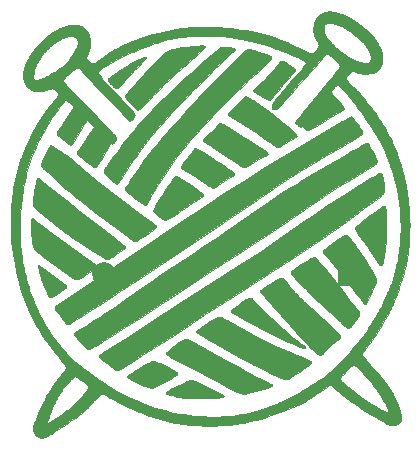
<source format=gbr>
%TF.GenerationSoftware,KiCad,Pcbnew,9.0.1*%
%TF.CreationDate,2025-05-12T23:40:56+02:00*%
%TF.ProjectId,knit_yarn,6b6e6974-5f79-4617-926e-2e6b69636164,rev?*%
%TF.SameCoordinates,Original*%
%TF.FileFunction,Copper,L1,Top*%
%TF.FilePolarity,Positive*%
%FSLAX46Y46*%
G04 Gerber Fmt 4.6, Leading zero omitted, Abs format (unit mm)*
G04 Created by KiCad (PCBNEW 9.0.1) date 2025-05-12 23:40:56*
%MOMM*%
%LPD*%
G01*
G04 APERTURE LIST*
%TA.AperFunction,NonConductor*%
%ADD10C,0.100000*%
%TD*%
%TA.AperFunction,Conductor*%
%ADD11C,0.100000*%
%TD*%
%TA.AperFunction,ComponentPad*%
%ADD12C,2.000000*%
%TD*%
%TA.AperFunction,ComponentPad*%
%ADD13R,2.000000X2.000000*%
%TD*%
%TA.AperFunction,ViaPad*%
%ADD14C,0.600000*%
%TD*%
G04 APERTURE END LIST*
D10*
X110215230Y-71496309D02*
X110215209Y-71496305D01*
X110260092Y-71498181D01*
X110305505Y-71501434D01*
X110351563Y-71506050D01*
X110398381Y-71512011D01*
X110446074Y-71519304D01*
X110494756Y-71527912D01*
X110544543Y-71537819D01*
X110595548Y-71549011D01*
X110701273Y-71575096D01*
X110810817Y-71605546D01*
X110922663Y-71639629D01*
X111035288Y-71676613D01*
X111147174Y-71715766D01*
X111256800Y-71756355D01*
X111362647Y-71797649D01*
X111463195Y-71838915D01*
X111557286Y-71879538D01*
X111645203Y-71919461D01*
X111727592Y-71958786D01*
X111805097Y-71997615D01*
X111878363Y-72036049D01*
X111948035Y-72074192D01*
X112014759Y-72112144D01*
X112079179Y-72150007D01*
X112142054Y-72188039D01*
X112204626Y-72227141D01*
X112268262Y-72268387D01*
X112334327Y-72312848D01*
X112404187Y-72361598D01*
X112479210Y-72415708D01*
X112560759Y-72476250D01*
X112650203Y-72544299D01*
X112853180Y-72703320D01*
X112962451Y-72791108D01*
X113073636Y-72881964D01*
X113184279Y-72974052D01*
X113291924Y-73065537D01*
X113394114Y-73154580D01*
X113488395Y-73239347D01*
X113572982Y-73318577D01*
X113648757Y-73393296D01*
X113683821Y-73429460D01*
X113717261Y-73465091D01*
X113749268Y-73500387D01*
X113780034Y-73535547D01*
X113809754Y-73570768D01*
X113838619Y-73606249D01*
X113866821Y-73642188D01*
X113894554Y-73678784D01*
X113949381Y-73754736D01*
X114004642Y-73835692D01*
X114061452Y-73922749D01*
X114119245Y-74015041D01*
X114177035Y-74111219D01*
X114233838Y-74209929D01*
X114288670Y-74309823D01*
X114340545Y-74409547D01*
X114388480Y-74507753D01*
X114431489Y-74603088D01*
X114450865Y-74649295D01*
X114468814Y-74694506D01*
X114485394Y-74738778D01*
X114500666Y-74782170D01*
X114514689Y-74824740D01*
X114527523Y-74866544D01*
X114539228Y-74907642D01*
X114549862Y-74948090D01*
X114559486Y-74987947D01*
X114568160Y-75027271D01*
X114582893Y-75104548D01*
X114594538Y-75180385D01*
X114603572Y-75255244D01*
X114610364Y-75329472D01*
X114614873Y-75402965D01*
X114616957Y-75475509D01*
X114616473Y-75546888D01*
X114613279Y-75616887D01*
X114610620Y-75651302D01*
X114607231Y-75685291D01*
X114603092Y-75718827D01*
X114598186Y-75751883D01*
X114592495Y-75784433D01*
X114586002Y-75816450D01*
X114578696Y-75847912D01*
X114570595Y-75878830D01*
X114561724Y-75909222D01*
X114552105Y-75939109D01*
X114541763Y-75968510D01*
X114530721Y-75997445D01*
X114519003Y-76025934D01*
X114506633Y-76053996D01*
X114493635Y-76081652D01*
X114480032Y-76108921D01*
X114465848Y-76135823D01*
X114451107Y-76162378D01*
X114435833Y-76188605D01*
X114420049Y-76214524D01*
X114387048Y-76265518D01*
X114369869Y-76290621D01*
X114352223Y-76315428D01*
X114334083Y-76339890D01*
X114315419Y-76363962D01*
X114296204Y-76387594D01*
X114276409Y-76410741D01*
X114256005Y-76433353D01*
X114234964Y-76455385D01*
X114213258Y-76476789D01*
X114190858Y-76497516D01*
X114167736Y-76517520D01*
X114143864Y-76536754D01*
X114119212Y-76555169D01*
X114093753Y-76572719D01*
X114067459Y-76589356D01*
X114040300Y-76605032D01*
X114012258Y-76619716D01*
X113983364Y-76633431D01*
X113953661Y-76646213D01*
X113923191Y-76658099D01*
X113891997Y-76669126D01*
X113860121Y-76679328D01*
X113827606Y-76688743D01*
X113794493Y-76697407D01*
X113760826Y-76705356D01*
X113726647Y-76712627D01*
X113656923Y-76725279D01*
X113585661Y-76735654D01*
X113513200Y-76744042D01*
X113439881Y-76750696D01*
X113366095Y-76755712D01*
X113292260Y-76759142D01*
X113218796Y-76761041D01*
X113146120Y-76761461D01*
X113074650Y-76760456D01*
X113004807Y-76758080D01*
X112937007Y-76754385D01*
X112871596Y-76749407D01*
X112808594Y-76743066D01*
X112747938Y-76735241D01*
X112689564Y-76725812D01*
X112633407Y-76714658D01*
X112606140Y-76708396D01*
X112579405Y-76701658D01*
X112553191Y-76694428D01*
X112527492Y-76686691D01*
X112502300Y-76678432D01*
X112477607Y-76669636D01*
X112453412Y-76660312D01*
X112429731Y-76650544D01*
X112406578Y-76640437D01*
X112383968Y-76630090D01*
X112340434Y-76609089D01*
X112299246Y-76588357D01*
X112260524Y-76568709D01*
X112224382Y-76550961D01*
X112207316Y-76543054D01*
X112190940Y-76535928D01*
X112175267Y-76529684D01*
X112160314Y-76524425D01*
X112146076Y-76520236D01*
X112132479Y-76517136D01*
X112119424Y-76515133D01*
X112113071Y-76514546D01*
X112106816Y-76514236D01*
X112100650Y-76514204D01*
X112094559Y-76514452D01*
X112088531Y-76514980D01*
X112082554Y-76515790D01*
X112076616Y-76516881D01*
X112070706Y-76518257D01*
X112064810Y-76519917D01*
X112058917Y-76521862D01*
X112053015Y-76524094D01*
X112047092Y-76526613D01*
X112035133Y-76532518D01*
X112022944Y-76539586D01*
X112010428Y-76547823D01*
X111997488Y-76557239D01*
X111984028Y-76567842D01*
X111969950Y-76579639D01*
X111955159Y-76592638D01*
X111923303Y-76622116D01*
X111888947Y-76655521D01*
X111852825Y-76691940D01*
X111815673Y-76730456D01*
X111778225Y-76770154D01*
X111741216Y-76810121D01*
X111671455Y-76887198D01*
X111640065Y-76922657D01*
X111611421Y-76955836D01*
X111585624Y-76986953D01*
X111573827Y-77001806D01*
X111562780Y-77016225D01*
X111552497Y-77030238D01*
X111542991Y-77043871D01*
X111534274Y-77057152D01*
X111526360Y-77070108D01*
X111519262Y-77082766D01*
X111512992Y-77095153D01*
X111507564Y-77107297D01*
X111502990Y-77119225D01*
X111499314Y-77130989D01*
X111496690Y-77142756D01*
X111495301Y-77154724D01*
X111495332Y-77167092D01*
X111496967Y-77180058D01*
X111500390Y-77193821D01*
X111505786Y-77208579D01*
X111513339Y-77224531D01*
X111523233Y-77241875D01*
X111535653Y-77260810D01*
X111550782Y-77281535D01*
X111568805Y-77304247D01*
X111589906Y-77329146D01*
X111614270Y-77356431D01*
X111642081Y-77386299D01*
X111673522Y-77418948D01*
X111747414Y-77492907D01*
X111834304Y-77577468D01*
X112038028Y-77773063D01*
X112266593Y-77995077D01*
X112384533Y-78112660D01*
X112501895Y-78232852D01*
X112616814Y-78354521D01*
X112729073Y-78477315D01*
X112838884Y-78601072D01*
X112946461Y-78725632D01*
X113052017Y-78850832D01*
X113155765Y-78976511D01*
X113358691Y-79228661D01*
X113557375Y-79482416D01*
X113656309Y-79611957D01*
X113755690Y-79744710D01*
X113856056Y-79881751D01*
X113957948Y-80024157D01*
X114061902Y-80173004D01*
X114168460Y-80329369D01*
X114277901Y-80493906D01*
X114389429Y-80665543D01*
X114501971Y-80842768D01*
X114614453Y-81024069D01*
X114725802Y-81207932D01*
X114834943Y-81392845D01*
X114940803Y-81577296D01*
X115042308Y-81759773D01*
X115138617Y-81939103D01*
X115229835Y-82115455D01*
X115316311Y-82289329D01*
X115398395Y-82461224D01*
X115476438Y-82631641D01*
X115550789Y-82801079D01*
X115621798Y-82970037D01*
X115689815Y-83139016D01*
X115755178Y-83308466D01*
X115818190Y-83478679D01*
X115879141Y-83649928D01*
X115938322Y-83822482D01*
X116052539Y-84172593D01*
X116163169Y-84531180D01*
X116271626Y-84898961D01*
X116375452Y-85270640D01*
X116424550Y-85455799D01*
X116471195Y-85639362D01*
X116514956Y-85820473D01*
X116555400Y-85998273D01*
X116592226Y-86172254D01*
X116625675Y-86343295D01*
X116656134Y-86512623D01*
X116683990Y-86681463D01*
X116709627Y-86851043D01*
X116733432Y-87022589D01*
X116777091Y-87376483D01*
X116817199Y-87749749D01*
X116852758Y-88136252D01*
X116882007Y-88526697D01*
X116903182Y-88911791D01*
X116910250Y-89099865D01*
X116914922Y-89285766D01*
X116917260Y-89470990D01*
X116917319Y-89657034D01*
X116915161Y-89845395D01*
X116910841Y-90037570D01*
X116895957Y-90439345D01*
X116872552Y-90870774D01*
X116856922Y-91096005D01*
X116838171Y-91326010D01*
X116815920Y-91559614D01*
X116789792Y-91795638D01*
X116759408Y-92032906D01*
X116724391Y-92270241D01*
X116684472Y-92506659D01*
X116639790Y-92741920D01*
X116590587Y-92975966D01*
X116537101Y-93208738D01*
X116479574Y-93440180D01*
X116418245Y-93670234D01*
X116353355Y-93898840D01*
X116285144Y-94125943D01*
X116213987Y-94351200D01*
X116140768Y-94573222D01*
X116066485Y-94790376D01*
X115992139Y-95001031D01*
X115847257Y-95396310D01*
X115714118Y-95745999D01*
X115597929Y-96042200D01*
X115544471Y-96173901D01*
X115492619Y-96297650D01*
X115441260Y-96415681D01*
X115389280Y-96530229D01*
X115335565Y-96643532D01*
X115279002Y-96757822D01*
X115218720Y-96874932D01*
X115154803Y-96995038D01*
X115017364Y-97243269D01*
X114869279Y-97500569D01*
X114713142Y-97764996D01*
X114551276Y-98034300D01*
X114384985Y-98305328D01*
X114215342Y-98574779D01*
X114043420Y-98839350D01*
X113956998Y-98968748D01*
X113870786Y-99095576D01*
X113701078Y-99339491D01*
X113538468Y-99567042D01*
X113387128Y-99774176D01*
X113250855Y-99957291D01*
X113131961Y-100114496D01*
X113032388Y-100244297D01*
X112954080Y-100345200D01*
X112923570Y-100384718D01*
X112910679Y-100402258D01*
X112899459Y-100418654D01*
X112889983Y-100434157D01*
X112885922Y-100441651D01*
X112882323Y-100449017D01*
X112879197Y-100456285D01*
X112876552Y-100463486D01*
X112874398Y-100470653D01*
X112872742Y-100477815D01*
X112871595Y-100485006D01*
X112870965Y-100492256D01*
X112870861Y-100499596D01*
X112871293Y-100507058D01*
X112872270Y-100514673D01*
X112873799Y-100522473D01*
X112875892Y-100530489D01*
X112878555Y-100538753D01*
X112881800Y-100547295D01*
X112885634Y-100556148D01*
X112890066Y-100565342D01*
X112895107Y-100574909D01*
X112900764Y-100584881D01*
X112907046Y-100595288D01*
X112921525Y-100617535D01*
X112958056Y-100668113D01*
X113003659Y-100726055D01*
X113056988Y-100790253D01*
X113116692Y-100859601D01*
X113249834Y-101009316D01*
X113392297Y-101166338D01*
X113680734Y-101484420D01*
X113830980Y-101651943D01*
X113989677Y-101830897D01*
X114158659Y-102024019D01*
X114333583Y-102227600D01*
X114508507Y-102436306D01*
X114594112Y-102540913D01*
X114677489Y-102644801D01*
X114758052Y-102747473D01*
X114835806Y-102849062D01*
X114910899Y-102949847D01*
X114983479Y-103050107D01*
X115053693Y-103150120D01*
X115121688Y-103250166D01*
X115187612Y-103350524D01*
X115251613Y-103451472D01*
X115313781Y-103553159D01*
X115374014Y-103655219D01*
X115432168Y-103757149D01*
X115488099Y-103858447D01*
X115541664Y-103958611D01*
X115592720Y-104057141D01*
X115641123Y-104153533D01*
X115686729Y-104247286D01*
X115729451Y-104338034D01*
X115769475Y-104425982D01*
X115807077Y-104511490D01*
X115842531Y-104594915D01*
X115876112Y-104676615D01*
X115908096Y-104756948D01*
X115968368Y-104914946D01*
X115997103Y-104993240D01*
X116024762Y-105071090D01*
X116051065Y-105148349D01*
X116075728Y-105224868D01*
X116098469Y-105300500D01*
X116119005Y-105375097D01*
X116137055Y-105448511D01*
X116152335Y-105520594D01*
X116158859Y-105556085D01*
X116164642Y-105591158D01*
X116169708Y-105625766D01*
X116174079Y-105659864D01*
X116180831Y-105726344D01*
X116185082Y-105790234D01*
X116187015Y-105851166D01*
X116186816Y-105908774D01*
X116184667Y-105962692D01*
X116180755Y-106012553D01*
X116178191Y-106035868D01*
X116175212Y-106058144D01*
X116171791Y-106079440D01*
X116167900Y-106099817D01*
X116163514Y-106119335D01*
X116158605Y-106138056D01*
X116153146Y-106156040D01*
X116147110Y-106173346D01*
X116140470Y-106190037D01*
X116133199Y-106206172D01*
X116125271Y-106221812D01*
X116116658Y-106237018D01*
X116107333Y-106251849D01*
X116097270Y-106266368D01*
X116086442Y-106280633D01*
X116074821Y-106294707D01*
X116062387Y-106308637D01*
X116049147Y-106322406D01*
X116035114Y-106335978D01*
X116020302Y-106349314D01*
X116004722Y-106362380D01*
X115988388Y-106375137D01*
X115971314Y-106387549D01*
X115953512Y-106399579D01*
X115934995Y-106411190D01*
X115915777Y-106422345D01*
X115895870Y-106433008D01*
X115875287Y-106443141D01*
X115854043Y-106452707D01*
X115832148Y-106461671D01*
X115809618Y-106469994D01*
X115786464Y-106477640D01*
X115762708Y-106484581D01*
X115738398Y-106490817D01*
X115713587Y-106496363D01*
X115688328Y-106501229D01*
X115662673Y-106505429D01*
X115636675Y-106508976D01*
X115610388Y-106511881D01*
X115583862Y-106514158D01*
X115557152Y-106515818D01*
X115530310Y-106516874D01*
X115476440Y-106517226D01*
X115422674Y-106515312D01*
X115369434Y-106511233D01*
X115316678Y-106504827D01*
X115262450Y-106494941D01*
X115234018Y-106488259D01*
X115204299Y-106480186D01*
X115172987Y-106470551D01*
X115139775Y-106459179D01*
X115104358Y-106445897D01*
X115066429Y-106430531D01*
X115025681Y-106412909D01*
X114981810Y-106392858D01*
X114883467Y-106344772D01*
X114768952Y-106284888D01*
X114636614Y-106212301D01*
X114488087Y-106128073D01*
X114152355Y-105930949D01*
X113781531Y-105706026D01*
X113395393Y-105465819D01*
X113010709Y-105220670D01*
X112632366Y-104972185D01*
X112446178Y-104846501D01*
X112262303Y-104719756D01*
X112080983Y-104591874D01*
X111902461Y-104462778D01*
X111727215Y-104332686D01*
X111556639Y-104202951D01*
X111392348Y-104075212D01*
X111235956Y-103951108D01*
X111089076Y-103832277D01*
X110953323Y-103720360D01*
X110830311Y-103616993D01*
X110721654Y-103523817D01*
X110673148Y-103481512D01*
X110628430Y-103442059D01*
X110549505Y-103371303D01*
X110483187Y-103310722D01*
X110427781Y-103259493D01*
X110381590Y-103216791D01*
X110342922Y-103181790D01*
X110325878Y-103166920D01*
X110310080Y-103153666D01*
X110295315Y-103141925D01*
X110281371Y-103131594D01*
X110268022Y-103122613D01*
X110254955Y-103115103D01*
X110241837Y-103109230D01*
X110228334Y-103105161D01*
X110214110Y-103103063D01*
X110198832Y-103103102D01*
X110182165Y-103105444D01*
X110163774Y-103110257D01*
X110143325Y-103117707D01*
X110120485Y-103127960D01*
X110094917Y-103141183D01*
X110066288Y-103157543D01*
X110034264Y-103177207D01*
X109998510Y-103200340D01*
X109958691Y-103227110D01*
X109914474Y-103257683D01*
X109418013Y-103616150D01*
X109107454Y-103836423D01*
X108945588Y-103947302D01*
X108782760Y-104055052D01*
X108620917Y-104157566D01*
X108459534Y-104255145D01*
X108297472Y-104348679D01*
X108133592Y-104439058D01*
X107966754Y-104527169D01*
X107795820Y-104613902D01*
X107619650Y-104700147D01*
X107437104Y-104786791D01*
X107049431Y-104963481D01*
X106628943Y-105144405D01*
X106405497Y-105236179D01*
X106172770Y-105328682D01*
X105930405Y-105421801D01*
X105678043Y-105515429D01*
X105415684Y-105609325D01*
X105144771Y-105702718D01*
X104867104Y-105794690D01*
X104584483Y-105884325D01*
X104298707Y-105970708D01*
X104011577Y-106052921D01*
X103724893Y-106130049D01*
X103440454Y-106201174D01*
X103159436Y-106265570D01*
X102880544Y-106323234D01*
X102601869Y-106374340D01*
X102321504Y-106419063D01*
X102037541Y-106457575D01*
X101748072Y-106490051D01*
X101451190Y-106516664D01*
X101144986Y-106537588D01*
X100828289Y-106552970D01*
X100502883Y-106562844D01*
X100171293Y-106567222D01*
X99836044Y-106566115D01*
X99499662Y-106559537D01*
X99164672Y-106547500D01*
X98833599Y-106530016D01*
X98508968Y-106507098D01*
X98192658Y-106478699D01*
X97883941Y-106444591D01*
X97581438Y-106404524D01*
X97283766Y-106358250D01*
X96989544Y-106305519D01*
X96697391Y-106246082D01*
X96405926Y-106179688D01*
X96113766Y-106106089D01*
X95819959Y-106025181D01*
X95525208Y-105937475D01*
X95230616Y-105843643D01*
X94937288Y-105744359D01*
X94646325Y-105640294D01*
X94358830Y-105532120D01*
X94075908Y-105420511D01*
X93798661Y-105306139D01*
X93528272Y-105189785D01*
X93266199Y-105072637D01*
X93013958Y-104955960D01*
X92773065Y-104841023D01*
X92545036Y-104729094D01*
X92331387Y-104621438D01*
X91953296Y-104424021D01*
X91791432Y-104336552D01*
X91647374Y-104256954D01*
X91520032Y-104185002D01*
X91408319Y-104120471D01*
X91311145Y-104063136D01*
X91227424Y-104012774D01*
X91095985Y-103932062D01*
X91045990Y-103901283D01*
X91024297Y-103888221D01*
X91004535Y-103876696D01*
X90986499Y-103866697D01*
X90969987Y-103858210D01*
X90962238Y-103854531D01*
X90954794Y-103851226D01*
X90947629Y-103848293D01*
X90940717Y-103845732D01*
X90934033Y-103843540D01*
X90927551Y-103841716D01*
X90921247Y-103840259D01*
X90915094Y-103839167D01*
X90909067Y-103838439D01*
X90903140Y-103838074D01*
X90897289Y-103838069D01*
X90891487Y-103838424D01*
X90885710Y-103839137D01*
X90879931Y-103840206D01*
X90874125Y-103841631D01*
X90868267Y-103843409D01*
X90862332Y-103845539D01*
X90856293Y-103848020D01*
X90850125Y-103850851D01*
X90843803Y-103854029D01*
X90830629Y-103861414D01*
X90816732Y-103870132D01*
X90802101Y-103880143D01*
X90786728Y-103891406D01*
X90753718Y-103917524D01*
X90717627Y-103948158D01*
X90678382Y-103982981D01*
X90635909Y-104021667D01*
X90540980Y-104109312D01*
X90433457Y-104208361D01*
X90318906Y-104315472D01*
X90261130Y-104370949D01*
X90204159Y-104427119D01*
X90148846Y-104483541D01*
X90096045Y-104539774D01*
X90046322Y-104595489D01*
X89999060Y-104650793D01*
X89908242Y-104761047D01*
X89862849Y-104816433D01*
X89816241Y-104872286D01*
X89767500Y-104928822D01*
X89715707Y-104986262D01*
X89660081Y-105044788D01*
X89600366Y-105104495D01*
X89536431Y-105165466D01*
X89468142Y-105227784D01*
X89395369Y-105291531D01*
X89317978Y-105356790D01*
X89235838Y-105423644D01*
X89148816Y-105492174D01*
X88957665Y-105636252D01*
X88733731Y-105797792D01*
X88464255Y-105987133D01*
X88136475Y-106214609D01*
X87746493Y-106483655D01*
X87325974Y-106769966D01*
X86915510Y-107042277D01*
X86726733Y-107163413D01*
X86555693Y-107269324D01*
X86478249Y-107315467D01*
X86406195Y-107357051D01*
X86339226Y-107394306D01*
X86277036Y-107427460D01*
X86219320Y-107456742D01*
X86165774Y-107482380D01*
X86116091Y-107504603D01*
X86069966Y-107523640D01*
X86027094Y-107539720D01*
X85987170Y-107553071D01*
X85949888Y-107563923D01*
X85914944Y-107572503D01*
X85882031Y-107579041D01*
X85850844Y-107583765D01*
X85821079Y-107586904D01*
X85792430Y-107588686D01*
X85764640Y-107589310D01*
X85737640Y-107588851D01*
X85711407Y-107587357D01*
X85685918Y-107584878D01*
X85661150Y-107581463D01*
X85637079Y-107577161D01*
X85613682Y-107572021D01*
X85590938Y-107566093D01*
X85568821Y-107559425D01*
X85547310Y-107552068D01*
X85526381Y-107544069D01*
X85506011Y-107535479D01*
X85486177Y-107526346D01*
X85466857Y-107516720D01*
X85448026Y-107506649D01*
X85429662Y-107496184D01*
X85411749Y-107485366D01*
X85394289Y-107474209D01*
X85377282Y-107462718D01*
X85360728Y-107450900D01*
X85344628Y-107438762D01*
X85328983Y-107426309D01*
X85313792Y-107413548D01*
X85299057Y-107400485D01*
X85284778Y-107387126D01*
X85270956Y-107373478D01*
X85257590Y-107359546D01*
X85244682Y-107345338D01*
X85232232Y-107330859D01*
X85220240Y-107316115D01*
X85208708Y-107301114D01*
X85197635Y-107285860D01*
X85187024Y-107270353D01*
X85176877Y-107254566D01*
X85167190Y-107238471D01*
X85157960Y-107222036D01*
X85149186Y-107205230D01*
X85140863Y-107188024D01*
X85132989Y-107170386D01*
X85125562Y-107152285D01*
X85118578Y-107133692D01*
X85112036Y-107114576D01*
X85105931Y-107094906D01*
X85100261Y-107074651D01*
X85095024Y-107053781D01*
X85090217Y-107032265D01*
X85085836Y-107010073D01*
X85081879Y-106987173D01*
X85078338Y-106963570D01*
X85075188Y-106939396D01*
X85069967Y-106889973D01*
X85066021Y-106840176D01*
X85063157Y-106791277D01*
X85061179Y-106744546D01*
X85059894Y-106701257D01*
X85058623Y-106630087D01*
X85058684Y-106603403D01*
X85061254Y-106577158D01*
X85068734Y-106544537D01*
X85083523Y-106498721D01*
X85108022Y-106432895D01*
X85128100Y-106382080D01*
X86203646Y-106382080D01*
X86203900Y-106390843D01*
X86204389Y-106394627D01*
X86205131Y-106398015D01*
X86206135Y-106401007D01*
X86207411Y-106403604D01*
X86208969Y-106405809D01*
X86210817Y-106407623D01*
X86212965Y-106409046D01*
X86215423Y-106410080D01*
X86218198Y-106410727D01*
X86221302Y-106410987D01*
X86224742Y-106410862D01*
X86228529Y-106410353D01*
X86237179Y-106408188D01*
X86247327Y-106404504D01*
X86259046Y-106399309D01*
X86272411Y-106392615D01*
X86287497Y-106384432D01*
X86304378Y-106374770D01*
X86343822Y-106351050D01*
X86446667Y-106286219D01*
X86581698Y-106198140D01*
X86748944Y-106086652D01*
X86948434Y-105951594D01*
X87177376Y-105794521D01*
X87421872Y-105623947D01*
X87665293Y-105450153D01*
X87781405Y-105365259D01*
X87891012Y-105283415D01*
X87992775Y-105205326D01*
X88088313Y-105129396D01*
X88179988Y-105053455D01*
X88270162Y-104975334D01*
X88361194Y-104892864D01*
X88455447Y-104803876D01*
X88555281Y-104706201D01*
X88663058Y-104597670D01*
X88780121Y-104477117D01*
X88903745Y-104347360D01*
X89030184Y-104212200D01*
X89155696Y-104075439D01*
X89276537Y-103940880D01*
X89388964Y-103812324D01*
X89489231Y-103693574D01*
X89573597Y-103588431D01*
X89608739Y-103542001D01*
X89639042Y-103499520D01*
X89652399Y-103479638D01*
X89664570Y-103460594D01*
X89675563Y-103442340D01*
X89685387Y-103424825D01*
X89694050Y-103408002D01*
X89701558Y-103391820D01*
X89707921Y-103376230D01*
X89713147Y-103361182D01*
X89717244Y-103346627D01*
X89720218Y-103332516D01*
X89722080Y-103318799D01*
X89722836Y-103305427D01*
X89722495Y-103292350D01*
X89721065Y-103279519D01*
X89718553Y-103266884D01*
X89714968Y-103254397D01*
X89710318Y-103242007D01*
X89704611Y-103229665D01*
X89697855Y-103217322D01*
X89690058Y-103204928D01*
X89681227Y-103192434D01*
X89671372Y-103179790D01*
X89660500Y-103166947D01*
X89648619Y-103153856D01*
X89621862Y-103126731D01*
X89591167Y-103098019D01*
X89518765Y-103035166D01*
X89434646Y-102966692D01*
X89342571Y-102894900D01*
X89246304Y-102822093D01*
X89056244Y-102682648D01*
X88894568Y-102566786D01*
X88832836Y-102522875D01*
X88783814Y-102488198D01*
X88745592Y-102461449D01*
X88716259Y-102441322D01*
X88704329Y-102433333D01*
X88693905Y-102426510D01*
X88684749Y-102420689D01*
X88676621Y-102415707D01*
X88669284Y-102411401D01*
X88662497Y-102407608D01*
X88656023Y-102404163D01*
X88649622Y-102400904D01*
X88643076Y-102397741D01*
X88639704Y-102396220D01*
X88636248Y-102394769D01*
X88632691Y-102393414D01*
X88629022Y-102392178D01*
X88625224Y-102391084D01*
X88621285Y-102390157D01*
X88617190Y-102389421D01*
X88612925Y-102388898D01*
X88608475Y-102388614D01*
X88603826Y-102388591D01*
X88598964Y-102388854D01*
X88593875Y-102389426D01*
X88588545Y-102390332D01*
X88582959Y-102391594D01*
X88582964Y-102391594D01*
X88577105Y-102393234D01*
X88570954Y-102395267D01*
X88564498Y-102397719D01*
X88557722Y-102400611D01*
X88550614Y-102403969D01*
X88543159Y-102407816D01*
X88535344Y-102412176D01*
X88527154Y-102417072D01*
X88518578Y-102422528D01*
X88509599Y-102428569D01*
X88500206Y-102435218D01*
X88490385Y-102442498D01*
X88480121Y-102450434D01*
X88469401Y-102459049D01*
X88458211Y-102468366D01*
X88446538Y-102478411D01*
X88395038Y-102525776D01*
X88336629Y-102583505D01*
X88272415Y-102650039D01*
X88203498Y-102723822D01*
X88055978Y-102886903D01*
X87902902Y-103060288D01*
X87751908Y-103234050D01*
X87678143Y-103320988D01*
X87605794Y-103408434D01*
X87535055Y-103496738D01*
X87466122Y-103586254D01*
X87399192Y-103677331D01*
X87334459Y-103770323D01*
X87272063Y-103865451D01*
X87211947Y-103962395D01*
X87154014Y-104060694D01*
X87098166Y-104159885D01*
X87044304Y-104259506D01*
X86992331Y-104359094D01*
X86942148Y-104458187D01*
X86893657Y-104556322D01*
X86801470Y-104748782D01*
X86757667Y-104843412D01*
X86715317Y-104937248D01*
X86674362Y-105030493D01*
X86634747Y-105123353D01*
X86596415Y-105216030D01*
X86559311Y-105308729D01*
X86523395Y-105401497D01*
X86488743Y-105493754D01*
X86423694Y-105673765D01*
X86365088Y-105842825D01*
X86313849Y-105994994D01*
X86270962Y-106125209D01*
X86253015Y-106181535D01*
X86237600Y-106231887D01*
X86224870Y-106276171D01*
X86214975Y-106314298D01*
X86211137Y-106331024D01*
X86208065Y-106346176D01*
X86205778Y-106359743D01*
X86204293Y-106371714D01*
X86203646Y-106382080D01*
X85128100Y-106382080D01*
X85144631Y-106340240D01*
X85263778Y-106047179D01*
X85454742Y-105585057D01*
X85575011Y-105303634D01*
X85709573Y-104999596D01*
X85856752Y-104681167D01*
X86014874Y-104356567D01*
X86182265Y-104034017D01*
X86357252Y-103721739D01*
X86447021Y-103571876D01*
X86537778Y-103426784D01*
X86629037Y-103286605D01*
X86720311Y-103151482D01*
X86811115Y-103021557D01*
X86900963Y-102896972D01*
X87075842Y-102664390D01*
X87241062Y-102454875D01*
X87392731Y-102269565D01*
X87639863Y-101976109D01*
X87687149Y-101919443D01*
X87727943Y-101868579D01*
X87762061Y-101822412D01*
X87776558Y-101800746D01*
X87789317Y-101779841D01*
X87800314Y-101759558D01*
X87809525Y-101739761D01*
X87816929Y-101720310D01*
X87822502Y-101701068D01*
X87826220Y-101681898D01*
X87828061Y-101662661D01*
X87828001Y-101643219D01*
X87826018Y-101623434D01*
X87822087Y-101603169D01*
X87816187Y-101582286D01*
X87808293Y-101560646D01*
X87798383Y-101538111D01*
X87786434Y-101514545D01*
X87772422Y-101489808D01*
X87738118Y-101436272D01*
X87695286Y-101376400D01*
X87643741Y-101309089D01*
X87583297Y-101233236D01*
X87513770Y-101147736D01*
X87151500Y-100705082D01*
X86930523Y-100430724D01*
X86691403Y-100127131D01*
X86440454Y-99798894D01*
X86183990Y-99450604D01*
X85928325Y-99086851D01*
X85679774Y-98712225D01*
X85443513Y-98330343D01*
X85220180Y-97940969D01*
X85009278Y-97542922D01*
X84810307Y-97135018D01*
X84622772Y-96716074D01*
X84446173Y-96284905D01*
X84280014Y-95840329D01*
X84123796Y-95381163D01*
X83977222Y-94907013D01*
X83840715Y-94420641D01*
X83714862Y-93925596D01*
X83600250Y-93425425D01*
X83497468Y-92923677D01*
X83407102Y-92423900D01*
X83329740Y-91929642D01*
X83265970Y-91444453D01*
X83216161Y-90971227D01*
X83179767Y-90510199D01*
X83155995Y-90060916D01*
X83153542Y-89970935D01*
X83926341Y-89970935D01*
X83929738Y-90339847D01*
X83938940Y-90698803D01*
X83953872Y-91044373D01*
X83974457Y-91373131D01*
X84000538Y-91682585D01*
X84031675Y-91974054D01*
X84067374Y-92249826D01*
X84107138Y-92512186D01*
X84150470Y-92763423D01*
X84196875Y-93005823D01*
X84245857Y-93241674D01*
X84296918Y-93473261D01*
X84404904Y-93931224D01*
X84463055Y-94159933D01*
X84524933Y-94389865D01*
X84591252Y-94622074D01*
X84662729Y-94857616D01*
X84740080Y-95097544D01*
X84824018Y-95342913D01*
X84915050Y-95594350D01*
X85012892Y-95850744D01*
X85117071Y-96110545D01*
X85227114Y-96372202D01*
X85342549Y-96634162D01*
X85462901Y-96894875D01*
X85587699Y-97152789D01*
X85716470Y-97406353D01*
X85848860Y-97654335D01*
X85985010Y-97896813D01*
X86125186Y-98134205D01*
X86269652Y-98366928D01*
X86418673Y-98595399D01*
X86572516Y-98820035D01*
X86731445Y-99041253D01*
X86895726Y-99259470D01*
X87064970Y-99474534D01*
X87236170Y-99684089D01*
X87405663Y-99885237D01*
X87569783Y-100075084D01*
X87724868Y-100250732D01*
X87867253Y-100409284D01*
X88099268Y-100663519D01*
X88183622Y-100755170D01*
X88252918Y-100828764D01*
X88315784Y-100892058D01*
X88380849Y-100952809D01*
X88456741Y-101018772D01*
X88552087Y-101097703D01*
X88835657Y-101325493D01*
X89282591Y-101680098D01*
X89871786Y-102132767D01*
X90207490Y-102381205D01*
X90564068Y-102636553D01*
X90936624Y-102892942D01*
X91320260Y-103144505D01*
X91710763Y-103386326D01*
X92106592Y-103617257D01*
X92506862Y-103837072D01*
X92910688Y-104045544D01*
X93317183Y-104242445D01*
X93725463Y-104427550D01*
X94134643Y-104600631D01*
X94543836Y-104761462D01*
X94952390Y-104909894D01*
X95360585Y-105046099D01*
X95768935Y-105170322D01*
X96177952Y-105282809D01*
X96588151Y-105383807D01*
X97000045Y-105473561D01*
X97414146Y-105552317D01*
X97830969Y-105620322D01*
X98250659Y-105677760D01*
X98671970Y-105724599D01*
X99093324Y-105760757D01*
X99513143Y-105786152D01*
X99929848Y-105800701D01*
X100341860Y-105804322D01*
X100747602Y-105796933D01*
X101145496Y-105778452D01*
X101534012Y-105749032D01*
X101911851Y-105709738D01*
X102277776Y-105661857D01*
X102630548Y-105606676D01*
X102968932Y-105545481D01*
X103291690Y-105479560D01*
X103597585Y-105410200D01*
X103885379Y-105338686D01*
X104154900Y-105265824D01*
X104410255Y-105190443D01*
X104656631Y-105110876D01*
X104899216Y-105025459D01*
X105143197Y-104932524D01*
X105393761Y-104830407D01*
X105656094Y-104717440D01*
X105935384Y-104591959D01*
X106235275Y-104452744D01*
X106553206Y-104300327D01*
X106885061Y-104135673D01*
X107226724Y-103959745D01*
X107574077Y-103773508D01*
X107923006Y-103577927D01*
X108269393Y-103373966D01*
X108609122Y-103162590D01*
X108938780Y-102944700D01*
X109257735Y-102720985D01*
X109409768Y-102608118D01*
X111002778Y-102608118D01*
X111002863Y-102619125D01*
X111004196Y-102630039D01*
X111007110Y-102641202D01*
X111011936Y-102652960D01*
X111019006Y-102665653D01*
X111028651Y-102679626D01*
X111041202Y-102695222D01*
X111056993Y-102712783D01*
X111076354Y-102732653D01*
X111099617Y-102755175D01*
X111159176Y-102809545D01*
X111238322Y-102878640D01*
X111339709Y-102965203D01*
X111609123Y-103191922D01*
X111935268Y-103462887D01*
X112275373Y-103741583D01*
X112586665Y-103991495D01*
X112719774Y-104095543D01*
X112839527Y-104186492D01*
X112950501Y-104267582D01*
X113057273Y-104342051D01*
X113164420Y-104413137D01*
X113276521Y-104484080D01*
X113398152Y-104558117D01*
X113533891Y-104638487D01*
X113852440Y-104822636D01*
X114200868Y-105019792D01*
X114534263Y-105204708D01*
X114807714Y-105352137D01*
X114861632Y-105380273D01*
X114909380Y-105404645D01*
X114931057Y-105415466D01*
X114951332Y-105425402D01*
X114970250Y-105434471D01*
X114987860Y-105442692D01*
X115004206Y-105450084D01*
X115019337Y-105456664D01*
X115033298Y-105462452D01*
X115046136Y-105467466D01*
X115057898Y-105471724D01*
X115068631Y-105475246D01*
X115078381Y-105478049D01*
X115087195Y-105480153D01*
X115095120Y-105481575D01*
X115102201Y-105482335D01*
X115108487Y-105482451D01*
X115111345Y-105482273D01*
X115114022Y-105481941D01*
X115116524Y-105481458D01*
X115118855Y-105480825D01*
X115121022Y-105480044D01*
X115123031Y-105479119D01*
X115124888Y-105478052D01*
X115126598Y-105476844D01*
X115128168Y-105475499D01*
X115129602Y-105474018D01*
X115130907Y-105472404D01*
X115132089Y-105470659D01*
X115134107Y-105466786D01*
X115135702Y-105462417D01*
X115136920Y-105457571D01*
X115137808Y-105452266D01*
X115138413Y-105446522D01*
X115138782Y-105440356D01*
X115138961Y-105433787D01*
X115138164Y-105403656D01*
X115134563Y-105367419D01*
X115127626Y-105325125D01*
X115122739Y-105301721D01*
X115116819Y-105276822D01*
X115109797Y-105250433D01*
X115101609Y-105222560D01*
X115092187Y-105193209D01*
X115081464Y-105162387D01*
X115069374Y-105130100D01*
X115055851Y-105096354D01*
X115040828Y-105061154D01*
X115024238Y-105024508D01*
X114986226Y-104946890D01*
X114941987Y-104863524D01*
X114891842Y-104774428D01*
X114836113Y-104679622D01*
X114775123Y-104579124D01*
X114709193Y-104472955D01*
X114563802Y-104243677D01*
X114403516Y-103994425D01*
X114235922Y-103737544D01*
X114069616Y-103487749D01*
X113913196Y-103259758D01*
X113840890Y-103157835D01*
X113771371Y-103062705D01*
X113702815Y-102972048D01*
X113633398Y-102883549D01*
X113561296Y-102794889D01*
X113484687Y-102703751D01*
X113401745Y-102607816D01*
X113310647Y-102504767D01*
X113103258Y-102275532D01*
X112880663Y-102035110D01*
X112667516Y-101810149D01*
X112572191Y-101711796D01*
X112488475Y-101627301D01*
X112451829Y-101591185D01*
X112418621Y-101559140D01*
X112388619Y-101530932D01*
X112361590Y-101506328D01*
X112337302Y-101485098D01*
X112326113Y-101475674D01*
X112315522Y-101467007D01*
X112305501Y-101459066D01*
X112296020Y-101451824D01*
X112287049Y-101445250D01*
X112278561Y-101439316D01*
X112270526Y-101433993D01*
X112262915Y-101429251D01*
X112255699Y-101425062D01*
X112248848Y-101421397D01*
X112242335Y-101418226D01*
X112236129Y-101415520D01*
X112230203Y-101413251D01*
X112224526Y-101411390D01*
X112219070Y-101409906D01*
X112213805Y-101408772D01*
X112208703Y-101407958D01*
X112203735Y-101407436D01*
X112198872Y-101407175D01*
X112194084Y-101407147D01*
X112184619Y-101407675D01*
X112175112Y-101408855D01*
X112165365Y-101410789D01*
X112155189Y-101413642D01*
X112144397Y-101417582D01*
X112132800Y-101422776D01*
X112120211Y-101429389D01*
X112106440Y-101437588D01*
X112091301Y-101447541D01*
X112074605Y-101459412D01*
X112056163Y-101473370D01*
X112035788Y-101489580D01*
X112013292Y-101508209D01*
X111961183Y-101553391D01*
X111898332Y-101610247D01*
X111740942Y-101757964D01*
X111561597Y-101930285D01*
X111244624Y-102239149D01*
X111192778Y-102289877D01*
X111153546Y-102328459D01*
X111138012Y-102343900D01*
X111124853Y-102357153D01*
X111113810Y-102368498D01*
X111104624Y-102378218D01*
X111097036Y-102386597D01*
X111093760Y-102390371D01*
X111090785Y-102393915D01*
X111088081Y-102397265D01*
X111085614Y-102400456D01*
X111083351Y-102403524D01*
X111081261Y-102406503D01*
X111079311Y-102409428D01*
X111077469Y-102412336D01*
X111073977Y-102418240D01*
X111070526Y-102424495D01*
X111066857Y-102431385D01*
X111058282Y-102447718D01*
X111048482Y-102467053D01*
X111038150Y-102488713D01*
X111027979Y-102512019D01*
X111023171Y-102524077D01*
X111018664Y-102536292D01*
X111014543Y-102548578D01*
X111010896Y-102560852D01*
X111007810Y-102573027D01*
X111005370Y-102585020D01*
X111003664Y-102596745D01*
X111002778Y-102608118D01*
X109409768Y-102608118D01*
X109566049Y-102492098D01*
X109863780Y-102258692D01*
X110150987Y-102021420D01*
X110427731Y-101780936D01*
X110694070Y-101537891D01*
X110950065Y-101292939D01*
X111195704Y-101046919D01*
X111430723Y-100801408D01*
X111654796Y-100558167D01*
X111867597Y-100318961D01*
X112068801Y-100085553D01*
X112258082Y-99859707D01*
X112435116Y-99643186D01*
X112599576Y-99437754D01*
X112751583Y-99244336D01*
X112892991Y-99060500D01*
X113026079Y-98882980D01*
X113153129Y-98708511D01*
X113276420Y-98533827D01*
X113398233Y-98355662D01*
X113520848Y-98170751D01*
X113646545Y-97975828D01*
X113776890Y-97768623D01*
X113910630Y-97550921D01*
X114045812Y-97325542D01*
X114180478Y-97095304D01*
X114312676Y-96863025D01*
X114440448Y-96631526D01*
X114561842Y-96403624D01*
X114674901Y-96182139D01*
X114778139Y-95969409D01*
X114871979Y-95765825D01*
X114957335Y-95571273D01*
X115035121Y-95385641D01*
X115106249Y-95208814D01*
X115171632Y-95040679D01*
X115288818Y-94730032D01*
X115393426Y-94449224D01*
X115489900Y-94179185D01*
X115536286Y-94041081D01*
X115582080Y-93897120D01*
X115627759Y-93744453D01*
X115673804Y-93580231D01*
X115720498Y-93402514D01*
X115767362Y-93212983D01*
X115813731Y-93014215D01*
X115858939Y-92808789D01*
X115902322Y-92599282D01*
X115943215Y-92388273D01*
X115980952Y-92178340D01*
X116014869Y-91972060D01*
X116044453Y-91771394D01*
X116069850Y-91575853D01*
X116091382Y-91384337D01*
X116109370Y-91195746D01*
X116124138Y-91008980D01*
X116136005Y-90822940D01*
X116145294Y-90636527D01*
X116152328Y-90448639D01*
X116160378Y-90065036D01*
X116160040Y-89668501D01*
X116156527Y-89464594D01*
X116150680Y-89256505D01*
X116142418Y-89043917D01*
X116131663Y-88826516D01*
X116118355Y-88604322D01*
X116102437Y-88378748D01*
X116083850Y-88151565D01*
X116062533Y-87924545D01*
X116038423Y-87699457D01*
X116011460Y-87478073D01*
X115981582Y-87262163D01*
X115948730Y-87053498D01*
X115912928Y-86853401D01*
X115874499Y-86661353D01*
X115833817Y-86476354D01*
X115791256Y-86297402D01*
X115747192Y-86123497D01*
X115702001Y-85953639D01*
X115609733Y-85622061D01*
X115516057Y-85294531D01*
X115417183Y-84962427D01*
X115308001Y-84617008D01*
X115247948Y-84436575D01*
X115183402Y-84249535D01*
X115113495Y-84054708D01*
X115036475Y-83850595D01*
X114950372Y-83635621D01*
X114853219Y-83408209D01*
X114743046Y-83166784D01*
X114617884Y-82909770D01*
X114475766Y-82635592D01*
X114314721Y-82342675D01*
X114133710Y-82030599D01*
X113935426Y-81703534D01*
X113723508Y-81366779D01*
X113501590Y-81025635D01*
X113273311Y-80685404D01*
X113042305Y-80351387D01*
X112812210Y-80028884D01*
X112586661Y-79723196D01*
X112368957Y-79438778D01*
X112161037Y-79176662D01*
X111964499Y-78937022D01*
X111780940Y-78720028D01*
X111611959Y-78525852D01*
X111459152Y-78354666D01*
X111208451Y-78081953D01*
X111113089Y-77980292D01*
X111072515Y-77937441D01*
X111036273Y-77899467D01*
X111004056Y-77866037D01*
X110975560Y-77836819D01*
X110950480Y-77811480D01*
X110928510Y-77789688D01*
X110909346Y-77771111D01*
X110892682Y-77755417D01*
X110878213Y-77742272D01*
X110865634Y-77731345D01*
X110854640Y-77722303D01*
X110844925Y-77714814D01*
X110836184Y-77708545D01*
X110828113Y-77703164D01*
X110820336Y-77698529D01*
X110812215Y-77695265D01*
X110803047Y-77694195D01*
X110792130Y-77696139D01*
X110778760Y-77701918D01*
X110762237Y-77712354D01*
X110741856Y-77728268D01*
X110716916Y-77750482D01*
X110686715Y-77779816D01*
X110650550Y-77817092D01*
X110557517Y-77918755D01*
X110432198Y-78062040D01*
X110268973Y-78253518D01*
X109828139Y-78780766D01*
X109299124Y-79420006D01*
X108320254Y-80605830D01*
X108231165Y-80713129D01*
X108152023Y-80808105D01*
X108082180Y-80891527D01*
X108020985Y-80964161D01*
X107967786Y-81026777D01*
X107921935Y-81080142D01*
X107882781Y-81125024D01*
X107849672Y-81162193D01*
X107821960Y-81192415D01*
X107809924Y-81205161D01*
X107798993Y-81216459D01*
X107789085Y-81226405D01*
X107780121Y-81235094D01*
X107772017Y-81242622D01*
X107764694Y-81249087D01*
X107758069Y-81254583D01*
X107752061Y-81259206D01*
X107746589Y-81263054D01*
X107741572Y-81266221D01*
X107736929Y-81268803D01*
X107732577Y-81270898D01*
X107728437Y-81272600D01*
X107724425Y-81274006D01*
X107716565Y-81276180D01*
X107708827Y-81277546D01*
X107701142Y-81278102D01*
X107693440Y-81277847D01*
X107685649Y-81276779D01*
X107677701Y-81274897D01*
X107669524Y-81272199D01*
X107661049Y-81268684D01*
X107652204Y-81264350D01*
X107642920Y-81259196D01*
X107633126Y-81253220D01*
X107622751Y-81246421D01*
X107611727Y-81238797D01*
X107599982Y-81230346D01*
X107574048Y-81210961D01*
X107512514Y-81163298D01*
X107443962Y-81108815D01*
X107376245Y-81053987D01*
X107317216Y-81005288D01*
X107293213Y-80985056D01*
X107282696Y-80975970D01*
X107273136Y-80967484D01*
X107264509Y-80959531D01*
X107256791Y-80952046D01*
X107249956Y-80944963D01*
X107243981Y-80938218D01*
X107241308Y-80934951D01*
X107238841Y-80931743D01*
X107236577Y-80928587D01*
X107234512Y-80925474D01*
X107232644Y-80922396D01*
X107230969Y-80919345D01*
X107229485Y-80916312D01*
X107228189Y-80913290D01*
X107227076Y-80910270D01*
X107226146Y-80907244D01*
X107225393Y-80904203D01*
X107224816Y-80901140D01*
X107224411Y-80898046D01*
X107224175Y-80894914D01*
X107224105Y-80891734D01*
X107224198Y-80888500D01*
X107227333Y-80873531D01*
X107239936Y-80849094D01*
X107268895Y-80806717D01*
X107321100Y-80737923D01*
X107403437Y-80634241D01*
X107522795Y-80487196D01*
X107900125Y-80029121D01*
X109173549Y-78492293D01*
X109865318Y-77652803D01*
X110438476Y-76948168D01*
X110549994Y-76808532D01*
X110647479Y-76684620D01*
X110731595Y-76575192D01*
X110768846Y-76525522D01*
X110803003Y-76479008D01*
X110834148Y-76435495D01*
X110862365Y-76394828D01*
X110887736Y-76356852D01*
X110910344Y-76321412D01*
X110930271Y-76288352D01*
X110947602Y-76257518D01*
X110962417Y-76228755D01*
X110974801Y-76201908D01*
X110984836Y-76176821D01*
X110992604Y-76153340D01*
X110998189Y-76131309D01*
X111001673Y-76110574D01*
X111003139Y-76090979D01*
X111002670Y-76072370D01*
X111000349Y-76054592D01*
X110996258Y-76037488D01*
X110990480Y-76020905D01*
X110983099Y-76004687D01*
X110974196Y-75988680D01*
X110963854Y-75972728D01*
X110952157Y-75956676D01*
X110939188Y-75940369D01*
X110909761Y-75906371D01*
X110838991Y-75830668D01*
X110755482Y-75746580D01*
X110662925Y-75657257D01*
X110565009Y-75565848D01*
X110465421Y-75475501D01*
X110367852Y-75389366D01*
X110275991Y-75310592D01*
X110193526Y-75242329D01*
X110156863Y-75213033D01*
X110123285Y-75186990D01*
X110092605Y-75164034D01*
X110064634Y-75143999D01*
X110039182Y-75126717D01*
X110016062Y-75112022D01*
X110005317Y-75105593D01*
X109995085Y-75099748D01*
X109985341Y-75094467D01*
X109976061Y-75089729D01*
X109967224Y-75085513D01*
X109958804Y-75081798D01*
X109950778Y-75078563D01*
X109943122Y-75075788D01*
X109935814Y-75073452D01*
X109928829Y-75071534D01*
X109922144Y-75070013D01*
X109915735Y-75068868D01*
X109909579Y-75068079D01*
X109903652Y-75067624D01*
X109897931Y-75067484D01*
X109892391Y-75067637D01*
X109887010Y-75068062D01*
X109881764Y-75068739D01*
X109871581Y-75070763D01*
X109861671Y-75073583D01*
X109851914Y-75077229D01*
X109842198Y-75081769D01*
X109832411Y-75087274D01*
X109822444Y-75093813D01*
X109812184Y-75101453D01*
X109801520Y-75110265D01*
X109790340Y-75120318D01*
X109778535Y-75131681D01*
X109765991Y-75144422D01*
X109738247Y-75174318D01*
X109706216Y-75210559D01*
X109669009Y-75253698D01*
X108731082Y-76348721D01*
X107503145Y-77767160D01*
X106852555Y-78506692D01*
X106304357Y-79113927D01*
X106247722Y-79174890D01*
X106194080Y-79232115D01*
X106143339Y-79285720D01*
X106095405Y-79335824D01*
X106050186Y-79382545D01*
X106007588Y-79426001D01*
X105967519Y-79466310D01*
X105929886Y-79503590D01*
X105894596Y-79537961D01*
X105861556Y-79569539D01*
X105830672Y-79598443D01*
X105801853Y-79624791D01*
X105775004Y-79648702D01*
X105750034Y-79670294D01*
X105726849Y-79689685D01*
X105705356Y-79706992D01*
X105685462Y-79722335D01*
X105667075Y-79735831D01*
X105650101Y-79747599D01*
X105634448Y-79757757D01*
X105620022Y-79766423D01*
X105606731Y-79773716D01*
X105594482Y-79779753D01*
X105583181Y-79784652D01*
X105572736Y-79788532D01*
X105563053Y-79791512D01*
X105554041Y-79793709D01*
X105545606Y-79795241D01*
X105537654Y-79796227D01*
X105530094Y-79796785D01*
X105515775Y-79797090D01*
X105502031Y-79796941D01*
X105488737Y-79796487D01*
X105475881Y-79795713D01*
X105463455Y-79794607D01*
X105451447Y-79793155D01*
X105439850Y-79791344D01*
X105428651Y-79789161D01*
X105417843Y-79786592D01*
X105407413Y-79783625D01*
X105397354Y-79780246D01*
X105387655Y-79776442D01*
X105378305Y-79772199D01*
X105369296Y-79767505D01*
X105360617Y-79762346D01*
X105352258Y-79756709D01*
X105344209Y-79750581D01*
X105336462Y-79743952D01*
X105329030Y-79736809D01*
X105321931Y-79729136D01*
X105315187Y-79720917D01*
X105308818Y-79712137D01*
X105302844Y-79702778D01*
X105297285Y-79692824D01*
X105292161Y-79682261D01*
X105287493Y-79671070D01*
X105283301Y-79659238D01*
X105279605Y-79646747D01*
X105276426Y-79633580D01*
X105273784Y-79619724D01*
X105271698Y-79605160D01*
X105270190Y-79589873D01*
X105269279Y-79573847D01*
X105268984Y-79557069D01*
X105269332Y-79539546D01*
X105270352Y-79521290D01*
X105272070Y-79502311D01*
X105274515Y-79482622D01*
X105277712Y-79462234D01*
X105281690Y-79441158D01*
X105286476Y-79419407D01*
X105292097Y-79396991D01*
X105298581Y-79373922D01*
X105305955Y-79350212D01*
X105314246Y-79325872D01*
X105323481Y-79300915D01*
X105333689Y-79275350D01*
X105344896Y-79249191D01*
X105357129Y-79222448D01*
X105384786Y-79167247D01*
X105416791Y-79109782D01*
X105453240Y-79050073D01*
X105494226Y-78988141D01*
X105539843Y-78924008D01*
X105590187Y-78857693D01*
X105645350Y-78789218D01*
X105705428Y-78718602D01*
X105770738Y-78645444D01*
X105842525Y-78567628D01*
X106011473Y-78387832D01*
X106224157Y-78158835D01*
X106350613Y-78019517D01*
X106492459Y-77860257D01*
X106819214Y-77483795D01*
X107171305Y-77069482D01*
X107506693Y-76669443D01*
X107783338Y-76335802D01*
X107887773Y-76208449D01*
X107931317Y-76154718D01*
X107969496Y-76107006D01*
X108002625Y-76064852D01*
X108031016Y-76027797D01*
X108054984Y-75995381D01*
X108074841Y-75967146D01*
X108083327Y-75954452D01*
X108090902Y-75942631D01*
X108097607Y-75931626D01*
X108103481Y-75921378D01*
X108108562Y-75911830D01*
X108112889Y-75902926D01*
X108116503Y-75894607D01*
X108119442Y-75886816D01*
X108121746Y-75879496D01*
X108123453Y-75872589D01*
X108124603Y-75866037D01*
X108125235Y-75859785D01*
X108125389Y-75853773D01*
X108125103Y-75847944D01*
X108124416Y-75842242D01*
X108123368Y-75836608D01*
X108120293Y-75825386D01*
X108115926Y-75814174D01*
X108110263Y-75802941D01*
X108103304Y-75791655D01*
X108095045Y-75780286D01*
X108085484Y-75768801D01*
X108074618Y-75757170D01*
X108062444Y-75745362D01*
X108048961Y-75733345D01*
X108034166Y-75721088D01*
X108018056Y-75708559D01*
X108000628Y-75695729D01*
X107981881Y-75682564D01*
X107961811Y-75669034D01*
X107917695Y-75640754D01*
X107868270Y-75610691D01*
X107813480Y-75578857D01*
X107753241Y-75545310D01*
X107687469Y-75510109D01*
X107616078Y-75473313D01*
X107538983Y-75434982D01*
X107456099Y-75395175D01*
X107367341Y-75353950D01*
X107171983Y-75267220D01*
X106952489Y-75173724D01*
X106439233Y-74960697D01*
X106143293Y-74839012D01*
X105814045Y-74708947D01*
X105634526Y-74641588D01*
X105443794Y-74573112D01*
X105240889Y-74503845D01*
X105024848Y-74434114D01*
X104795297Y-74364249D01*
X104554205Y-74294660D01*
X104047623Y-74158066D01*
X103525550Y-74027850D01*
X103008435Y-73907531D01*
X102757264Y-73852174D01*
X102509814Y-73800522D01*
X102263453Y-73752911D01*
X102015549Y-73709673D01*
X101763469Y-73671143D01*
X101504580Y-73637654D01*
X101236251Y-73609541D01*
X100955848Y-73587137D01*
X100661733Y-73570621D01*
X100356413Y-73559731D01*
X100043465Y-73554147D01*
X99726464Y-73553547D01*
X99726421Y-73553543D01*
X99408924Y-73557597D01*
X99094462Y-73565848D01*
X98786567Y-73577893D01*
X98488770Y-73593334D01*
X98203762Y-73611924D01*
X97930789Y-73633956D01*
X97668220Y-73659852D01*
X97414420Y-73690033D01*
X97167758Y-73724922D01*
X96926601Y-73764940D01*
X96689315Y-73810510D01*
X96454269Y-73862052D01*
X96219966Y-73919903D01*
X95985397Y-73984009D01*
X95749665Y-74054208D01*
X95511870Y-74130339D01*
X95271113Y-74212240D01*
X95026496Y-74299751D01*
X94777120Y-74392709D01*
X94522087Y-74490954D01*
X93995210Y-74702242D01*
X93726742Y-74814303D01*
X93457487Y-74929934D01*
X93189371Y-75048602D01*
X92924318Y-75169775D01*
X92664255Y-75292923D01*
X92411105Y-75417512D01*
X92166813Y-75542804D01*
X91933372Y-75667282D01*
X91712784Y-75789242D01*
X91507050Y-75906983D01*
X91318173Y-76018802D01*
X91148154Y-76122995D01*
X90998995Y-76217861D01*
X90872698Y-76301696D01*
X90818654Y-76339010D01*
X90770497Y-76373334D01*
X90727890Y-76404871D01*
X90690498Y-76433823D01*
X90673652Y-76447392D01*
X90657983Y-76460391D01*
X90643449Y-76472844D01*
X90630008Y-76484777D01*
X90617619Y-76496216D01*
X90606238Y-76507184D01*
X90595824Y-76517708D01*
X90586335Y-76527813D01*
X90577729Y-76537525D01*
X90569963Y-76546867D01*
X90562996Y-76555866D01*
X90556785Y-76564547D01*
X90551289Y-76572936D01*
X90546465Y-76581056D01*
X90542272Y-76588934D01*
X90538666Y-76596595D01*
X90535607Y-76604064D01*
X90533052Y-76611367D01*
X90530958Y-76618528D01*
X90529285Y-76625572D01*
X90527989Y-76632526D01*
X90527029Y-76639415D01*
X90525949Y-76653096D01*
X90525870Y-76666905D01*
X90527296Y-76681480D01*
X90530894Y-76697540D01*
X90537336Y-76715806D01*
X90547289Y-76736998D01*
X90561423Y-76761838D01*
X90580407Y-76791045D01*
X90604910Y-76825340D01*
X90635602Y-76865444D01*
X90673150Y-76912076D01*
X90771497Y-77027811D01*
X90905302Y-77178308D01*
X91079920Y-77369331D01*
X92112347Y-78470434D01*
X92672830Y-79069929D01*
X93138709Y-79580049D01*
X93229833Y-79683251D01*
X93309843Y-79775892D01*
X93379355Y-79858721D01*
X93410367Y-79896690D01*
X93438986Y-79932487D01*
X93465289Y-79966206D01*
X93489353Y-79997941D01*
X93511255Y-80027784D01*
X93531073Y-80055831D01*
X93548884Y-80082174D01*
X93564764Y-80106907D01*
X93578791Y-80130124D01*
X93591042Y-80151918D01*
X93601594Y-80172384D01*
X93610524Y-80191615D01*
X93617910Y-80209704D01*
X93623828Y-80226745D01*
X93628356Y-80242833D01*
X93631570Y-80258060D01*
X93633548Y-80272520D01*
X93634367Y-80286307D01*
X93634104Y-80299515D01*
X93632836Y-80312237D01*
X93630641Y-80324567D01*
X93627595Y-80336599D01*
X93623776Y-80348426D01*
X93619260Y-80360142D01*
X93614125Y-80371841D01*
X93608448Y-80383617D01*
X93595705Y-80407620D01*
X93581285Y-80432133D01*
X93565368Y-80456981D01*
X93548134Y-80481986D01*
X93529763Y-80506974D01*
X93510434Y-80531769D01*
X93490328Y-80556194D01*
X93469625Y-80580073D01*
X93448503Y-80603231D01*
X93427144Y-80625492D01*
X93405728Y-80646680D01*
X93384433Y-80666619D01*
X93363440Y-80685133D01*
X93342930Y-80702046D01*
X93323081Y-80717182D01*
X93304073Y-80730366D01*
X93285890Y-80741304D01*
X93267725Y-80749224D01*
X93248577Y-80753230D01*
X93227447Y-80752428D01*
X93203334Y-80745922D01*
X93175236Y-80732818D01*
X93142155Y-80712222D01*
X93103088Y-80683238D01*
X93057036Y-80644971D01*
X93002997Y-80596528D01*
X92939972Y-80537012D01*
X92866960Y-80465530D01*
X92686973Y-80283085D01*
X92455030Y-80042035D01*
X91091747Y-78596900D01*
X89722380Y-77131102D01*
X89303874Y-76681542D01*
X89165213Y-76533169D01*
X89110330Y-76474869D01*
X89063860Y-76425934D01*
X89024888Y-76385447D01*
X88992500Y-76352488D01*
X88965781Y-76326140D01*
X88943817Y-76305482D01*
X88925693Y-76289596D01*
X88917786Y-76283156D01*
X88910496Y-76277565D01*
X88903709Y-76272707D01*
X88897310Y-76268468D01*
X88885222Y-76261388D01*
X88873428Y-76255582D01*
X88861577Y-76251017D01*
X88849426Y-76247834D01*
X88836734Y-76246178D01*
X88823261Y-76246190D01*
X88808765Y-76248013D01*
X88793006Y-76251791D01*
X88775741Y-76257666D01*
X88756730Y-76265781D01*
X88735731Y-76276278D01*
X88712503Y-76289301D01*
X88686806Y-76304992D01*
X88658397Y-76323495D01*
X88627037Y-76344951D01*
X88592482Y-76369504D01*
X88554493Y-76397297D01*
X88468213Y-76462480D01*
X88371125Y-76538213D01*
X88267134Y-76621538D01*
X88160149Y-76709493D01*
X88054074Y-76799120D01*
X87952817Y-76887456D01*
X87860284Y-76971543D01*
X87780382Y-77048420D01*
X87746273Y-77083314D01*
X87716091Y-77115805D01*
X87702407Y-77131194D01*
X87689626Y-77146034D01*
X87677721Y-77160343D01*
X87666665Y-77174139D01*
X87656433Y-77187439D01*
X87646998Y-77200261D01*
X87638333Y-77212622D01*
X87630413Y-77224539D01*
X87623211Y-77236031D01*
X87616700Y-77247115D01*
X87610853Y-77257807D01*
X87605646Y-77268126D01*
X87601051Y-77278090D01*
X87597041Y-77287714D01*
X87593591Y-77297018D01*
X87590674Y-77306019D01*
X87588263Y-77314733D01*
X87586332Y-77323179D01*
X87584856Y-77331374D01*
X87583806Y-77339336D01*
X87583158Y-77347081D01*
X87582884Y-77354628D01*
X87582958Y-77361994D01*
X87583354Y-77369196D01*
X87585005Y-77383180D01*
X87587627Y-77396719D01*
X87596510Y-77424238D01*
X87604503Y-77440164D01*
X87616147Y-77458932D01*
X87654241Y-77509191D01*
X87718496Y-77583406D01*
X87816615Y-77689966D01*
X87956303Y-77837262D01*
X88391195Y-78287621D01*
X91303163Y-81288988D01*
X91435012Y-81426580D01*
X91551710Y-81549098D01*
X91654121Y-81657606D01*
X91743106Y-81753167D01*
X91819529Y-81836844D01*
X91884252Y-81909702D01*
X91912496Y-81942405D01*
X91938139Y-81972801D01*
X91961287Y-82001024D01*
X91982050Y-82027207D01*
X92000536Y-82051482D01*
X92016851Y-82073982D01*
X92031103Y-82094840D01*
X92043402Y-82114188D01*
X92053854Y-82132161D01*
X92062567Y-82148890D01*
X92069649Y-82164510D01*
X92075208Y-82179151D01*
X92079352Y-82192948D01*
X92082189Y-82206033D01*
X92083826Y-82218540D01*
X92084371Y-82230600D01*
X92083933Y-82242348D01*
X92082618Y-82253916D01*
X92080535Y-82265436D01*
X92077792Y-82277042D01*
X92070643Y-82300839D01*
X92061464Y-82325341D01*
X92050437Y-82350373D01*
X92037744Y-82375763D01*
X92023565Y-82401335D01*
X92008083Y-82426917D01*
X91991479Y-82452334D01*
X91973933Y-82477412D01*
X91955629Y-82501977D01*
X91936746Y-82525857D01*
X91917467Y-82548875D01*
X91897974Y-82570860D01*
X91878446Y-82591636D01*
X91859067Y-82611031D01*
X91840016Y-82628869D01*
X91821477Y-82644978D01*
X91803449Y-82659079D01*
X91785220Y-82670473D01*
X91765902Y-82678352D01*
X91744607Y-82681911D01*
X91720448Y-82680343D01*
X91692536Y-82672841D01*
X91659983Y-82658600D01*
X91621903Y-82636813D01*
X91577407Y-82606674D01*
X91525607Y-82567377D01*
X91465615Y-82518114D01*
X91396544Y-82458081D01*
X91317505Y-82386469D01*
X91227612Y-82302474D01*
X91011707Y-82094107D01*
X88511085Y-79572297D01*
X88453254Y-79515374D01*
X88398749Y-79462069D01*
X88347460Y-79412272D01*
X88299282Y-79365873D01*
X88254104Y-79322761D01*
X88211819Y-79282826D01*
X88172319Y-79245956D01*
X88135496Y-79212042D01*
X88101242Y-79180972D01*
X88069448Y-79152637D01*
X88040006Y-79126925D01*
X88012809Y-79103726D01*
X87987748Y-79082929D01*
X87964714Y-79064424D01*
X87943601Y-79048100D01*
X87924300Y-79033846D01*
X87906702Y-79021553D01*
X87890700Y-79011109D01*
X87876185Y-79002404D01*
X87863050Y-78995326D01*
X87851186Y-78989767D01*
X87845697Y-78987522D01*
X87840485Y-78985614D01*
X87835537Y-78984031D01*
X87830839Y-78982758D01*
X87826378Y-78981782D01*
X87822140Y-78981088D01*
X87818112Y-78980663D01*
X87814279Y-78980492D01*
X87810630Y-78980564D01*
X87807150Y-78980862D01*
X87803825Y-78981374D01*
X87800643Y-78982085D01*
X87794650Y-78984052D01*
X87789063Y-78986652D01*
X87783775Y-78989774D01*
X87778677Y-78993308D01*
X87773660Y-78997143D01*
X87753164Y-79014700D01*
X87730867Y-79036730D01*
X87705421Y-79064653D01*
X87675478Y-79099888D01*
X87639689Y-79143855D01*
X87596704Y-79197973D01*
X87483753Y-79342341D01*
X87329542Y-79540941D01*
X87141648Y-79787981D01*
X87038572Y-79926771D01*
X86931278Y-80074199D01*
X86821167Y-80229108D01*
X86709640Y-80390339D01*
X86597890Y-80556923D01*
X86486232Y-80728641D01*
X86374749Y-80905465D01*
X86263523Y-81087366D01*
X86152640Y-81274317D01*
X86042181Y-81466289D01*
X85932231Y-81663254D01*
X85822873Y-81865184D01*
X85714219Y-82072032D01*
X85606505Y-82283681D01*
X85500000Y-82500000D01*
X85394974Y-82720855D01*
X85291694Y-82946114D01*
X85190428Y-83175644D01*
X85091446Y-83409313D01*
X84995016Y-83646987D01*
X84901386Y-83888698D01*
X84810757Y-84135152D01*
X84723331Y-84387237D01*
X84639310Y-84645838D01*
X84558896Y-84911842D01*
X84482290Y-85186136D01*
X84409694Y-85469606D01*
X84341310Y-85763137D01*
X84277354Y-86067389D01*
X84218055Y-86382113D01*
X84163632Y-86706844D01*
X84114305Y-87041114D01*
X84070292Y-87384458D01*
X84031814Y-87736408D01*
X83999090Y-88096499D01*
X83972340Y-88464264D01*
X83951750Y-88838730D01*
X83937271Y-89216949D01*
X83928827Y-89595493D01*
X83926341Y-89970935D01*
X83153542Y-89970935D01*
X83144056Y-89622927D01*
X83143157Y-89195782D01*
X83152507Y-88779029D01*
X83171315Y-88372217D01*
X83198790Y-87974896D01*
X83234243Y-87586616D01*
X83277379Y-87206942D01*
X83328005Y-86835437D01*
X83385923Y-86471663D01*
X83450940Y-86115184D01*
X83522857Y-85765563D01*
X83601481Y-85422363D01*
X83686616Y-85085146D01*
X83778110Y-84753449D01*
X83876045Y-84426731D01*
X83980574Y-84104449D01*
X84091850Y-83786062D01*
X84210027Y-83471026D01*
X84335257Y-83158799D01*
X84467694Y-82848837D01*
X84607490Y-82540599D01*
X84754528Y-82233962D01*
X84907636Y-81930408D01*
X85065380Y-81631800D01*
X85226331Y-81340004D01*
X85389056Y-81056882D01*
X85552123Y-80784299D01*
X85714102Y-80524119D01*
X85873560Y-80278205D01*
X86029100Y-80048179D01*
X86179418Y-79834614D01*
X86323233Y-79637808D01*
X86459262Y-79458056D01*
X86586221Y-79295653D01*
X86702828Y-79150895D01*
X86807801Y-79024078D01*
X86899856Y-78915498D01*
X86977972Y-78824859D01*
X87042176Y-78749537D01*
X87069155Y-78716621D01*
X87092768Y-78686333D01*
X87113052Y-78658275D01*
X87121959Y-78644957D01*
X87130047Y-78632046D01*
X87137322Y-78619493D01*
X87143788Y-78607247D01*
X87149450Y-78595258D01*
X87154313Y-78583477D01*
X87158382Y-78571853D01*
X87161661Y-78560336D01*
X87164155Y-78548877D01*
X87165868Y-78537425D01*
X87166805Y-78525931D01*
X87166972Y-78514343D01*
X87166371Y-78502613D01*
X87165010Y-78490691D01*
X87162891Y-78478526D01*
X87160020Y-78466068D01*
X87156401Y-78453267D01*
X87152039Y-78440074D01*
X87141123Y-78412432D01*
X87127404Y-78383369D01*
X87111036Y-78353242D01*
X87092173Y-78322410D01*
X87070969Y-78291231D01*
X87047579Y-78260062D01*
X87022155Y-78229261D01*
X86994852Y-78199187D01*
X86965824Y-78170197D01*
X86935225Y-78142650D01*
X86903208Y-78116902D01*
X86869929Y-78093313D01*
X86835540Y-78072240D01*
X86817978Y-78062759D01*
X86800196Y-78054041D01*
X86782214Y-78046131D01*
X86764051Y-78039074D01*
X86745726Y-78032914D01*
X86727259Y-78027696D01*
X86689938Y-78020155D01*
X86652073Y-78016257D01*
X86613615Y-78015699D01*
X86574514Y-78018179D01*
X86534722Y-78023396D01*
X86494189Y-78031047D01*
X86452868Y-78040829D01*
X86410708Y-78052442D01*
X86037378Y-78174974D01*
X85985503Y-78189498D01*
X85932492Y-78203032D01*
X85878485Y-78215471D01*
X85823624Y-78226710D01*
X85768050Y-78236644D01*
X85711905Y-78245168D01*
X85655330Y-78252177D01*
X85598466Y-78257566D01*
X85541454Y-78261230D01*
X85484435Y-78263064D01*
X85427551Y-78262963D01*
X85370942Y-78260821D01*
X85314751Y-78256534D01*
X85259118Y-78249997D01*
X85204185Y-78241104D01*
X85150092Y-78229751D01*
X85096969Y-78215863D01*
X85044886Y-78199490D01*
X84993898Y-78180710D01*
X84944063Y-78159606D01*
X84895434Y-78136257D01*
X84848068Y-78110745D01*
X84802020Y-78083149D01*
X84757346Y-78053550D01*
X84714101Y-78022030D01*
X84672342Y-77988667D01*
X84632122Y-77953544D01*
X84593499Y-77916740D01*
X84556527Y-77878335D01*
X84521263Y-77838412D01*
X84487761Y-77797049D01*
X84456078Y-77754328D01*
X84426261Y-77710316D01*
X84398320Y-77665036D01*
X84372256Y-77618500D01*
X84348067Y-77570719D01*
X84325753Y-77521707D01*
X84305313Y-77471475D01*
X84286748Y-77420036D01*
X84270055Y-77367401D01*
X84255236Y-77313584D01*
X84242289Y-77258596D01*
X84231214Y-77202450D01*
X84222010Y-77145157D01*
X84214677Y-77086730D01*
X84209215Y-77027181D01*
X84207976Y-77006267D01*
X85073621Y-77006267D01*
X85073707Y-77048248D01*
X85074744Y-77087704D01*
X85076714Y-77124397D01*
X85078046Y-77141635D01*
X85079622Y-77158125D01*
X85081455Y-77173871D01*
X85083560Y-77188881D01*
X85085951Y-77203163D01*
X85088641Y-77216721D01*
X85091645Y-77229564D01*
X85094977Y-77241698D01*
X85098651Y-77253129D01*
X85102680Y-77263865D01*
X85107078Y-77273912D01*
X85111861Y-77283276D01*
X85117041Y-77291966D01*
X85122633Y-77299987D01*
X85128651Y-77307345D01*
X85131824Y-77310779D01*
X85135108Y-77314049D01*
X85142031Y-77320099D01*
X85149483Y-77325494D01*
X85157540Y-77330225D01*
X85166273Y-77334281D01*
X85175757Y-77337654D01*
X85186064Y-77340334D01*
X85197269Y-77342313D01*
X85209444Y-77343579D01*
X85222664Y-77344124D01*
X85237000Y-77343939D01*
X85252528Y-77343014D01*
X85269320Y-77341340D01*
X85287450Y-77338906D01*
X85306990Y-77335705D01*
X85328016Y-77331726D01*
X85350599Y-77326960D01*
X85400579Y-77315023D01*
X85456705Y-77299789D01*
X85518572Y-77281141D01*
X85585777Y-77258964D01*
X85657918Y-77233143D01*
X85734591Y-77203562D01*
X85815392Y-77170105D01*
X85899919Y-77132657D01*
X85987772Y-77091197D01*
X86078567Y-77046019D01*
X86171930Y-76997476D01*
X86267490Y-76945921D01*
X86364871Y-76891709D01*
X86463702Y-76835193D01*
X86664216Y-76716662D01*
X86765159Y-76655254D01*
X86866157Y-76592362D01*
X86966963Y-76527746D01*
X87067332Y-76461167D01*
X87167018Y-76392386D01*
X87265774Y-76321164D01*
X87363355Y-76247262D01*
X87459516Y-76170441D01*
X87554001Y-76090571D01*
X87646507Y-76007950D01*
X87736705Y-75922990D01*
X87824269Y-75836101D01*
X87908872Y-75747693D01*
X87990186Y-75658177D01*
X88067886Y-75567963D01*
X88141643Y-75477461D01*
X88211211Y-75387071D01*
X88276678Y-75297165D01*
X88338222Y-75208112D01*
X88396019Y-75120282D01*
X88450247Y-75034047D01*
X88501084Y-74949777D01*
X88548708Y-74867843D01*
X88593295Y-74788614D01*
X88634933Y-74712348D01*
X88673389Y-74638914D01*
X88708355Y-74568100D01*
X88739527Y-74499698D01*
X88753595Y-74466335D01*
X88766599Y-74433497D01*
X88778502Y-74401158D01*
X88789265Y-74369289D01*
X88798850Y-74337867D01*
X88807218Y-74306864D01*
X88814333Y-74276254D01*
X88820154Y-74246012D01*
X88824662Y-74216118D01*
X88827876Y-74186590D01*
X88829824Y-74157451D01*
X88830534Y-74128725D01*
X88830032Y-74100435D01*
X88828348Y-74072606D01*
X88825507Y-74045260D01*
X88821538Y-74018422D01*
X88816467Y-73992116D01*
X88810324Y-73966365D01*
X88803134Y-73941193D01*
X88794926Y-73916623D01*
X88785727Y-73892681D01*
X88775564Y-73869388D01*
X88764465Y-73846769D01*
X88752458Y-73824848D01*
X88739565Y-73803653D01*
X88725780Y-73783209D01*
X88711091Y-73763540D01*
X88695483Y-73744668D01*
X88678942Y-73726617D01*
X88661456Y-73709408D01*
X88643010Y-73693065D01*
X88623590Y-73677611D01*
X88603183Y-73663067D01*
X88581776Y-73649458D01*
X88559354Y-73636805D01*
X88535904Y-73625132D01*
X88511412Y-73614460D01*
X88485864Y-73604814D01*
X88459247Y-73596215D01*
X88431547Y-73588687D01*
X88402744Y-73582250D01*
X88372818Y-73576942D01*
X88341758Y-73572814D01*
X88309552Y-73569917D01*
X88276188Y-73568301D01*
X88241654Y-73568017D01*
X88205939Y-73569115D01*
X88169031Y-73571646D01*
X88169039Y-73571646D01*
X88130926Y-73575661D01*
X88091592Y-73581201D01*
X88051022Y-73588304D01*
X88009198Y-73597010D01*
X87966102Y-73607358D01*
X87921716Y-73619387D01*
X87876024Y-73633136D01*
X87829008Y-73648644D01*
X87780689Y-73665938D01*
X87731207Y-73684945D01*
X87629408Y-73727648D01*
X87524918Y-73775860D01*
X87419046Y-73828686D01*
X87313098Y-73885233D01*
X87208380Y-73944606D01*
X87106201Y-74005912D01*
X87007868Y-74068257D01*
X86914383Y-74130899D01*
X86825552Y-74193737D01*
X86740885Y-74256831D01*
X86659896Y-74320243D01*
X86582096Y-74384034D01*
X86506996Y-74448267D01*
X86434109Y-74513003D01*
X86362946Y-74578303D01*
X86293246Y-74644017D01*
X86225648Y-74709194D01*
X86161021Y-74772698D01*
X86100234Y-74833391D01*
X85993651Y-74941794D01*
X85912844Y-75025304D01*
X85883838Y-75055446D01*
X85861207Y-75079384D01*
X85851712Y-75089752D01*
X85843129Y-75099440D01*
X85835228Y-75108737D01*
X85827783Y-75117934D01*
X85820566Y-75127320D01*
X85813349Y-75137186D01*
X85805904Y-75147823D01*
X85798004Y-75159519D01*
X85779927Y-75187253D01*
X85757298Y-75222708D01*
X85694980Y-75321129D01*
X85615828Y-75448609D01*
X85528476Y-75594009D01*
X85484422Y-75669948D01*
X85441555Y-75746190D01*
X85400777Y-75821572D01*
X85362327Y-75895783D01*
X85326287Y-75968707D01*
X85292745Y-76040230D01*
X85261784Y-76110234D01*
X85233490Y-76178603D01*
X85207947Y-76245223D01*
X85185240Y-76309976D01*
X85165387Y-76372791D01*
X85148193Y-76433746D01*
X85133432Y-76492957D01*
X85120872Y-76550535D01*
X85110288Y-76606595D01*
X85101448Y-76661250D01*
X85094125Y-76714612D01*
X85088091Y-76766796D01*
X85083150Y-76817839D01*
X85079251Y-76867545D01*
X85076375Y-76915677D01*
X85074505Y-76961997D01*
X85073621Y-77006267D01*
X84207976Y-77006267D01*
X84205622Y-76966523D01*
X84203899Y-76904768D01*
X84204066Y-76841914D01*
X84206230Y-76777899D01*
X84210523Y-76712643D01*
X84217073Y-76646065D01*
X84226012Y-76578083D01*
X84237468Y-76508619D01*
X84251572Y-76437590D01*
X84268455Y-76364917D01*
X84288245Y-76290519D01*
X84311073Y-76214315D01*
X84337070Y-76136225D01*
X84366364Y-76056168D01*
X84399087Y-75974064D01*
X84435367Y-75889831D01*
X84475336Y-75803390D01*
X84519123Y-75714660D01*
X84566805Y-75623624D01*
X84618254Y-75530517D01*
X84673290Y-75435633D01*
X84731734Y-75339270D01*
X84858132Y-75143289D01*
X84996016Y-74944940D01*
X85143955Y-74746591D01*
X85300517Y-74550610D01*
X85381585Y-74454247D01*
X85464271Y-74359364D01*
X85548398Y-74266258D01*
X85633786Y-74175223D01*
X85720257Y-74086515D01*
X85807643Y-74000216D01*
X85895779Y-73916364D01*
X85984498Y-73834994D01*
X86073634Y-73756141D01*
X86163022Y-73679842D01*
X86252495Y-73606133D01*
X86341887Y-73535049D01*
X86431033Y-73466626D01*
X86519767Y-73400902D01*
X86695333Y-73277688D01*
X86867258Y-73165696D01*
X87034215Y-73065213D01*
X87115444Y-73019358D01*
X87195119Y-72976378D01*
X87273263Y-72936199D01*
X87349903Y-72898750D01*
X87425062Y-72863957D01*
X87498767Y-72831748D01*
X87571041Y-72802050D01*
X87641910Y-72774791D01*
X87711400Y-72749897D01*
X87779534Y-72727297D01*
X87846338Y-72706917D01*
X87911836Y-72688685D01*
X87976055Y-72672528D01*
X88039018Y-72658374D01*
X88100752Y-72646149D01*
X88161280Y-72635782D01*
X88220624Y-72627201D01*
X88278784Y-72620353D01*
X88335753Y-72615185D01*
X88391524Y-72611648D01*
X88446091Y-72609693D01*
X88499446Y-72609268D01*
X88551582Y-72610323D01*
X88602494Y-72612809D01*
X88652173Y-72616674D01*
X88700613Y-72621870D01*
X88747807Y-72628345D01*
X88793748Y-72636049D01*
X88838430Y-72644933D01*
X88881845Y-72654946D01*
X88923987Y-72666037D01*
X88964848Y-72678157D01*
X89004435Y-72691268D01*
X89042785Y-72705363D01*
X89079941Y-72720433D01*
X89115947Y-72736473D01*
X89150845Y-72753476D01*
X89184678Y-72771436D01*
X89217489Y-72790345D01*
X89249321Y-72810196D01*
X89280216Y-72830985D01*
X89310217Y-72852703D01*
X89339368Y-72875345D01*
X89367711Y-72898902D01*
X89395289Y-72923370D01*
X89422144Y-72948742D01*
X89448321Y-72975010D01*
X89473861Y-73002168D01*
X89498795Y-73030204D01*
X89523110Y-73059099D01*
X89546782Y-73088836D01*
X89569786Y-73119398D01*
X89592098Y-73150768D01*
X89613695Y-73182928D01*
X89634551Y-73215862D01*
X89654643Y-73249552D01*
X89673947Y-73283982D01*
X89692437Y-73319133D01*
X89710091Y-73354990D01*
X89726883Y-73391535D01*
X89742789Y-73428751D01*
X89757786Y-73466621D01*
X89771849Y-73505127D01*
X89784953Y-73544254D01*
X89797082Y-73583962D01*
X89808254Y-73624148D01*
X89818500Y-73664694D01*
X89827852Y-73705482D01*
X89843994Y-73787317D01*
X89856929Y-73868712D01*
X89866908Y-73948727D01*
X89874178Y-74026422D01*
X89878988Y-74100856D01*
X89881588Y-74171089D01*
X89882200Y-74236483D01*
X89880909Y-74297550D01*
X89877757Y-74355075D01*
X89872788Y-74409843D01*
X89866045Y-74462641D01*
X89857570Y-74514252D01*
X89847406Y-74565462D01*
X89835596Y-74617056D01*
X89822199Y-74669633D01*
X89807314Y-74723002D01*
X89791043Y-74776767D01*
X89773487Y-74830534D01*
X89754748Y-74883907D01*
X89734928Y-74936490D01*
X89714129Y-74987887D01*
X89692453Y-75037702D01*
X89670091Y-75085619D01*
X89647666Y-75131614D01*
X89625920Y-75175737D01*
X89605599Y-75218037D01*
X89587446Y-75258562D01*
X89579416Y-75278175D01*
X89572207Y-75297362D01*
X89565912Y-75316131D01*
X89560624Y-75334486D01*
X89556437Y-75352434D01*
X89553443Y-75369982D01*
X89552419Y-75378608D01*
X89551709Y-75387137D01*
X89551306Y-75395574D01*
X89551202Y-75403918D01*
X89551867Y-75420342D01*
X89553647Y-75436428D01*
X89556487Y-75452194D01*
X89560332Y-75467659D01*
X89565126Y-75482841D01*
X89570814Y-75497757D01*
X89577339Y-75512428D01*
X89584647Y-75526870D01*
X89592681Y-75541102D01*
X89601387Y-75555143D01*
X89610708Y-75569011D01*
X89620589Y-75582725D01*
X89630975Y-75596302D01*
X89641810Y-75609761D01*
X89653043Y-75623120D01*
X89664648Y-75636395D01*
X89688868Y-75662734D01*
X89714272Y-75688878D01*
X89740662Y-75714924D01*
X89767841Y-75740969D01*
X89795611Y-75767112D01*
X89852132Y-75820083D01*
X89880882Y-75846656D01*
X89895913Y-75859286D01*
X89911725Y-75871051D01*
X89928576Y-75881632D01*
X89946725Y-75890709D01*
X89966427Y-75897961D01*
X89976942Y-75900803D01*
X89987943Y-75903069D01*
X89999460Y-75904719D01*
X90011528Y-75905713D01*
X90024177Y-75906011D01*
X90037441Y-75905573D01*
X90051351Y-75904358D01*
X90065940Y-75902328D01*
X90081240Y-75899441D01*
X90097282Y-75895659D01*
X90114101Y-75890940D01*
X90131726Y-75885246D01*
X90150191Y-75878535D01*
X90169529Y-75870768D01*
X90210948Y-75851906D01*
X90256242Y-75828340D01*
X91521798Y-74969994D01*
X91748361Y-74832302D01*
X91989713Y-74694050D01*
X92246050Y-74555817D01*
X92517570Y-74418186D01*
X92804467Y-74281738D01*
X93106938Y-74147055D01*
X93425180Y-74014717D01*
X93759387Y-73885306D01*
X94109314Y-73759463D01*
X94472870Y-73638039D01*
X94847483Y-73521925D01*
X95230582Y-73412016D01*
X95619596Y-73309204D01*
X96011953Y-73214382D01*
X96405082Y-73128444D01*
X96796412Y-73052282D01*
X97184181Y-72986604D01*
X97569897Y-72931421D01*
X97955888Y-72886587D01*
X98344480Y-72851955D01*
X98738002Y-72827378D01*
X99138779Y-72812708D01*
X99549140Y-72807800D01*
X99971412Y-72812507D01*
X100406755Y-72826655D01*
X100851685Y-72849939D01*
X101301561Y-72882006D01*
X101751741Y-72922508D01*
X102197583Y-72971093D01*
X102634447Y-73027410D01*
X103057690Y-73091109D01*
X103462670Y-73161840D01*
X103845786Y-73239179D01*
X104207548Y-73322417D01*
X104549489Y-73410769D01*
X104873140Y-73503453D01*
X105180034Y-73599686D01*
X105471702Y-73698685D01*
X105749676Y-73799666D01*
X106015487Y-73901846D01*
X106270309Y-74004420D01*
X106513899Y-74106544D01*
X106745663Y-74207384D01*
X106965009Y-74306102D01*
X107171343Y-74401863D01*
X107364071Y-74493830D01*
X107706338Y-74663040D01*
X108216736Y-74923791D01*
X108312163Y-74970247D01*
X108396407Y-75008424D01*
X108434598Y-75024285D01*
X108470309Y-75037928D01*
X108503646Y-75049304D01*
X108534713Y-75058365D01*
X108549429Y-75062014D01*
X108563628Y-75065080D01*
X108577335Y-75067569D01*
X108590575Y-75069486D01*
X108603374Y-75070839D01*
X108615758Y-75071632D01*
X108627751Y-75071872D01*
X108639380Y-75071565D01*
X108650670Y-75070717D01*
X108661645Y-75069334D01*
X108672333Y-75067422D01*
X108682757Y-75064987D01*
X108692944Y-75062035D01*
X108702919Y-75058572D01*
X108712708Y-75054605D01*
X108722336Y-75050138D01*
X108731828Y-75045179D01*
X108741210Y-75039732D01*
X108750508Y-75033805D01*
X108759746Y-75027403D01*
X108768951Y-75020532D01*
X108778147Y-75013199D01*
X108796617Y-74997168D01*
X108815360Y-74979358D01*
X108834579Y-74959818D01*
X108854478Y-74938595D01*
X108875260Y-74915738D01*
X108919726Y-74865518D01*
X108966806Y-74810513D01*
X109014773Y-74752251D01*
X109061903Y-74692263D01*
X109106470Y-74632078D01*
X109127253Y-74602390D01*
X109146749Y-74573226D01*
X109164741Y-74544777D01*
X109181014Y-74517235D01*
X109195352Y-74490791D01*
X109207540Y-74465636D01*
X109217412Y-74441890D01*
X109221487Y-74430502D01*
X109224998Y-74419401D01*
X109227957Y-74408561D01*
X109230371Y-74397956D01*
X109232250Y-74387557D01*
X109233603Y-74377339D01*
X109234440Y-74367274D01*
X109234769Y-74357335D01*
X109234599Y-74347496D01*
X109233940Y-74337730D01*
X109232801Y-74328009D01*
X109231191Y-74318308D01*
X109226595Y-74298855D01*
X109220224Y-74279155D01*
X109212151Y-74258994D01*
X109202451Y-74238157D01*
X109191196Y-74216428D01*
X109178460Y-74193594D01*
X109164315Y-74169438D01*
X109132093Y-74116304D01*
X109055161Y-73987773D01*
X109013206Y-73913098D01*
X108970847Y-73832211D01*
X108929522Y-73745655D01*
X108909698Y-73700422D01*
X108890673Y-73653977D01*
X108872627Y-73606386D01*
X108855740Y-73557720D01*
X108840192Y-73508045D01*
X108826163Y-73457429D01*
X108813798Y-73405948D01*
X108803100Y-73353697D01*
X108794048Y-73300776D01*
X108786617Y-73247283D01*
X108780784Y-73193318D01*
X108776525Y-73138982D01*
X108773816Y-73084372D01*
X108772634Y-73029589D01*
X108772956Y-72974732D01*
X108773848Y-72947576D01*
X109643841Y-72947576D01*
X109645273Y-73007543D01*
X109649120Y-73069475D01*
X109652135Y-73100760D01*
X109655975Y-73132035D01*
X109660716Y-73163132D01*
X109666431Y-73193883D01*
X109673174Y-73224164D01*
X109680938Y-73253996D01*
X109689703Y-73283435D01*
X109699446Y-73312537D01*
X109710146Y-73341359D01*
X109721783Y-73369956D01*
X109734336Y-73398383D01*
X109747783Y-73426698D01*
X109762103Y-73454956D01*
X109777275Y-73483213D01*
X109793278Y-73511526D01*
X109810091Y-73539949D01*
X109846063Y-73597352D01*
X109885020Y-73655871D01*
X109926812Y-73715855D01*
X109971359Y-73777221D01*
X110018603Y-73839761D01*
X110068488Y-73903268D01*
X110120954Y-73967534D01*
X110175945Y-74032353D01*
X110233401Y-74097516D01*
X110293265Y-74162816D01*
X110355504Y-74228086D01*
X110420129Y-74293354D01*
X110487140Y-74358709D01*
X110556542Y-74424241D01*
X110628335Y-74490038D01*
X110702523Y-74556190D01*
X110779106Y-74622787D01*
X110858089Y-74689916D01*
X110939350Y-74757542D01*
X111022283Y-74825163D01*
X111106153Y-74892174D01*
X111190227Y-74957968D01*
X111273768Y-75021940D01*
X111356044Y-75083484D01*
X111436320Y-75141993D01*
X111513862Y-75196862D01*
X111588147Y-75247681D01*
X111659554Y-75294752D01*
X111728701Y-75338540D01*
X111796206Y-75379509D01*
X111862686Y-75418124D01*
X111928758Y-75454851D01*
X111995041Y-75490152D01*
X112062150Y-75524494D01*
X112130581Y-75558227D01*
X112200325Y-75591205D01*
X112271248Y-75623149D01*
X112343216Y-75653779D01*
X112416095Y-75682815D01*
X112489751Y-75709975D01*
X112564050Y-75734981D01*
X112638858Y-75757551D01*
X112713940Y-75777460D01*
X112788665Y-75794723D01*
X112862303Y-75809423D01*
X112934126Y-75821647D01*
X113003405Y-75831479D01*
X113069412Y-75839003D01*
X113131418Y-75844305D01*
X113188695Y-75847468D01*
X113215355Y-75848275D01*
X113240694Y-75848581D01*
X113264756Y-75848407D01*
X113287585Y-75847769D01*
X113309224Y-75846687D01*
X113329716Y-75845180D01*
X113349106Y-75843265D01*
X113367437Y-75840962D01*
X113384752Y-75838289D01*
X113401095Y-75835265D01*
X113416510Y-75831907D01*
X113431040Y-75828236D01*
X113444729Y-75824268D01*
X113457620Y-75820024D01*
X113469757Y-75815521D01*
X113481183Y-75810778D01*
X113491943Y-75805796D01*
X113502070Y-75800542D01*
X113511597Y-75794970D01*
X113520556Y-75789038D01*
X113528979Y-75782702D01*
X113536898Y-75775919D01*
X113544344Y-75768643D01*
X113551350Y-75760833D01*
X113557948Y-75752443D01*
X113564170Y-75743431D01*
X113570048Y-75733753D01*
X113575613Y-75723364D01*
X113580898Y-75712222D01*
X113585934Y-75700282D01*
X113590754Y-75687501D01*
X113595389Y-75673835D01*
X113604179Y-75643827D01*
X113612251Y-75610665D01*
X113619502Y-75574907D01*
X113625829Y-75537111D01*
X113631128Y-75497834D01*
X113635296Y-75457634D01*
X113638230Y-75417069D01*
X113639827Y-75376696D01*
X113639928Y-75336822D01*
X113639255Y-75316845D01*
X113637998Y-75296661D01*
X113636079Y-75276136D01*
X113633423Y-75255133D01*
X113629952Y-75233518D01*
X113625590Y-75211155D01*
X113620260Y-75187910D01*
X113613885Y-75163647D01*
X113606388Y-75138230D01*
X113597693Y-75111526D01*
X113587723Y-75083398D01*
X113576401Y-75053712D01*
X113563650Y-75022331D01*
X113549394Y-74989122D01*
X113516179Y-74917034D01*
X113476707Y-74838151D01*
X113431025Y-74753535D01*
X113379182Y-74664250D01*
X113321227Y-74571359D01*
X113257209Y-74475924D01*
X113222941Y-74427584D01*
X113187176Y-74379007D01*
X113149919Y-74330326D01*
X113111177Y-74281672D01*
X113070967Y-74233164D01*
X113029372Y-74184855D01*
X112942442Y-74089007D01*
X112851207Y-73994464D01*
X112756492Y-73901560D01*
X112659119Y-73810630D01*
X112559911Y-73722009D01*
X112459692Y-73636032D01*
X112359285Y-73553035D01*
X112259349Y-73473278D01*
X112159940Y-73396682D01*
X112060969Y-73323067D01*
X111962350Y-73252251D01*
X111863998Y-73184054D01*
X111765824Y-73118297D01*
X111667743Y-73054798D01*
X111569669Y-72993379D01*
X111471573Y-72933961D01*
X111373605Y-72876851D01*
X111275936Y-72822443D01*
X111178740Y-72771134D01*
X111082190Y-72723317D01*
X110986458Y-72679388D01*
X110891717Y-72639741D01*
X110844773Y-72621647D01*
X110798141Y-72604772D01*
X110751858Y-72589147D01*
X110706019Y-72574737D01*
X110660730Y-72561488D01*
X110616096Y-72549348D01*
X110572225Y-72538264D01*
X110529221Y-72528183D01*
X110446242Y-72510819D01*
X110368009Y-72496835D01*
X110295370Y-72485806D01*
X110229174Y-72477312D01*
X110170272Y-72470930D01*
X110143764Y-72468423D01*
X110119123Y-72466352D01*
X110096214Y-72464738D01*
X110074899Y-72463600D01*
X110055041Y-72462958D01*
X110036503Y-72462832D01*
X110019148Y-72463242D01*
X110002839Y-72464208D01*
X110002856Y-72464212D01*
X109995049Y-72464908D01*
X109987445Y-72465745D01*
X109980028Y-72466726D01*
X109972778Y-72467856D01*
X109965678Y-72469137D01*
X109958710Y-72470573D01*
X109951855Y-72472167D01*
X109945095Y-72473922D01*
X109938412Y-72475843D01*
X109931788Y-72477931D01*
X109925205Y-72480191D01*
X109918645Y-72482627D01*
X109912090Y-72485240D01*
X109905520Y-72488035D01*
X109898919Y-72491016D01*
X109892268Y-72494185D01*
X109878789Y-72501073D01*
X109865129Y-72508617D01*
X109851364Y-72516718D01*
X109837569Y-72525281D01*
X109823822Y-72534210D01*
X109810197Y-72543408D01*
X109783621Y-72562229D01*
X109758450Y-72580974D01*
X109735292Y-72598874D01*
X109697448Y-72629060D01*
X109683799Y-72640180D01*
X109678254Y-72645020D01*
X109673469Y-72649625D01*
X109669376Y-72654183D01*
X109665908Y-72658877D01*
X109662994Y-72663894D01*
X109660567Y-72669418D01*
X109658557Y-72675635D01*
X109656897Y-72682730D01*
X109655517Y-72690889D01*
X109654349Y-72700296D01*
X109653324Y-72711137D01*
X109652374Y-72723597D01*
X109650422Y-72754117D01*
X109645854Y-72838888D01*
X109644232Y-72890911D01*
X109643841Y-72947576D01*
X108773848Y-72947576D01*
X108774757Y-72919901D01*
X108778014Y-72865194D01*
X108782704Y-72810712D01*
X108788802Y-72756554D01*
X108796286Y-72702819D01*
X108805131Y-72649607D01*
X108815314Y-72597017D01*
X108826817Y-72545140D01*
X108839653Y-72494033D01*
X108853848Y-72443747D01*
X108869430Y-72394331D01*
X108886423Y-72345836D01*
X108904854Y-72298311D01*
X108924748Y-72251808D01*
X108946133Y-72206376D01*
X108969032Y-72162065D01*
X108993474Y-72118925D01*
X109019483Y-72077007D01*
X109047085Y-72036361D01*
X109076307Y-71997037D01*
X109107174Y-71959086D01*
X109139713Y-71922556D01*
X109173949Y-71887499D01*
X109209883Y-71853957D01*
X109247407Y-71821937D01*
X109286381Y-71791436D01*
X109326666Y-71762452D01*
X109368124Y-71734982D01*
X109410614Y-71709023D01*
X109454000Y-71684572D01*
X109498140Y-71661628D01*
X109542896Y-71640187D01*
X109588130Y-71620246D01*
X109633701Y-71601803D01*
X109679471Y-71584856D01*
X109725302Y-71569401D01*
X109771053Y-71555436D01*
X109816586Y-71542959D01*
X109861762Y-71531965D01*
X109906482Y-71522452D01*
X109950816Y-71514414D01*
X109994881Y-71507835D01*
X110038793Y-71502701D01*
X110082668Y-71498996D01*
X110126621Y-71496706D01*
X110170770Y-71495815D01*
X110215230Y-71496309D01*
%TA.AperFunction,NonConductor*%
G36*
X110215230Y-71496309D02*
G01*
X110215209Y-71496305D01*
X110260092Y-71498181D01*
X110305505Y-71501434D01*
X110351563Y-71506050D01*
X110398381Y-71512011D01*
X110446074Y-71519304D01*
X110494756Y-71527912D01*
X110544543Y-71537819D01*
X110595548Y-71549011D01*
X110701273Y-71575096D01*
X110810817Y-71605546D01*
X110922663Y-71639629D01*
X111035288Y-71676613D01*
X111147174Y-71715766D01*
X111256800Y-71756355D01*
X111362647Y-71797649D01*
X111463195Y-71838915D01*
X111557286Y-71879538D01*
X111645203Y-71919461D01*
X111727592Y-71958786D01*
X111805097Y-71997615D01*
X111878363Y-72036049D01*
X111948035Y-72074192D01*
X112014759Y-72112144D01*
X112079179Y-72150007D01*
X112142054Y-72188039D01*
X112204626Y-72227141D01*
X112268262Y-72268387D01*
X112334327Y-72312848D01*
X112404187Y-72361598D01*
X112479210Y-72415708D01*
X112560759Y-72476250D01*
X112650203Y-72544299D01*
X112853180Y-72703320D01*
X112962451Y-72791108D01*
X113073636Y-72881964D01*
X113184279Y-72974052D01*
X113291924Y-73065537D01*
X113394114Y-73154580D01*
X113488395Y-73239347D01*
X113572982Y-73318577D01*
X113648757Y-73393296D01*
X113683821Y-73429460D01*
X113717261Y-73465091D01*
X113749268Y-73500387D01*
X113780034Y-73535547D01*
X113809754Y-73570768D01*
X113838619Y-73606249D01*
X113866821Y-73642188D01*
X113894554Y-73678784D01*
X113949381Y-73754736D01*
X114004642Y-73835692D01*
X114061452Y-73922749D01*
X114119245Y-74015041D01*
X114177035Y-74111219D01*
X114233838Y-74209929D01*
X114288670Y-74309823D01*
X114340545Y-74409547D01*
X114388480Y-74507753D01*
X114431489Y-74603088D01*
X114450865Y-74649295D01*
X114468814Y-74694506D01*
X114485394Y-74738778D01*
X114500666Y-74782170D01*
X114514689Y-74824740D01*
X114527523Y-74866544D01*
X114539228Y-74907642D01*
X114549862Y-74948090D01*
X114559486Y-74987947D01*
X114568160Y-75027271D01*
X114582893Y-75104548D01*
X114594538Y-75180385D01*
X114603572Y-75255244D01*
X114610364Y-75329472D01*
X114614873Y-75402965D01*
X114616957Y-75475509D01*
X114616473Y-75546888D01*
X114613279Y-75616887D01*
X114610620Y-75651302D01*
X114607231Y-75685291D01*
X114603092Y-75718827D01*
X114598186Y-75751883D01*
X114592495Y-75784433D01*
X114586002Y-75816450D01*
X114578696Y-75847912D01*
X114570595Y-75878830D01*
X114561724Y-75909222D01*
X114552105Y-75939109D01*
X114541763Y-75968510D01*
X114530721Y-75997445D01*
X114519003Y-76025934D01*
X114506633Y-76053996D01*
X114493635Y-76081652D01*
X114480032Y-76108921D01*
X114465848Y-76135823D01*
X114451107Y-76162378D01*
X114435833Y-76188605D01*
X114420049Y-76214524D01*
X114387048Y-76265518D01*
X114369869Y-76290621D01*
X114352223Y-76315428D01*
X114334083Y-76339890D01*
X114315419Y-76363962D01*
X114296204Y-76387594D01*
X114276409Y-76410741D01*
X114256005Y-76433353D01*
X114234964Y-76455385D01*
X114213258Y-76476789D01*
X114190858Y-76497516D01*
X114167736Y-76517520D01*
X114143864Y-76536754D01*
X114119212Y-76555169D01*
X114093753Y-76572719D01*
X114067459Y-76589356D01*
X114040300Y-76605032D01*
X114012258Y-76619716D01*
X113983364Y-76633431D01*
X113953661Y-76646213D01*
X113923191Y-76658099D01*
X113891997Y-76669126D01*
X113860121Y-76679328D01*
X113827606Y-76688743D01*
X113794493Y-76697407D01*
X113760826Y-76705356D01*
X113726647Y-76712627D01*
X113656923Y-76725279D01*
X113585661Y-76735654D01*
X113513200Y-76744042D01*
X113439881Y-76750696D01*
X113366095Y-76755712D01*
X113292260Y-76759142D01*
X113218796Y-76761041D01*
X113146120Y-76761461D01*
X113074650Y-76760456D01*
X113004807Y-76758080D01*
X112937007Y-76754385D01*
X112871596Y-76749407D01*
X112808594Y-76743066D01*
X112747938Y-76735241D01*
X112689564Y-76725812D01*
X112633407Y-76714658D01*
X112606140Y-76708396D01*
X112579405Y-76701658D01*
X112553191Y-76694428D01*
X112527492Y-76686691D01*
X112502300Y-76678432D01*
X112477607Y-76669636D01*
X112453412Y-76660312D01*
X112429731Y-76650544D01*
X112406578Y-76640437D01*
X112383968Y-76630090D01*
X112340434Y-76609089D01*
X112299246Y-76588357D01*
X112260524Y-76568709D01*
X112224382Y-76550961D01*
X112207316Y-76543054D01*
X112190940Y-76535928D01*
X112175267Y-76529684D01*
X112160314Y-76524425D01*
X112146076Y-76520236D01*
X112132479Y-76517136D01*
X112119424Y-76515133D01*
X112113071Y-76514546D01*
X112106816Y-76514236D01*
X112100650Y-76514204D01*
X112094559Y-76514452D01*
X112088531Y-76514980D01*
X112082554Y-76515790D01*
X112076616Y-76516881D01*
X112070706Y-76518257D01*
X112064810Y-76519917D01*
X112058917Y-76521862D01*
X112053015Y-76524094D01*
X112047092Y-76526613D01*
X112035133Y-76532518D01*
X112022944Y-76539586D01*
X112010428Y-76547823D01*
X111997488Y-76557239D01*
X111984028Y-76567842D01*
X111969950Y-76579639D01*
X111955159Y-76592638D01*
X111923303Y-76622116D01*
X111888947Y-76655521D01*
X111852825Y-76691940D01*
X111815673Y-76730456D01*
X111778225Y-76770154D01*
X111741216Y-76810121D01*
X111671455Y-76887198D01*
X111640065Y-76922657D01*
X111611421Y-76955836D01*
X111585624Y-76986953D01*
X111573827Y-77001806D01*
X111562780Y-77016225D01*
X111552497Y-77030238D01*
X111542991Y-77043871D01*
X111534274Y-77057152D01*
X111526360Y-77070108D01*
X111519262Y-77082766D01*
X111512992Y-77095153D01*
X111507564Y-77107297D01*
X111502990Y-77119225D01*
X111499314Y-77130989D01*
X111496690Y-77142756D01*
X111495301Y-77154724D01*
X111495332Y-77167092D01*
X111496967Y-77180058D01*
X111500390Y-77193821D01*
X111505786Y-77208579D01*
X111513339Y-77224531D01*
X111523233Y-77241875D01*
X111535653Y-77260810D01*
X111550782Y-77281535D01*
X111568805Y-77304247D01*
X111589906Y-77329146D01*
X111614270Y-77356431D01*
X111642081Y-77386299D01*
X111673522Y-77418948D01*
X111747414Y-77492907D01*
X111834304Y-77577468D01*
X112038028Y-77773063D01*
X112266593Y-77995077D01*
X112384533Y-78112660D01*
X112501895Y-78232852D01*
X112616814Y-78354521D01*
X112729073Y-78477315D01*
X112838884Y-78601072D01*
X112946461Y-78725632D01*
X113052017Y-78850832D01*
X113155765Y-78976511D01*
X113358691Y-79228661D01*
X113557375Y-79482416D01*
X113656309Y-79611957D01*
X113755690Y-79744710D01*
X113856056Y-79881751D01*
X113957948Y-80024157D01*
X114061902Y-80173004D01*
X114168460Y-80329369D01*
X114277901Y-80493906D01*
X114389429Y-80665543D01*
X114501971Y-80842768D01*
X114614453Y-81024069D01*
X114725802Y-81207932D01*
X114834943Y-81392845D01*
X114940803Y-81577296D01*
X115042308Y-81759773D01*
X115138617Y-81939103D01*
X115229835Y-82115455D01*
X115316311Y-82289329D01*
X115398395Y-82461224D01*
X115476438Y-82631641D01*
X115550789Y-82801079D01*
X115621798Y-82970037D01*
X115689815Y-83139016D01*
X115755178Y-83308466D01*
X115818190Y-83478679D01*
X115879141Y-83649928D01*
X115938322Y-83822482D01*
X116052539Y-84172593D01*
X116163169Y-84531180D01*
X116271626Y-84898961D01*
X116375452Y-85270640D01*
X116424550Y-85455799D01*
X116471195Y-85639362D01*
X116514956Y-85820473D01*
X116555400Y-85998273D01*
X116592226Y-86172254D01*
X116625675Y-86343295D01*
X116656134Y-86512623D01*
X116683990Y-86681463D01*
X116709627Y-86851043D01*
X116733432Y-87022589D01*
X116777091Y-87376483D01*
X116817199Y-87749749D01*
X116852758Y-88136252D01*
X116882007Y-88526697D01*
X116903182Y-88911791D01*
X116910250Y-89099865D01*
X116914922Y-89285766D01*
X116917260Y-89470990D01*
X116917319Y-89657034D01*
X116915161Y-89845395D01*
X116910841Y-90037570D01*
X116895957Y-90439345D01*
X116872552Y-90870774D01*
X116856922Y-91096005D01*
X116838171Y-91326010D01*
X116815920Y-91559614D01*
X116789792Y-91795638D01*
X116759408Y-92032906D01*
X116724391Y-92270241D01*
X116684472Y-92506659D01*
X116639790Y-92741920D01*
X116590587Y-92975966D01*
X116537101Y-93208738D01*
X116479574Y-93440180D01*
X116418245Y-93670234D01*
X116353355Y-93898840D01*
X116285144Y-94125943D01*
X116213987Y-94351200D01*
X116140768Y-94573222D01*
X116066485Y-94790376D01*
X115992139Y-95001031D01*
X115847257Y-95396310D01*
X115714118Y-95745999D01*
X115597929Y-96042200D01*
X115544471Y-96173901D01*
X115492619Y-96297650D01*
X115441260Y-96415681D01*
X115389280Y-96530229D01*
X115335565Y-96643532D01*
X115279002Y-96757822D01*
X115218720Y-96874932D01*
X115154803Y-96995038D01*
X115017364Y-97243269D01*
X114869279Y-97500569D01*
X114713142Y-97764996D01*
X114551276Y-98034300D01*
X114384985Y-98305328D01*
X114215342Y-98574779D01*
X114043420Y-98839350D01*
X113956998Y-98968748D01*
X113870786Y-99095576D01*
X113701078Y-99339491D01*
X113538468Y-99567042D01*
X113387128Y-99774176D01*
X113250855Y-99957291D01*
X113131961Y-100114496D01*
X113032388Y-100244297D01*
X112954080Y-100345200D01*
X112923570Y-100384718D01*
X112910679Y-100402258D01*
X112899459Y-100418654D01*
X112889983Y-100434157D01*
X112885922Y-100441651D01*
X112882323Y-100449017D01*
X112879197Y-100456285D01*
X112876552Y-100463486D01*
X112874398Y-100470653D01*
X112872742Y-100477815D01*
X112871595Y-100485006D01*
X112870965Y-100492256D01*
X112870861Y-100499596D01*
X112871293Y-100507058D01*
X112872270Y-100514673D01*
X112873799Y-100522473D01*
X112875892Y-100530489D01*
X112878555Y-100538753D01*
X112881800Y-100547295D01*
X112885634Y-100556148D01*
X112890066Y-100565342D01*
X112895107Y-100574909D01*
X112900764Y-100584881D01*
X112907046Y-100595288D01*
X112921525Y-100617535D01*
X112958056Y-100668113D01*
X113003659Y-100726055D01*
X113056988Y-100790253D01*
X113116692Y-100859601D01*
X113249834Y-101009316D01*
X113392297Y-101166338D01*
X113680734Y-101484420D01*
X113830980Y-101651943D01*
X113989677Y-101830897D01*
X114158659Y-102024019D01*
X114333583Y-102227600D01*
X114508507Y-102436306D01*
X114594112Y-102540913D01*
X114677489Y-102644801D01*
X114758052Y-102747473D01*
X114835806Y-102849062D01*
X114910899Y-102949847D01*
X114983479Y-103050107D01*
X115053693Y-103150120D01*
X115121688Y-103250166D01*
X115187612Y-103350524D01*
X115251613Y-103451472D01*
X115313781Y-103553159D01*
X115374014Y-103655219D01*
X115432168Y-103757149D01*
X115488099Y-103858447D01*
X115541664Y-103958611D01*
X115592720Y-104057141D01*
X115641123Y-104153533D01*
X115686729Y-104247286D01*
X115729451Y-104338034D01*
X115769475Y-104425982D01*
X115807077Y-104511490D01*
X115842531Y-104594915D01*
X115876112Y-104676615D01*
X115908096Y-104756948D01*
X115968368Y-104914946D01*
X115997103Y-104993240D01*
X116024762Y-105071090D01*
X116051065Y-105148349D01*
X116075728Y-105224868D01*
X116098469Y-105300500D01*
X116119005Y-105375097D01*
X116137055Y-105448511D01*
X116152335Y-105520594D01*
X116158859Y-105556085D01*
X116164642Y-105591158D01*
X116169708Y-105625766D01*
X116174079Y-105659864D01*
X116180831Y-105726344D01*
X116185082Y-105790234D01*
X116187015Y-105851166D01*
X116186816Y-105908774D01*
X116184667Y-105962692D01*
X116180755Y-106012553D01*
X116178191Y-106035868D01*
X116175212Y-106058144D01*
X116171791Y-106079440D01*
X116167900Y-106099817D01*
X116163514Y-106119335D01*
X116158605Y-106138056D01*
X116153146Y-106156040D01*
X116147110Y-106173346D01*
X116140470Y-106190037D01*
X116133199Y-106206172D01*
X116125271Y-106221812D01*
X116116658Y-106237018D01*
X116107333Y-106251849D01*
X116097270Y-106266368D01*
X116086442Y-106280633D01*
X116074821Y-106294707D01*
X116062387Y-106308637D01*
X116049147Y-106322406D01*
X116035114Y-106335978D01*
X116020302Y-106349314D01*
X116004722Y-106362380D01*
X115988388Y-106375137D01*
X115971314Y-106387549D01*
X115953512Y-106399579D01*
X115934995Y-106411190D01*
X115915777Y-106422345D01*
X115895870Y-106433008D01*
X115875287Y-106443141D01*
X115854043Y-106452707D01*
X115832148Y-106461671D01*
X115809618Y-106469994D01*
X115786464Y-106477640D01*
X115762708Y-106484581D01*
X115738398Y-106490817D01*
X115713587Y-106496363D01*
X115688328Y-106501229D01*
X115662673Y-106505429D01*
X115636675Y-106508976D01*
X115610388Y-106511881D01*
X115583862Y-106514158D01*
X115557152Y-106515818D01*
X115530310Y-106516874D01*
X115476440Y-106517226D01*
X115422674Y-106515312D01*
X115369434Y-106511233D01*
X115316678Y-106504827D01*
X115262450Y-106494941D01*
X115234018Y-106488259D01*
X115204299Y-106480186D01*
X115172987Y-106470551D01*
X115139775Y-106459179D01*
X115104358Y-106445897D01*
X115066429Y-106430531D01*
X115025681Y-106412909D01*
X114981810Y-106392858D01*
X114883467Y-106344772D01*
X114768952Y-106284888D01*
X114636614Y-106212301D01*
X114488087Y-106128073D01*
X114152355Y-105930949D01*
X113781531Y-105706026D01*
X113395393Y-105465819D01*
X113010709Y-105220670D01*
X112632366Y-104972185D01*
X112446178Y-104846501D01*
X112262303Y-104719756D01*
X112080983Y-104591874D01*
X111902461Y-104462778D01*
X111727215Y-104332686D01*
X111556639Y-104202951D01*
X111392348Y-104075212D01*
X111235956Y-103951108D01*
X111089076Y-103832277D01*
X110953323Y-103720360D01*
X110830311Y-103616993D01*
X110721654Y-103523817D01*
X110673148Y-103481512D01*
X110628430Y-103442059D01*
X110549505Y-103371303D01*
X110483187Y-103310722D01*
X110427781Y-103259493D01*
X110381590Y-103216791D01*
X110342922Y-103181790D01*
X110325878Y-103166920D01*
X110310080Y-103153666D01*
X110295315Y-103141925D01*
X110281371Y-103131594D01*
X110268022Y-103122613D01*
X110254955Y-103115103D01*
X110241837Y-103109230D01*
X110228334Y-103105161D01*
X110214110Y-103103063D01*
X110198832Y-103103102D01*
X110182165Y-103105444D01*
X110163774Y-103110257D01*
X110143325Y-103117707D01*
X110120485Y-103127960D01*
X110094917Y-103141183D01*
X110066288Y-103157543D01*
X110034264Y-103177207D01*
X109998510Y-103200340D01*
X109958691Y-103227110D01*
X109914474Y-103257683D01*
X109418013Y-103616150D01*
X109107454Y-103836423D01*
X108945588Y-103947302D01*
X108782760Y-104055052D01*
X108620917Y-104157566D01*
X108459534Y-104255145D01*
X108297472Y-104348679D01*
X108133592Y-104439058D01*
X107966754Y-104527169D01*
X107795820Y-104613902D01*
X107619650Y-104700147D01*
X107437104Y-104786791D01*
X107049431Y-104963481D01*
X106628943Y-105144405D01*
X106405497Y-105236179D01*
X106172770Y-105328682D01*
X105930405Y-105421801D01*
X105678043Y-105515429D01*
X105415684Y-105609325D01*
X105144771Y-105702718D01*
X104867104Y-105794690D01*
X104584483Y-105884325D01*
X104298707Y-105970708D01*
X104011577Y-106052921D01*
X103724893Y-106130049D01*
X103440454Y-106201174D01*
X103159436Y-106265570D01*
X102880544Y-106323234D01*
X102601869Y-106374340D01*
X102321504Y-106419063D01*
X102037541Y-106457575D01*
X101748072Y-106490051D01*
X101451190Y-106516664D01*
X101144986Y-106537588D01*
X100828289Y-106552970D01*
X100502883Y-106562844D01*
X100171293Y-106567222D01*
X99836044Y-106566115D01*
X99499662Y-106559537D01*
X99164672Y-106547500D01*
X98833599Y-106530016D01*
X98508968Y-106507098D01*
X98192658Y-106478699D01*
X97883941Y-106444591D01*
X97581438Y-106404524D01*
X97283766Y-106358250D01*
X96989544Y-106305519D01*
X96697391Y-106246082D01*
X96405926Y-106179688D01*
X96113766Y-106106089D01*
X95819959Y-106025181D01*
X95525208Y-105937475D01*
X95230616Y-105843643D01*
X94937288Y-105744359D01*
X94646325Y-105640294D01*
X94358830Y-105532120D01*
X94075908Y-105420511D01*
X93798661Y-105306139D01*
X93528272Y-105189785D01*
X93266199Y-105072637D01*
X93013958Y-104955960D01*
X92773065Y-104841023D01*
X92545036Y-104729094D01*
X92331387Y-104621438D01*
X91953296Y-104424021D01*
X91791432Y-104336552D01*
X91647374Y-104256954D01*
X91520032Y-104185002D01*
X91408319Y-104120471D01*
X91311145Y-104063136D01*
X91227424Y-104012774D01*
X91095985Y-103932062D01*
X91045990Y-103901283D01*
X91024297Y-103888221D01*
X91004535Y-103876696D01*
X90986499Y-103866697D01*
X90969987Y-103858210D01*
X90962238Y-103854531D01*
X90954794Y-103851226D01*
X90947629Y-103848293D01*
X90940717Y-103845732D01*
X90934033Y-103843540D01*
X90927551Y-103841716D01*
X90921247Y-103840259D01*
X90915094Y-103839167D01*
X90909067Y-103838439D01*
X90903140Y-103838074D01*
X90897289Y-103838069D01*
X90891487Y-103838424D01*
X90885710Y-103839137D01*
X90879931Y-103840206D01*
X90874125Y-103841631D01*
X90868267Y-103843409D01*
X90862332Y-103845539D01*
X90856293Y-103848020D01*
X90850125Y-103850851D01*
X90843803Y-103854029D01*
X90830629Y-103861414D01*
X90816732Y-103870132D01*
X90802101Y-103880143D01*
X90786728Y-103891406D01*
X90753718Y-103917524D01*
X90717627Y-103948158D01*
X90678382Y-103982981D01*
X90635909Y-104021667D01*
X90540980Y-104109312D01*
X90433457Y-104208361D01*
X90318906Y-104315472D01*
X90261130Y-104370949D01*
X90204159Y-104427119D01*
X90148846Y-104483541D01*
X90096045Y-104539774D01*
X90046322Y-104595489D01*
X89999060Y-104650793D01*
X89908242Y-104761047D01*
X89862849Y-104816433D01*
X89816241Y-104872286D01*
X89767500Y-104928822D01*
X89715707Y-104986262D01*
X89660081Y-105044788D01*
X89600366Y-105104495D01*
X89536431Y-105165466D01*
X89468142Y-105227784D01*
X89395369Y-105291531D01*
X89317978Y-105356790D01*
X89235838Y-105423644D01*
X89148816Y-105492174D01*
X88957665Y-105636252D01*
X88733731Y-105797792D01*
X88464255Y-105987133D01*
X88136475Y-106214609D01*
X87746493Y-106483655D01*
X87325974Y-106769966D01*
X86915510Y-107042277D01*
X86726733Y-107163413D01*
X86555693Y-107269324D01*
X86478249Y-107315467D01*
X86406195Y-107357051D01*
X86339226Y-107394306D01*
X86277036Y-107427460D01*
X86219320Y-107456742D01*
X86165774Y-107482380D01*
X86116091Y-107504603D01*
X86069966Y-107523640D01*
X86027094Y-107539720D01*
X85987170Y-107553071D01*
X85949888Y-107563923D01*
X85914944Y-107572503D01*
X85882031Y-107579041D01*
X85850844Y-107583765D01*
X85821079Y-107586904D01*
X85792430Y-107588686D01*
X85764640Y-107589310D01*
X85737640Y-107588851D01*
X85711407Y-107587357D01*
X85685918Y-107584878D01*
X85661150Y-107581463D01*
X85637079Y-107577161D01*
X85613682Y-107572021D01*
X85590938Y-107566093D01*
X85568821Y-107559425D01*
X85547310Y-107552068D01*
X85526381Y-107544069D01*
X85506011Y-107535479D01*
X85486177Y-107526346D01*
X85466857Y-107516720D01*
X85448026Y-107506649D01*
X85429662Y-107496184D01*
X85411749Y-107485366D01*
X85394289Y-107474209D01*
X85377282Y-107462718D01*
X85360728Y-107450900D01*
X85344628Y-107438762D01*
X85328983Y-107426309D01*
X85313792Y-107413548D01*
X85299057Y-107400485D01*
X85284778Y-107387126D01*
X85270956Y-107373478D01*
X85257590Y-107359546D01*
X85244682Y-107345338D01*
X85232232Y-107330859D01*
X85220240Y-107316115D01*
X85208708Y-107301114D01*
X85197635Y-107285860D01*
X85187024Y-107270353D01*
X85176877Y-107254566D01*
X85167190Y-107238471D01*
X85157960Y-107222036D01*
X85149186Y-107205230D01*
X85140863Y-107188024D01*
X85132989Y-107170386D01*
X85125562Y-107152285D01*
X85118578Y-107133692D01*
X85112036Y-107114576D01*
X85105931Y-107094906D01*
X85100261Y-107074651D01*
X85095024Y-107053781D01*
X85090217Y-107032265D01*
X85085836Y-107010073D01*
X85081879Y-106987173D01*
X85078338Y-106963570D01*
X85075188Y-106939396D01*
X85069967Y-106889973D01*
X85066021Y-106840176D01*
X85063157Y-106791277D01*
X85061179Y-106744546D01*
X85059894Y-106701257D01*
X85058623Y-106630087D01*
X85058684Y-106603403D01*
X85061254Y-106577158D01*
X85068734Y-106544537D01*
X85083523Y-106498721D01*
X85108022Y-106432895D01*
X85128100Y-106382080D01*
X86203646Y-106382080D01*
X86203900Y-106390843D01*
X86204389Y-106394627D01*
X86205131Y-106398015D01*
X86206135Y-106401007D01*
X86207411Y-106403604D01*
X86208969Y-106405809D01*
X86210817Y-106407623D01*
X86212965Y-106409046D01*
X86215423Y-106410080D01*
X86218198Y-106410727D01*
X86221302Y-106410987D01*
X86224742Y-106410862D01*
X86228529Y-106410353D01*
X86237179Y-106408188D01*
X86247327Y-106404504D01*
X86259046Y-106399309D01*
X86272411Y-106392615D01*
X86287497Y-106384432D01*
X86304378Y-106374770D01*
X86343822Y-106351050D01*
X86446667Y-106286219D01*
X86581698Y-106198140D01*
X86748944Y-106086652D01*
X86948434Y-105951594D01*
X87177376Y-105794521D01*
X87421872Y-105623947D01*
X87665293Y-105450153D01*
X87781405Y-105365259D01*
X87891012Y-105283415D01*
X87992775Y-105205326D01*
X88088313Y-105129396D01*
X88179988Y-105053455D01*
X88270162Y-104975334D01*
X88361194Y-104892864D01*
X88455447Y-104803876D01*
X88555281Y-104706201D01*
X88663058Y-104597670D01*
X88780121Y-104477117D01*
X88903745Y-104347360D01*
X89030184Y-104212200D01*
X89155696Y-104075439D01*
X89276537Y-103940880D01*
X89388964Y-103812324D01*
X89489231Y-103693574D01*
X89573597Y-103588431D01*
X89608739Y-103542001D01*
X89639042Y-103499520D01*
X89652399Y-103479638D01*
X89664570Y-103460594D01*
X89675563Y-103442340D01*
X89685387Y-103424825D01*
X89694050Y-103408002D01*
X89701558Y-103391820D01*
X89707921Y-103376230D01*
X89713147Y-103361182D01*
X89717244Y-103346627D01*
X89720218Y-103332516D01*
X89722080Y-103318799D01*
X89722836Y-103305427D01*
X89722495Y-103292350D01*
X89721065Y-103279519D01*
X89718553Y-103266884D01*
X89714968Y-103254397D01*
X89710318Y-103242007D01*
X89704611Y-103229665D01*
X89697855Y-103217322D01*
X89690058Y-103204928D01*
X89681227Y-103192434D01*
X89671372Y-103179790D01*
X89660500Y-103166947D01*
X89648619Y-103153856D01*
X89621862Y-103126731D01*
X89591167Y-103098019D01*
X89518765Y-103035166D01*
X89434646Y-102966692D01*
X89342571Y-102894900D01*
X89246304Y-102822093D01*
X89056244Y-102682648D01*
X88894568Y-102566786D01*
X88832836Y-102522875D01*
X88783814Y-102488198D01*
X88745592Y-102461449D01*
X88716259Y-102441322D01*
X88704329Y-102433333D01*
X88693905Y-102426510D01*
X88684749Y-102420689D01*
X88676621Y-102415707D01*
X88669284Y-102411401D01*
X88662497Y-102407608D01*
X88656023Y-102404163D01*
X88649622Y-102400904D01*
X88643076Y-102397741D01*
X88639704Y-102396220D01*
X88636248Y-102394769D01*
X88632691Y-102393414D01*
X88629022Y-102392178D01*
X88625224Y-102391084D01*
X88621285Y-102390157D01*
X88617190Y-102389421D01*
X88612925Y-102388898D01*
X88608475Y-102388614D01*
X88603826Y-102388591D01*
X88598964Y-102388854D01*
X88593875Y-102389426D01*
X88588545Y-102390332D01*
X88582959Y-102391594D01*
X88582964Y-102391594D01*
X88577105Y-102393234D01*
X88570954Y-102395267D01*
X88564498Y-102397719D01*
X88557722Y-102400611D01*
X88550614Y-102403969D01*
X88543159Y-102407816D01*
X88535344Y-102412176D01*
X88527154Y-102417072D01*
X88518578Y-102422528D01*
X88509599Y-102428569D01*
X88500206Y-102435218D01*
X88490385Y-102442498D01*
X88480121Y-102450434D01*
X88469401Y-102459049D01*
X88458211Y-102468366D01*
X88446538Y-102478411D01*
X88395038Y-102525776D01*
X88336629Y-102583505D01*
X88272415Y-102650039D01*
X88203498Y-102723822D01*
X88055978Y-102886903D01*
X87902902Y-103060288D01*
X87751908Y-103234050D01*
X87678143Y-103320988D01*
X87605794Y-103408434D01*
X87535055Y-103496738D01*
X87466122Y-103586254D01*
X87399192Y-103677331D01*
X87334459Y-103770323D01*
X87272063Y-103865451D01*
X87211947Y-103962395D01*
X87154014Y-104060694D01*
X87098166Y-104159885D01*
X87044304Y-104259506D01*
X86992331Y-104359094D01*
X86942148Y-104458187D01*
X86893657Y-104556322D01*
X86801470Y-104748782D01*
X86757667Y-104843412D01*
X86715317Y-104937248D01*
X86674362Y-105030493D01*
X86634747Y-105123353D01*
X86596415Y-105216030D01*
X86559311Y-105308729D01*
X86523395Y-105401497D01*
X86488743Y-105493754D01*
X86423694Y-105673765D01*
X86365088Y-105842825D01*
X86313849Y-105994994D01*
X86270962Y-106125209D01*
X86253015Y-106181535D01*
X86237600Y-106231887D01*
X86224870Y-106276171D01*
X86214975Y-106314298D01*
X86211137Y-106331024D01*
X86208065Y-106346176D01*
X86205778Y-106359743D01*
X86204293Y-106371714D01*
X86203646Y-106382080D01*
X85128100Y-106382080D01*
X85144631Y-106340240D01*
X85263778Y-106047179D01*
X85454742Y-105585057D01*
X85575011Y-105303634D01*
X85709573Y-104999596D01*
X85856752Y-104681167D01*
X86014874Y-104356567D01*
X86182265Y-104034017D01*
X86357252Y-103721739D01*
X86447021Y-103571876D01*
X86537778Y-103426784D01*
X86629037Y-103286605D01*
X86720311Y-103151482D01*
X86811115Y-103021557D01*
X86900963Y-102896972D01*
X87075842Y-102664390D01*
X87241062Y-102454875D01*
X87392731Y-102269565D01*
X87639863Y-101976109D01*
X87687149Y-101919443D01*
X87727943Y-101868579D01*
X87762061Y-101822412D01*
X87776558Y-101800746D01*
X87789317Y-101779841D01*
X87800314Y-101759558D01*
X87809525Y-101739761D01*
X87816929Y-101720310D01*
X87822502Y-101701068D01*
X87826220Y-101681898D01*
X87828061Y-101662661D01*
X87828001Y-101643219D01*
X87826018Y-101623434D01*
X87822087Y-101603169D01*
X87816187Y-101582286D01*
X87808293Y-101560646D01*
X87798383Y-101538111D01*
X87786434Y-101514545D01*
X87772422Y-101489808D01*
X87738118Y-101436272D01*
X87695286Y-101376400D01*
X87643741Y-101309089D01*
X87583297Y-101233236D01*
X87513770Y-101147736D01*
X87151500Y-100705082D01*
X86930523Y-100430724D01*
X86691403Y-100127131D01*
X86440454Y-99798894D01*
X86183990Y-99450604D01*
X85928325Y-99086851D01*
X85679774Y-98712225D01*
X85443513Y-98330343D01*
X85220180Y-97940969D01*
X85009278Y-97542922D01*
X84810307Y-97135018D01*
X84622772Y-96716074D01*
X84446173Y-96284905D01*
X84280014Y-95840329D01*
X84123796Y-95381163D01*
X83977222Y-94907013D01*
X83840715Y-94420641D01*
X83714862Y-93925596D01*
X83600250Y-93425425D01*
X83497468Y-92923677D01*
X83407102Y-92423900D01*
X83329740Y-91929642D01*
X83265970Y-91444453D01*
X83216161Y-90971227D01*
X83179767Y-90510199D01*
X83155995Y-90060916D01*
X83153542Y-89970935D01*
X83926341Y-89970935D01*
X83929738Y-90339847D01*
X83938940Y-90698803D01*
X83953872Y-91044373D01*
X83974457Y-91373131D01*
X84000538Y-91682585D01*
X84031675Y-91974054D01*
X84067374Y-92249826D01*
X84107138Y-92512186D01*
X84150470Y-92763423D01*
X84196875Y-93005823D01*
X84245857Y-93241674D01*
X84296918Y-93473261D01*
X84404904Y-93931224D01*
X84463055Y-94159933D01*
X84524933Y-94389865D01*
X84591252Y-94622074D01*
X84662729Y-94857616D01*
X84740080Y-95097544D01*
X84824018Y-95342913D01*
X84915050Y-95594350D01*
X85012892Y-95850744D01*
X85117071Y-96110545D01*
X85227114Y-96372202D01*
X85342549Y-96634162D01*
X85462901Y-96894875D01*
X85587699Y-97152789D01*
X85716470Y-97406353D01*
X85848860Y-97654335D01*
X85985010Y-97896813D01*
X86125186Y-98134205D01*
X86269652Y-98366928D01*
X86418673Y-98595399D01*
X86572516Y-98820035D01*
X86731445Y-99041253D01*
X86895726Y-99259470D01*
X87064970Y-99474534D01*
X87236170Y-99684089D01*
X87405663Y-99885237D01*
X87569783Y-100075084D01*
X87724868Y-100250732D01*
X87867253Y-100409284D01*
X88099268Y-100663519D01*
X88183622Y-100755170D01*
X88252918Y-100828764D01*
X88315784Y-100892058D01*
X88380849Y-100952809D01*
X88456741Y-101018772D01*
X88552087Y-101097703D01*
X88835657Y-101325493D01*
X89282591Y-101680098D01*
X89871786Y-102132767D01*
X90207490Y-102381205D01*
X90564068Y-102636553D01*
X90936624Y-102892942D01*
X91320260Y-103144505D01*
X91710763Y-103386326D01*
X92106592Y-103617257D01*
X92506862Y-103837072D01*
X92910688Y-104045544D01*
X93317183Y-104242445D01*
X93725463Y-104427550D01*
X94134643Y-104600631D01*
X94543836Y-104761462D01*
X94952390Y-104909894D01*
X95360585Y-105046099D01*
X95768935Y-105170322D01*
X96177952Y-105282809D01*
X96588151Y-105383807D01*
X97000045Y-105473561D01*
X97414146Y-105552317D01*
X97830969Y-105620322D01*
X98250659Y-105677760D01*
X98671970Y-105724599D01*
X99093324Y-105760757D01*
X99513143Y-105786152D01*
X99929848Y-105800701D01*
X100341860Y-105804322D01*
X100747602Y-105796933D01*
X101145496Y-105778452D01*
X101534012Y-105749032D01*
X101911851Y-105709738D01*
X102277776Y-105661857D01*
X102630548Y-105606676D01*
X102968932Y-105545481D01*
X103291690Y-105479560D01*
X103597585Y-105410200D01*
X103885379Y-105338686D01*
X104154900Y-105265824D01*
X104410255Y-105190443D01*
X104656631Y-105110876D01*
X104899216Y-105025459D01*
X105143197Y-104932524D01*
X105393761Y-104830407D01*
X105656094Y-104717440D01*
X105935384Y-104591959D01*
X106235275Y-104452744D01*
X106553206Y-104300327D01*
X106885061Y-104135673D01*
X107226724Y-103959745D01*
X107574077Y-103773508D01*
X107923006Y-103577927D01*
X108269393Y-103373966D01*
X108609122Y-103162590D01*
X108938780Y-102944700D01*
X109257735Y-102720985D01*
X109409768Y-102608118D01*
X111002778Y-102608118D01*
X111002863Y-102619125D01*
X111004196Y-102630039D01*
X111007110Y-102641202D01*
X111011936Y-102652960D01*
X111019006Y-102665653D01*
X111028651Y-102679626D01*
X111041202Y-102695222D01*
X111056993Y-102712783D01*
X111076354Y-102732653D01*
X111099617Y-102755175D01*
X111159176Y-102809545D01*
X111238322Y-102878640D01*
X111339709Y-102965203D01*
X111609123Y-103191922D01*
X111935268Y-103462887D01*
X112275373Y-103741583D01*
X112586665Y-103991495D01*
X112719774Y-104095543D01*
X112839527Y-104186492D01*
X112950501Y-104267582D01*
X113057273Y-104342051D01*
X113164420Y-104413137D01*
X113276521Y-104484080D01*
X113398152Y-104558117D01*
X113533891Y-104638487D01*
X113852440Y-104822636D01*
X114200868Y-105019792D01*
X114534263Y-105204708D01*
X114807714Y-105352137D01*
X114861632Y-105380273D01*
X114909380Y-105404645D01*
X114931057Y-105415466D01*
X114951332Y-105425402D01*
X114970250Y-105434471D01*
X114987860Y-105442692D01*
X115004206Y-105450084D01*
X115019337Y-105456664D01*
X115033298Y-105462452D01*
X115046136Y-105467466D01*
X115057898Y-105471724D01*
X115068631Y-105475246D01*
X115078381Y-105478049D01*
X115087195Y-105480153D01*
X115095120Y-105481575D01*
X115102201Y-105482335D01*
X115108487Y-105482451D01*
X115111345Y-105482273D01*
X115114022Y-105481941D01*
X115116524Y-105481458D01*
X115118855Y-105480825D01*
X115121022Y-105480044D01*
X115123031Y-105479119D01*
X115124888Y-105478052D01*
X115126598Y-105476844D01*
X115128168Y-105475499D01*
X115129602Y-105474018D01*
X115130907Y-105472404D01*
X115132089Y-105470659D01*
X115134107Y-105466786D01*
X115135702Y-105462417D01*
X115136920Y-105457571D01*
X115137808Y-105452266D01*
X115138413Y-105446522D01*
X115138782Y-105440356D01*
X115138961Y-105433787D01*
X115138164Y-105403656D01*
X115134563Y-105367419D01*
X115127626Y-105325125D01*
X115122739Y-105301721D01*
X115116819Y-105276822D01*
X115109797Y-105250433D01*
X115101609Y-105222560D01*
X115092187Y-105193209D01*
X115081464Y-105162387D01*
X115069374Y-105130100D01*
X115055851Y-105096354D01*
X115040828Y-105061154D01*
X115024238Y-105024508D01*
X114986226Y-104946890D01*
X114941987Y-104863524D01*
X114891842Y-104774428D01*
X114836113Y-104679622D01*
X114775123Y-104579124D01*
X114709193Y-104472955D01*
X114563802Y-104243677D01*
X114403516Y-103994425D01*
X114235922Y-103737544D01*
X114069616Y-103487749D01*
X113913196Y-103259758D01*
X113840890Y-103157835D01*
X113771371Y-103062705D01*
X113702815Y-102972048D01*
X113633398Y-102883549D01*
X113561296Y-102794889D01*
X113484687Y-102703751D01*
X113401745Y-102607816D01*
X113310647Y-102504767D01*
X113103258Y-102275532D01*
X112880663Y-102035110D01*
X112667516Y-101810149D01*
X112572191Y-101711796D01*
X112488475Y-101627301D01*
X112451829Y-101591185D01*
X112418621Y-101559140D01*
X112388619Y-101530932D01*
X112361590Y-101506328D01*
X112337302Y-101485098D01*
X112326113Y-101475674D01*
X112315522Y-101467007D01*
X112305501Y-101459066D01*
X112296020Y-101451824D01*
X112287049Y-101445250D01*
X112278561Y-101439316D01*
X112270526Y-101433993D01*
X112262915Y-101429251D01*
X112255699Y-101425062D01*
X112248848Y-101421397D01*
X112242335Y-101418226D01*
X112236129Y-101415520D01*
X112230203Y-101413251D01*
X112224526Y-101411390D01*
X112219070Y-101409906D01*
X112213805Y-101408772D01*
X112208703Y-101407958D01*
X112203735Y-101407436D01*
X112198872Y-101407175D01*
X112194084Y-101407147D01*
X112184619Y-101407675D01*
X112175112Y-101408855D01*
X112165365Y-101410789D01*
X112155189Y-101413642D01*
X112144397Y-101417582D01*
X112132800Y-101422776D01*
X112120211Y-101429389D01*
X112106440Y-101437588D01*
X112091301Y-101447541D01*
X112074605Y-101459412D01*
X112056163Y-101473370D01*
X112035788Y-101489580D01*
X112013292Y-101508209D01*
X111961183Y-101553391D01*
X111898332Y-101610247D01*
X111740942Y-101757964D01*
X111561597Y-101930285D01*
X111244624Y-102239149D01*
X111192778Y-102289877D01*
X111153546Y-102328459D01*
X111138012Y-102343900D01*
X111124853Y-102357153D01*
X111113810Y-102368498D01*
X111104624Y-102378218D01*
X111097036Y-102386597D01*
X111093760Y-102390371D01*
X111090785Y-102393915D01*
X111088081Y-102397265D01*
X111085614Y-102400456D01*
X111083351Y-102403524D01*
X111081261Y-102406503D01*
X111079311Y-102409428D01*
X111077469Y-102412336D01*
X111073977Y-102418240D01*
X111070526Y-102424495D01*
X111066857Y-102431385D01*
X111058282Y-102447718D01*
X111048482Y-102467053D01*
X111038150Y-102488713D01*
X111027979Y-102512019D01*
X111023171Y-102524077D01*
X111018664Y-102536292D01*
X111014543Y-102548578D01*
X111010896Y-102560852D01*
X111007810Y-102573027D01*
X111005370Y-102585020D01*
X111003664Y-102596745D01*
X111002778Y-102608118D01*
X109409768Y-102608118D01*
X109566049Y-102492098D01*
X109863780Y-102258692D01*
X110150987Y-102021420D01*
X110427731Y-101780936D01*
X110694070Y-101537891D01*
X110950065Y-101292939D01*
X111195704Y-101046919D01*
X111430723Y-100801408D01*
X111654796Y-100558167D01*
X111867597Y-100318961D01*
X112068801Y-100085553D01*
X112258082Y-99859707D01*
X112435116Y-99643186D01*
X112599576Y-99437754D01*
X112751583Y-99244336D01*
X112892991Y-99060500D01*
X113026079Y-98882980D01*
X113153129Y-98708511D01*
X113276420Y-98533827D01*
X113398233Y-98355662D01*
X113520848Y-98170751D01*
X113646545Y-97975828D01*
X113776890Y-97768623D01*
X113910630Y-97550921D01*
X114045812Y-97325542D01*
X114180478Y-97095304D01*
X114312676Y-96863025D01*
X114440448Y-96631526D01*
X114561842Y-96403624D01*
X114674901Y-96182139D01*
X114778139Y-95969409D01*
X114871979Y-95765825D01*
X114957335Y-95571273D01*
X115035121Y-95385641D01*
X115106249Y-95208814D01*
X115171632Y-95040679D01*
X115288818Y-94730032D01*
X115393426Y-94449224D01*
X115489900Y-94179185D01*
X115536286Y-94041081D01*
X115582080Y-93897120D01*
X115627759Y-93744453D01*
X115673804Y-93580231D01*
X115720498Y-93402514D01*
X115767362Y-93212983D01*
X115813731Y-93014215D01*
X115858939Y-92808789D01*
X115902322Y-92599282D01*
X115943215Y-92388273D01*
X115980952Y-92178340D01*
X116014869Y-91972060D01*
X116044453Y-91771394D01*
X116069850Y-91575853D01*
X116091382Y-91384337D01*
X116109370Y-91195746D01*
X116124138Y-91008980D01*
X116136005Y-90822940D01*
X116145294Y-90636527D01*
X116152328Y-90448639D01*
X116160378Y-90065036D01*
X116160040Y-89668501D01*
X116156527Y-89464594D01*
X116150680Y-89256505D01*
X116142418Y-89043917D01*
X116131663Y-88826516D01*
X116118355Y-88604322D01*
X116102437Y-88378748D01*
X116083850Y-88151565D01*
X116062533Y-87924545D01*
X116038423Y-87699457D01*
X116011460Y-87478073D01*
X115981582Y-87262163D01*
X115948730Y-87053498D01*
X115912928Y-86853401D01*
X115874499Y-86661353D01*
X115833817Y-86476354D01*
X115791256Y-86297402D01*
X115747192Y-86123497D01*
X115702001Y-85953639D01*
X115609733Y-85622061D01*
X115516057Y-85294531D01*
X115417183Y-84962427D01*
X115308001Y-84617008D01*
X115247948Y-84436575D01*
X115183402Y-84249535D01*
X115113495Y-84054708D01*
X115036475Y-83850595D01*
X114950372Y-83635621D01*
X114853219Y-83408209D01*
X114743046Y-83166784D01*
X114617884Y-82909770D01*
X114475766Y-82635592D01*
X114314721Y-82342675D01*
X114133710Y-82030599D01*
X113935426Y-81703534D01*
X113723508Y-81366779D01*
X113501590Y-81025635D01*
X113273311Y-80685404D01*
X113042305Y-80351387D01*
X112812210Y-80028884D01*
X112586661Y-79723196D01*
X112368957Y-79438778D01*
X112161037Y-79176662D01*
X111964499Y-78937022D01*
X111780940Y-78720028D01*
X111611959Y-78525852D01*
X111459152Y-78354666D01*
X111208451Y-78081953D01*
X111113089Y-77980292D01*
X111072515Y-77937441D01*
X111036273Y-77899467D01*
X111004056Y-77866037D01*
X110975560Y-77836819D01*
X110950480Y-77811480D01*
X110928510Y-77789688D01*
X110909346Y-77771111D01*
X110892682Y-77755417D01*
X110878213Y-77742272D01*
X110865634Y-77731345D01*
X110854640Y-77722303D01*
X110844925Y-77714814D01*
X110836184Y-77708545D01*
X110828113Y-77703164D01*
X110820336Y-77698529D01*
X110812215Y-77695265D01*
X110803047Y-77694195D01*
X110792130Y-77696139D01*
X110778760Y-77701918D01*
X110762237Y-77712354D01*
X110741856Y-77728268D01*
X110716916Y-77750482D01*
X110686715Y-77779816D01*
X110650550Y-77817092D01*
X110557517Y-77918755D01*
X110432198Y-78062040D01*
X110268973Y-78253518D01*
X109828139Y-78780766D01*
X109299124Y-79420006D01*
X108320254Y-80605830D01*
X108231165Y-80713129D01*
X108152023Y-80808105D01*
X108082180Y-80891527D01*
X108020985Y-80964161D01*
X107967786Y-81026777D01*
X107921935Y-81080142D01*
X107882781Y-81125024D01*
X107849672Y-81162193D01*
X107821960Y-81192415D01*
X107809924Y-81205161D01*
X107798993Y-81216459D01*
X107789085Y-81226405D01*
X107780121Y-81235094D01*
X107772017Y-81242622D01*
X107764694Y-81249087D01*
X107758069Y-81254583D01*
X107752061Y-81259206D01*
X107746589Y-81263054D01*
X107741572Y-81266221D01*
X107736929Y-81268803D01*
X107732577Y-81270898D01*
X107728437Y-81272600D01*
X107724425Y-81274006D01*
X107716565Y-81276180D01*
X107708827Y-81277546D01*
X107701142Y-81278102D01*
X107693440Y-81277847D01*
X107685649Y-81276779D01*
X107677701Y-81274897D01*
X107669524Y-81272199D01*
X107661049Y-81268684D01*
X107652204Y-81264350D01*
X107642920Y-81259196D01*
X107633126Y-81253220D01*
X107622751Y-81246421D01*
X107611727Y-81238797D01*
X107599982Y-81230346D01*
X107574048Y-81210961D01*
X107512514Y-81163298D01*
X107443962Y-81108815D01*
X107376245Y-81053987D01*
X107317216Y-81005288D01*
X107293213Y-80985056D01*
X107282696Y-80975970D01*
X107273136Y-80967484D01*
X107264509Y-80959531D01*
X107256791Y-80952046D01*
X107249956Y-80944963D01*
X107243981Y-80938218D01*
X107241308Y-80934951D01*
X107238841Y-80931743D01*
X107236577Y-80928587D01*
X107234512Y-80925474D01*
X107232644Y-80922396D01*
X107230969Y-80919345D01*
X107229485Y-80916312D01*
X107228189Y-80913290D01*
X107227076Y-80910270D01*
X107226146Y-80907244D01*
X107225393Y-80904203D01*
X107224816Y-80901140D01*
X107224411Y-80898046D01*
X107224175Y-80894914D01*
X107224105Y-80891734D01*
X107224198Y-80888500D01*
X107227333Y-80873531D01*
X107239936Y-80849094D01*
X107268895Y-80806717D01*
X107321100Y-80737923D01*
X107403437Y-80634241D01*
X107522795Y-80487196D01*
X107900125Y-80029121D01*
X109173549Y-78492293D01*
X109865318Y-77652803D01*
X110438476Y-76948168D01*
X110549994Y-76808532D01*
X110647479Y-76684620D01*
X110731595Y-76575192D01*
X110768846Y-76525522D01*
X110803003Y-76479008D01*
X110834148Y-76435495D01*
X110862365Y-76394828D01*
X110887736Y-76356852D01*
X110910344Y-76321412D01*
X110930271Y-76288352D01*
X110947602Y-76257518D01*
X110962417Y-76228755D01*
X110974801Y-76201908D01*
X110984836Y-76176821D01*
X110992604Y-76153340D01*
X110998189Y-76131309D01*
X111001673Y-76110574D01*
X111003139Y-76090979D01*
X111002670Y-76072370D01*
X111000349Y-76054592D01*
X110996258Y-76037488D01*
X110990480Y-76020905D01*
X110983099Y-76004687D01*
X110974196Y-75988680D01*
X110963854Y-75972728D01*
X110952157Y-75956676D01*
X110939188Y-75940369D01*
X110909761Y-75906371D01*
X110838991Y-75830668D01*
X110755482Y-75746580D01*
X110662925Y-75657257D01*
X110565009Y-75565848D01*
X110465421Y-75475501D01*
X110367852Y-75389366D01*
X110275991Y-75310592D01*
X110193526Y-75242329D01*
X110156863Y-75213033D01*
X110123285Y-75186990D01*
X110092605Y-75164034D01*
X110064634Y-75143999D01*
X110039182Y-75126717D01*
X110016062Y-75112022D01*
X110005317Y-75105593D01*
X109995085Y-75099748D01*
X109985341Y-75094467D01*
X109976061Y-75089729D01*
X109967224Y-75085513D01*
X109958804Y-75081798D01*
X109950778Y-75078563D01*
X109943122Y-75075788D01*
X109935814Y-75073452D01*
X109928829Y-75071534D01*
X109922144Y-75070013D01*
X109915735Y-75068868D01*
X109909579Y-75068079D01*
X109903652Y-75067624D01*
X109897931Y-75067484D01*
X109892391Y-75067637D01*
X109887010Y-75068062D01*
X109881764Y-75068739D01*
X109871581Y-75070763D01*
X109861671Y-75073583D01*
X109851914Y-75077229D01*
X109842198Y-75081769D01*
X109832411Y-75087274D01*
X109822444Y-75093813D01*
X109812184Y-75101453D01*
X109801520Y-75110265D01*
X109790340Y-75120318D01*
X109778535Y-75131681D01*
X109765991Y-75144422D01*
X109738247Y-75174318D01*
X109706216Y-75210559D01*
X109669009Y-75253698D01*
X108731082Y-76348721D01*
X107503145Y-77767160D01*
X106852555Y-78506692D01*
X106304357Y-79113927D01*
X106247722Y-79174890D01*
X106194080Y-79232115D01*
X106143339Y-79285720D01*
X106095405Y-79335824D01*
X106050186Y-79382545D01*
X106007588Y-79426001D01*
X105967519Y-79466310D01*
X105929886Y-79503590D01*
X105894596Y-79537961D01*
X105861556Y-79569539D01*
X105830672Y-79598443D01*
X105801853Y-79624791D01*
X105775004Y-79648702D01*
X105750034Y-79670294D01*
X105726849Y-79689685D01*
X105705356Y-79706992D01*
X105685462Y-79722335D01*
X105667075Y-79735831D01*
X105650101Y-79747599D01*
X105634448Y-79757757D01*
X105620022Y-79766423D01*
X105606731Y-79773716D01*
X105594482Y-79779753D01*
X105583181Y-79784652D01*
X105572736Y-79788532D01*
X105563053Y-79791512D01*
X105554041Y-79793709D01*
X105545606Y-79795241D01*
X105537654Y-79796227D01*
X105530094Y-79796785D01*
X105515775Y-79797090D01*
X105502031Y-79796941D01*
X105488737Y-79796487D01*
X105475881Y-79795713D01*
X105463455Y-79794607D01*
X105451447Y-79793155D01*
X105439850Y-79791344D01*
X105428651Y-79789161D01*
X105417843Y-79786592D01*
X105407413Y-79783625D01*
X105397354Y-79780246D01*
X105387655Y-79776442D01*
X105378305Y-79772199D01*
X105369296Y-79767505D01*
X105360617Y-79762346D01*
X105352258Y-79756709D01*
X105344209Y-79750581D01*
X105336462Y-79743952D01*
X105329030Y-79736809D01*
X105321931Y-79729136D01*
X105315187Y-79720917D01*
X105308818Y-79712137D01*
X105302844Y-79702778D01*
X105297285Y-79692824D01*
X105292161Y-79682261D01*
X105287493Y-79671070D01*
X105283301Y-79659238D01*
X105279605Y-79646747D01*
X105276426Y-79633580D01*
X105273784Y-79619724D01*
X105271698Y-79605160D01*
X105270190Y-79589873D01*
X105269279Y-79573847D01*
X105268984Y-79557069D01*
X105269332Y-79539546D01*
X105270352Y-79521290D01*
X105272070Y-79502311D01*
X105274515Y-79482622D01*
X105277712Y-79462234D01*
X105281690Y-79441158D01*
X105286476Y-79419407D01*
X105292097Y-79396991D01*
X105298581Y-79373922D01*
X105305955Y-79350212D01*
X105314246Y-79325872D01*
X105323481Y-79300915D01*
X105333689Y-79275350D01*
X105344896Y-79249191D01*
X105357129Y-79222448D01*
X105384786Y-79167247D01*
X105416791Y-79109782D01*
X105453240Y-79050073D01*
X105494226Y-78988141D01*
X105539843Y-78924008D01*
X105590187Y-78857693D01*
X105645350Y-78789218D01*
X105705428Y-78718602D01*
X105770738Y-78645444D01*
X105842525Y-78567628D01*
X106011473Y-78387832D01*
X106224157Y-78158835D01*
X106350613Y-78019517D01*
X106492459Y-77860257D01*
X106819214Y-77483795D01*
X107171305Y-77069482D01*
X107506693Y-76669443D01*
X107783338Y-76335802D01*
X107887773Y-76208449D01*
X107931317Y-76154718D01*
X107969496Y-76107006D01*
X108002625Y-76064852D01*
X108031016Y-76027797D01*
X108054984Y-75995381D01*
X108074841Y-75967146D01*
X108083327Y-75954452D01*
X108090902Y-75942631D01*
X108097607Y-75931626D01*
X108103481Y-75921378D01*
X108108562Y-75911830D01*
X108112889Y-75902926D01*
X108116503Y-75894607D01*
X108119442Y-75886816D01*
X108121746Y-75879496D01*
X108123453Y-75872589D01*
X108124603Y-75866037D01*
X108125235Y-75859785D01*
X108125389Y-75853773D01*
X108125103Y-75847944D01*
X108124416Y-75842242D01*
X108123368Y-75836608D01*
X108120293Y-75825386D01*
X108115926Y-75814174D01*
X108110263Y-75802941D01*
X108103304Y-75791655D01*
X108095045Y-75780286D01*
X108085484Y-75768801D01*
X108074618Y-75757170D01*
X108062444Y-75745362D01*
X108048961Y-75733345D01*
X108034166Y-75721088D01*
X108018056Y-75708559D01*
X108000628Y-75695729D01*
X107981881Y-75682564D01*
X107961811Y-75669034D01*
X107917695Y-75640754D01*
X107868270Y-75610691D01*
X107813480Y-75578857D01*
X107753241Y-75545310D01*
X107687469Y-75510109D01*
X107616078Y-75473313D01*
X107538983Y-75434982D01*
X107456099Y-75395175D01*
X107367341Y-75353950D01*
X107171983Y-75267220D01*
X106952489Y-75173724D01*
X106439233Y-74960697D01*
X106143293Y-74839012D01*
X105814045Y-74708947D01*
X105634526Y-74641588D01*
X105443794Y-74573112D01*
X105240889Y-74503845D01*
X105024848Y-74434114D01*
X104795297Y-74364249D01*
X104554205Y-74294660D01*
X104047623Y-74158066D01*
X103525550Y-74027850D01*
X103008435Y-73907531D01*
X102757264Y-73852174D01*
X102509814Y-73800522D01*
X102263453Y-73752911D01*
X102015549Y-73709673D01*
X101763469Y-73671143D01*
X101504580Y-73637654D01*
X101236251Y-73609541D01*
X100955848Y-73587137D01*
X100661733Y-73570621D01*
X100356413Y-73559731D01*
X100043465Y-73554147D01*
X99726464Y-73553547D01*
X99726421Y-73553543D01*
X99408924Y-73557597D01*
X99094462Y-73565848D01*
X98786567Y-73577893D01*
X98488770Y-73593334D01*
X98203762Y-73611924D01*
X97930789Y-73633956D01*
X97668220Y-73659852D01*
X97414420Y-73690033D01*
X97167758Y-73724922D01*
X96926601Y-73764940D01*
X96689315Y-73810510D01*
X96454269Y-73862052D01*
X96219966Y-73919903D01*
X95985397Y-73984009D01*
X95749665Y-74054208D01*
X95511870Y-74130339D01*
X95271113Y-74212240D01*
X95026496Y-74299751D01*
X94777120Y-74392709D01*
X94522087Y-74490954D01*
X93995210Y-74702242D01*
X93726742Y-74814303D01*
X93457487Y-74929934D01*
X93189371Y-75048602D01*
X92924318Y-75169775D01*
X92664255Y-75292923D01*
X92411105Y-75417512D01*
X92166813Y-75542804D01*
X91933372Y-75667282D01*
X91712784Y-75789242D01*
X91507050Y-75906983D01*
X91318173Y-76018802D01*
X91148154Y-76122995D01*
X90998995Y-76217861D01*
X90872698Y-76301696D01*
X90818654Y-76339010D01*
X90770497Y-76373334D01*
X90727890Y-76404871D01*
X90690498Y-76433823D01*
X90673652Y-76447392D01*
X90657983Y-76460391D01*
X90643449Y-76472844D01*
X90630008Y-76484777D01*
X90617619Y-76496216D01*
X90606238Y-76507184D01*
X90595824Y-76517708D01*
X90586335Y-76527813D01*
X90577729Y-76537525D01*
X90569963Y-76546867D01*
X90562996Y-76555866D01*
X90556785Y-76564547D01*
X90551289Y-76572936D01*
X90546465Y-76581056D01*
X90542272Y-76588934D01*
X90538666Y-76596595D01*
X90535607Y-76604064D01*
X90533052Y-76611367D01*
X90530958Y-76618528D01*
X90529285Y-76625572D01*
X90527989Y-76632526D01*
X90527029Y-76639415D01*
X90525949Y-76653096D01*
X90525870Y-76666905D01*
X90527296Y-76681480D01*
X90530894Y-76697540D01*
X90537336Y-76715806D01*
X90547289Y-76736998D01*
X90561423Y-76761838D01*
X90580407Y-76791045D01*
X90604910Y-76825340D01*
X90635602Y-76865444D01*
X90673150Y-76912076D01*
X90771497Y-77027811D01*
X90905302Y-77178308D01*
X91079920Y-77369331D01*
X92112347Y-78470434D01*
X92672830Y-79069929D01*
X93138709Y-79580049D01*
X93229833Y-79683251D01*
X93309843Y-79775892D01*
X93379355Y-79858721D01*
X93410367Y-79896690D01*
X93438986Y-79932487D01*
X93465289Y-79966206D01*
X93489353Y-79997941D01*
X93511255Y-80027784D01*
X93531073Y-80055831D01*
X93548884Y-80082174D01*
X93564764Y-80106907D01*
X93578791Y-80130124D01*
X93591042Y-80151918D01*
X93601594Y-80172384D01*
X93610524Y-80191615D01*
X93617910Y-80209704D01*
X93623828Y-80226745D01*
X93628356Y-80242833D01*
X93631570Y-80258060D01*
X93633548Y-80272520D01*
X93634367Y-80286307D01*
X93634104Y-80299515D01*
X93632836Y-80312237D01*
X93630641Y-80324567D01*
X93627595Y-80336599D01*
X93623776Y-80348426D01*
X93619260Y-80360142D01*
X93614125Y-80371841D01*
X93608448Y-80383617D01*
X93595705Y-80407620D01*
X93581285Y-80432133D01*
X93565368Y-80456981D01*
X93548134Y-80481986D01*
X93529763Y-80506974D01*
X93510434Y-80531769D01*
X93490328Y-80556194D01*
X93469625Y-80580073D01*
X93448503Y-80603231D01*
X93427144Y-80625492D01*
X93405728Y-80646680D01*
X93384433Y-80666619D01*
X93363440Y-80685133D01*
X93342930Y-80702046D01*
X93323081Y-80717182D01*
X93304073Y-80730366D01*
X93285890Y-80741304D01*
X93267725Y-80749224D01*
X93248577Y-80753230D01*
X93227447Y-80752428D01*
X93203334Y-80745922D01*
X93175236Y-80732818D01*
X93142155Y-80712222D01*
X93103088Y-80683238D01*
X93057036Y-80644971D01*
X93002997Y-80596528D01*
X92939972Y-80537012D01*
X92866960Y-80465530D01*
X92686973Y-80283085D01*
X92455030Y-80042035D01*
X91091747Y-78596900D01*
X89722380Y-77131102D01*
X89303874Y-76681542D01*
X89165213Y-76533169D01*
X89110330Y-76474869D01*
X89063860Y-76425934D01*
X89024888Y-76385447D01*
X88992500Y-76352488D01*
X88965781Y-76326140D01*
X88943817Y-76305482D01*
X88925693Y-76289596D01*
X88917786Y-76283156D01*
X88910496Y-76277565D01*
X88903709Y-76272707D01*
X88897310Y-76268468D01*
X88885222Y-76261388D01*
X88873428Y-76255582D01*
X88861577Y-76251017D01*
X88849426Y-76247834D01*
X88836734Y-76246178D01*
X88823261Y-76246190D01*
X88808765Y-76248013D01*
X88793006Y-76251791D01*
X88775741Y-76257666D01*
X88756730Y-76265781D01*
X88735731Y-76276278D01*
X88712503Y-76289301D01*
X88686806Y-76304992D01*
X88658397Y-76323495D01*
X88627037Y-76344951D01*
X88592482Y-76369504D01*
X88554493Y-76397297D01*
X88468213Y-76462480D01*
X88371125Y-76538213D01*
X88267134Y-76621538D01*
X88160149Y-76709493D01*
X88054074Y-76799120D01*
X87952817Y-76887456D01*
X87860284Y-76971543D01*
X87780382Y-77048420D01*
X87746273Y-77083314D01*
X87716091Y-77115805D01*
X87702407Y-77131194D01*
X87689626Y-77146034D01*
X87677721Y-77160343D01*
X87666665Y-77174139D01*
X87656433Y-77187439D01*
X87646998Y-77200261D01*
X87638333Y-77212622D01*
X87630413Y-77224539D01*
X87623211Y-77236031D01*
X87616700Y-77247115D01*
X87610853Y-77257807D01*
X87605646Y-77268126D01*
X87601051Y-77278090D01*
X87597041Y-77287714D01*
X87593591Y-77297018D01*
X87590674Y-77306019D01*
X87588263Y-77314733D01*
X87586332Y-77323179D01*
X87584856Y-77331374D01*
X87583806Y-77339336D01*
X87583158Y-77347081D01*
X87582884Y-77354628D01*
X87582958Y-77361994D01*
X87583354Y-77369196D01*
X87585005Y-77383180D01*
X87587627Y-77396719D01*
X87596510Y-77424238D01*
X87604503Y-77440164D01*
X87616147Y-77458932D01*
X87654241Y-77509191D01*
X87718496Y-77583406D01*
X87816615Y-77689966D01*
X87956303Y-77837262D01*
X88391195Y-78287621D01*
X91303163Y-81288988D01*
X91435012Y-81426580D01*
X91551710Y-81549098D01*
X91654121Y-81657606D01*
X91743106Y-81753167D01*
X91819529Y-81836844D01*
X91884252Y-81909702D01*
X91912496Y-81942405D01*
X91938139Y-81972801D01*
X91961287Y-82001024D01*
X91982050Y-82027207D01*
X92000536Y-82051482D01*
X92016851Y-82073982D01*
X92031103Y-82094840D01*
X92043402Y-82114188D01*
X92053854Y-82132161D01*
X92062567Y-82148890D01*
X92069649Y-82164510D01*
X92075208Y-82179151D01*
X92079352Y-82192948D01*
X92082189Y-82206033D01*
X92083826Y-82218540D01*
X92084371Y-82230600D01*
X92083933Y-82242348D01*
X92082618Y-82253916D01*
X92080535Y-82265436D01*
X92077792Y-82277042D01*
X92070643Y-82300839D01*
X92061464Y-82325341D01*
X92050437Y-82350373D01*
X92037744Y-82375763D01*
X92023565Y-82401335D01*
X92008083Y-82426917D01*
X91991479Y-82452334D01*
X91973933Y-82477412D01*
X91955629Y-82501977D01*
X91936746Y-82525857D01*
X91917467Y-82548875D01*
X91897974Y-82570860D01*
X91878446Y-82591636D01*
X91859067Y-82611031D01*
X91840016Y-82628869D01*
X91821477Y-82644978D01*
X91803449Y-82659079D01*
X91785220Y-82670473D01*
X91765902Y-82678352D01*
X91744607Y-82681911D01*
X91720448Y-82680343D01*
X91692536Y-82672841D01*
X91659983Y-82658600D01*
X91621903Y-82636813D01*
X91577407Y-82606674D01*
X91525607Y-82567377D01*
X91465615Y-82518114D01*
X91396544Y-82458081D01*
X91317505Y-82386469D01*
X91227612Y-82302474D01*
X91011707Y-82094107D01*
X88511085Y-79572297D01*
X88453254Y-79515374D01*
X88398749Y-79462069D01*
X88347460Y-79412272D01*
X88299282Y-79365873D01*
X88254104Y-79322761D01*
X88211819Y-79282826D01*
X88172319Y-79245956D01*
X88135496Y-79212042D01*
X88101242Y-79180972D01*
X88069448Y-79152637D01*
X88040006Y-79126925D01*
X88012809Y-79103726D01*
X87987748Y-79082929D01*
X87964714Y-79064424D01*
X87943601Y-79048100D01*
X87924300Y-79033846D01*
X87906702Y-79021553D01*
X87890700Y-79011109D01*
X87876185Y-79002404D01*
X87863050Y-78995326D01*
X87851186Y-78989767D01*
X87845697Y-78987522D01*
X87840485Y-78985614D01*
X87835537Y-78984031D01*
X87830839Y-78982758D01*
X87826378Y-78981782D01*
X87822140Y-78981088D01*
X87818112Y-78980663D01*
X87814279Y-78980492D01*
X87810630Y-78980564D01*
X87807150Y-78980862D01*
X87803825Y-78981374D01*
X87800643Y-78982085D01*
X87794650Y-78984052D01*
X87789063Y-78986652D01*
X87783775Y-78989774D01*
X87778677Y-78993308D01*
X87773660Y-78997143D01*
X87753164Y-79014700D01*
X87730867Y-79036730D01*
X87705421Y-79064653D01*
X87675478Y-79099888D01*
X87639689Y-79143855D01*
X87596704Y-79197973D01*
X87483753Y-79342341D01*
X87329542Y-79540941D01*
X87141648Y-79787981D01*
X87038572Y-79926771D01*
X86931278Y-80074199D01*
X86821167Y-80229108D01*
X86709640Y-80390339D01*
X86597890Y-80556923D01*
X86486232Y-80728641D01*
X86374749Y-80905465D01*
X86263523Y-81087366D01*
X86152640Y-81274317D01*
X86042181Y-81466289D01*
X85932231Y-81663254D01*
X85822873Y-81865184D01*
X85714219Y-82072032D01*
X85606505Y-82283681D01*
X85500000Y-82500000D01*
X85394974Y-82720855D01*
X85291694Y-82946114D01*
X85190428Y-83175644D01*
X85091446Y-83409313D01*
X84995016Y-83646987D01*
X84901386Y-83888698D01*
X84810757Y-84135152D01*
X84723331Y-84387237D01*
X84639310Y-84645838D01*
X84558896Y-84911842D01*
X84482290Y-85186136D01*
X84409694Y-85469606D01*
X84341310Y-85763137D01*
X84277354Y-86067389D01*
X84218055Y-86382113D01*
X84163632Y-86706844D01*
X84114305Y-87041114D01*
X84070292Y-87384458D01*
X84031814Y-87736408D01*
X83999090Y-88096499D01*
X83972340Y-88464264D01*
X83951750Y-88838730D01*
X83937271Y-89216949D01*
X83928827Y-89595493D01*
X83926341Y-89970935D01*
X83153542Y-89970935D01*
X83144056Y-89622927D01*
X83143157Y-89195782D01*
X83152507Y-88779029D01*
X83171315Y-88372217D01*
X83198790Y-87974896D01*
X83234243Y-87586616D01*
X83277379Y-87206942D01*
X83328005Y-86835437D01*
X83385923Y-86471663D01*
X83450940Y-86115184D01*
X83522857Y-85765563D01*
X83601481Y-85422363D01*
X83686616Y-85085146D01*
X83778110Y-84753449D01*
X83876045Y-84426731D01*
X83980574Y-84104449D01*
X84091850Y-83786062D01*
X84210027Y-83471026D01*
X84335257Y-83158799D01*
X84467694Y-82848837D01*
X84607490Y-82540599D01*
X84754528Y-82233962D01*
X84907636Y-81930408D01*
X85065380Y-81631800D01*
X85226331Y-81340004D01*
X85389056Y-81056882D01*
X85552123Y-80784299D01*
X85714102Y-80524119D01*
X85873560Y-80278205D01*
X86029100Y-80048179D01*
X86179418Y-79834614D01*
X86323233Y-79637808D01*
X86459262Y-79458056D01*
X86586221Y-79295653D01*
X86702828Y-79150895D01*
X86807801Y-79024078D01*
X86899856Y-78915498D01*
X86977972Y-78824859D01*
X87042176Y-78749537D01*
X87069155Y-78716621D01*
X87092768Y-78686333D01*
X87113052Y-78658275D01*
X87121959Y-78644957D01*
X87130047Y-78632046D01*
X87137322Y-78619493D01*
X87143788Y-78607247D01*
X87149450Y-78595258D01*
X87154313Y-78583477D01*
X87158382Y-78571853D01*
X87161661Y-78560336D01*
X87164155Y-78548877D01*
X87165868Y-78537425D01*
X87166805Y-78525931D01*
X87166972Y-78514343D01*
X87166371Y-78502613D01*
X87165010Y-78490691D01*
X87162891Y-78478526D01*
X87160020Y-78466068D01*
X87156401Y-78453267D01*
X87152039Y-78440074D01*
X87141123Y-78412432D01*
X87127404Y-78383369D01*
X87111036Y-78353242D01*
X87092173Y-78322410D01*
X87070969Y-78291231D01*
X87047579Y-78260062D01*
X87022155Y-78229261D01*
X86994852Y-78199187D01*
X86965824Y-78170197D01*
X86935225Y-78142650D01*
X86903208Y-78116902D01*
X86869929Y-78093313D01*
X86835540Y-78072240D01*
X86817978Y-78062759D01*
X86800196Y-78054041D01*
X86782214Y-78046131D01*
X86764051Y-78039074D01*
X86745726Y-78032914D01*
X86727259Y-78027696D01*
X86689938Y-78020155D01*
X86652073Y-78016257D01*
X86613615Y-78015699D01*
X86574514Y-78018179D01*
X86534722Y-78023396D01*
X86494189Y-78031047D01*
X86452868Y-78040829D01*
X86410708Y-78052442D01*
X86037378Y-78174974D01*
X85985503Y-78189498D01*
X85932492Y-78203032D01*
X85878485Y-78215471D01*
X85823624Y-78226710D01*
X85768050Y-78236644D01*
X85711905Y-78245168D01*
X85655330Y-78252177D01*
X85598466Y-78257566D01*
X85541454Y-78261230D01*
X85484435Y-78263064D01*
X85427551Y-78262963D01*
X85370942Y-78260821D01*
X85314751Y-78256534D01*
X85259118Y-78249997D01*
X85204185Y-78241104D01*
X85150092Y-78229751D01*
X85096969Y-78215863D01*
X85044886Y-78199490D01*
X84993898Y-78180710D01*
X84944063Y-78159606D01*
X84895434Y-78136257D01*
X84848068Y-78110745D01*
X84802020Y-78083149D01*
X84757346Y-78053550D01*
X84714101Y-78022030D01*
X84672342Y-77988667D01*
X84632122Y-77953544D01*
X84593499Y-77916740D01*
X84556527Y-77878335D01*
X84521263Y-77838412D01*
X84487761Y-77797049D01*
X84456078Y-77754328D01*
X84426261Y-77710316D01*
X84398320Y-77665036D01*
X84372256Y-77618500D01*
X84348067Y-77570719D01*
X84325753Y-77521707D01*
X84305313Y-77471475D01*
X84286748Y-77420036D01*
X84270055Y-77367401D01*
X84255236Y-77313584D01*
X84242289Y-77258596D01*
X84231214Y-77202450D01*
X84222010Y-77145157D01*
X84214677Y-77086730D01*
X84209215Y-77027181D01*
X84207976Y-77006267D01*
X85073621Y-77006267D01*
X85073707Y-77048248D01*
X85074744Y-77087704D01*
X85076714Y-77124397D01*
X85078046Y-77141635D01*
X85079622Y-77158125D01*
X85081455Y-77173871D01*
X85083560Y-77188881D01*
X85085951Y-77203163D01*
X85088641Y-77216721D01*
X85091645Y-77229564D01*
X85094977Y-77241698D01*
X85098651Y-77253129D01*
X85102680Y-77263865D01*
X85107078Y-77273912D01*
X85111861Y-77283276D01*
X85117041Y-77291966D01*
X85122633Y-77299987D01*
X85128651Y-77307345D01*
X85131824Y-77310779D01*
X85135108Y-77314049D01*
X85142031Y-77320099D01*
X85149483Y-77325494D01*
X85157540Y-77330225D01*
X85166273Y-77334281D01*
X85175757Y-77337654D01*
X85186064Y-77340334D01*
X85197269Y-77342313D01*
X85209444Y-77343579D01*
X85222664Y-77344124D01*
X85237000Y-77343939D01*
X85252528Y-77343014D01*
X85269320Y-77341340D01*
X85287450Y-77338906D01*
X85306990Y-77335705D01*
X85328016Y-77331726D01*
X85350599Y-77326960D01*
X85400579Y-77315023D01*
X85456705Y-77299789D01*
X85518572Y-77281141D01*
X85585777Y-77258964D01*
X85657918Y-77233143D01*
X85734591Y-77203562D01*
X85815392Y-77170105D01*
X85899919Y-77132657D01*
X85987772Y-77091197D01*
X86078567Y-77046019D01*
X86171930Y-76997476D01*
X86267490Y-76945921D01*
X86364871Y-76891709D01*
X86463702Y-76835193D01*
X86664216Y-76716662D01*
X86765159Y-76655254D01*
X86866157Y-76592362D01*
X86966963Y-76527746D01*
X87067332Y-76461167D01*
X87167018Y-76392386D01*
X87265774Y-76321164D01*
X87363355Y-76247262D01*
X87459516Y-76170441D01*
X87554001Y-76090571D01*
X87646507Y-76007950D01*
X87736705Y-75922990D01*
X87824269Y-75836101D01*
X87908872Y-75747693D01*
X87990186Y-75658177D01*
X88067886Y-75567963D01*
X88141643Y-75477461D01*
X88211211Y-75387071D01*
X88276678Y-75297165D01*
X88338222Y-75208112D01*
X88396019Y-75120282D01*
X88450247Y-75034047D01*
X88501084Y-74949777D01*
X88548708Y-74867843D01*
X88593295Y-74788614D01*
X88634933Y-74712348D01*
X88673389Y-74638914D01*
X88708355Y-74568100D01*
X88739527Y-74499698D01*
X88753595Y-74466335D01*
X88766599Y-74433497D01*
X88778502Y-74401158D01*
X88789265Y-74369289D01*
X88798850Y-74337867D01*
X88807218Y-74306864D01*
X88814333Y-74276254D01*
X88820154Y-74246012D01*
X88824662Y-74216118D01*
X88827876Y-74186590D01*
X88829824Y-74157451D01*
X88830534Y-74128725D01*
X88830032Y-74100435D01*
X88828348Y-74072606D01*
X88825507Y-74045260D01*
X88821538Y-74018422D01*
X88816467Y-73992116D01*
X88810324Y-73966365D01*
X88803134Y-73941193D01*
X88794926Y-73916623D01*
X88785727Y-73892681D01*
X88775564Y-73869388D01*
X88764465Y-73846769D01*
X88752458Y-73824848D01*
X88739565Y-73803653D01*
X88725780Y-73783209D01*
X88711091Y-73763540D01*
X88695483Y-73744668D01*
X88678942Y-73726617D01*
X88661456Y-73709408D01*
X88643010Y-73693065D01*
X88623590Y-73677611D01*
X88603183Y-73663067D01*
X88581776Y-73649458D01*
X88559354Y-73636805D01*
X88535904Y-73625132D01*
X88511412Y-73614460D01*
X88485864Y-73604814D01*
X88459247Y-73596215D01*
X88431547Y-73588687D01*
X88402744Y-73582250D01*
X88372818Y-73576942D01*
X88341758Y-73572814D01*
X88309552Y-73569917D01*
X88276188Y-73568301D01*
X88241654Y-73568017D01*
X88205939Y-73569115D01*
X88169031Y-73571646D01*
X88169039Y-73571646D01*
X88130926Y-73575661D01*
X88091592Y-73581201D01*
X88051022Y-73588304D01*
X88009198Y-73597010D01*
X87966102Y-73607358D01*
X87921716Y-73619387D01*
X87876024Y-73633136D01*
X87829008Y-73648644D01*
X87780689Y-73665938D01*
X87731207Y-73684945D01*
X87629408Y-73727648D01*
X87524918Y-73775860D01*
X87419046Y-73828686D01*
X87313098Y-73885233D01*
X87208380Y-73944606D01*
X87106201Y-74005912D01*
X87007868Y-74068257D01*
X86914383Y-74130899D01*
X86825552Y-74193737D01*
X86740885Y-74256831D01*
X86659896Y-74320243D01*
X86582096Y-74384034D01*
X86506996Y-74448267D01*
X86434109Y-74513003D01*
X86362946Y-74578303D01*
X86293246Y-74644017D01*
X86225648Y-74709194D01*
X86161021Y-74772698D01*
X86100234Y-74833391D01*
X85993651Y-74941794D01*
X85912844Y-75025304D01*
X85883838Y-75055446D01*
X85861207Y-75079384D01*
X85851712Y-75089752D01*
X85843129Y-75099440D01*
X85835228Y-75108737D01*
X85827783Y-75117934D01*
X85820566Y-75127320D01*
X85813349Y-75137186D01*
X85805904Y-75147823D01*
X85798004Y-75159519D01*
X85779927Y-75187253D01*
X85757298Y-75222708D01*
X85694980Y-75321129D01*
X85615828Y-75448609D01*
X85528476Y-75594009D01*
X85484422Y-75669948D01*
X85441555Y-75746190D01*
X85400777Y-75821572D01*
X85362327Y-75895783D01*
X85326287Y-75968707D01*
X85292745Y-76040230D01*
X85261784Y-76110234D01*
X85233490Y-76178603D01*
X85207947Y-76245223D01*
X85185240Y-76309976D01*
X85165387Y-76372791D01*
X85148193Y-76433746D01*
X85133432Y-76492957D01*
X85120872Y-76550535D01*
X85110288Y-76606595D01*
X85101448Y-76661250D01*
X85094125Y-76714612D01*
X85088091Y-76766796D01*
X85083150Y-76817839D01*
X85079251Y-76867545D01*
X85076375Y-76915677D01*
X85074505Y-76961997D01*
X85073621Y-77006267D01*
X84207976Y-77006267D01*
X84205622Y-76966523D01*
X84203899Y-76904768D01*
X84204066Y-76841914D01*
X84206230Y-76777899D01*
X84210523Y-76712643D01*
X84217073Y-76646065D01*
X84226012Y-76578083D01*
X84237468Y-76508619D01*
X84251572Y-76437590D01*
X84268455Y-76364917D01*
X84288245Y-76290519D01*
X84311073Y-76214315D01*
X84337070Y-76136225D01*
X84366364Y-76056168D01*
X84399087Y-75974064D01*
X84435367Y-75889831D01*
X84475336Y-75803390D01*
X84519123Y-75714660D01*
X84566805Y-75623624D01*
X84618254Y-75530517D01*
X84673290Y-75435633D01*
X84731734Y-75339270D01*
X84858132Y-75143289D01*
X84996016Y-74944940D01*
X85143955Y-74746591D01*
X85300517Y-74550610D01*
X85381585Y-74454247D01*
X85464271Y-74359364D01*
X85548398Y-74266258D01*
X85633786Y-74175223D01*
X85720257Y-74086515D01*
X85807643Y-74000216D01*
X85895779Y-73916364D01*
X85984498Y-73834994D01*
X86073634Y-73756141D01*
X86163022Y-73679842D01*
X86252495Y-73606133D01*
X86341887Y-73535049D01*
X86431033Y-73466626D01*
X86519767Y-73400902D01*
X86695333Y-73277688D01*
X86867258Y-73165696D01*
X87034215Y-73065213D01*
X87115444Y-73019358D01*
X87195119Y-72976378D01*
X87273263Y-72936199D01*
X87349903Y-72898750D01*
X87425062Y-72863957D01*
X87498767Y-72831748D01*
X87571041Y-72802050D01*
X87641910Y-72774791D01*
X87711400Y-72749897D01*
X87779534Y-72727297D01*
X87846338Y-72706917D01*
X87911836Y-72688685D01*
X87976055Y-72672528D01*
X88039018Y-72658374D01*
X88100752Y-72646149D01*
X88161280Y-72635782D01*
X88220624Y-72627201D01*
X88278784Y-72620353D01*
X88335753Y-72615185D01*
X88391524Y-72611648D01*
X88446091Y-72609693D01*
X88499446Y-72609268D01*
X88551582Y-72610323D01*
X88602494Y-72612809D01*
X88652173Y-72616674D01*
X88700613Y-72621870D01*
X88747807Y-72628345D01*
X88793748Y-72636049D01*
X88838430Y-72644933D01*
X88881845Y-72654946D01*
X88923987Y-72666037D01*
X88964848Y-72678157D01*
X89004435Y-72691268D01*
X89042785Y-72705363D01*
X89079941Y-72720433D01*
X89115947Y-72736473D01*
X89150845Y-72753476D01*
X89184678Y-72771436D01*
X89217489Y-72790345D01*
X89249321Y-72810196D01*
X89280216Y-72830985D01*
X89310217Y-72852703D01*
X89339368Y-72875345D01*
X89367711Y-72898902D01*
X89395289Y-72923370D01*
X89422144Y-72948742D01*
X89448321Y-72975010D01*
X89473861Y-73002168D01*
X89498795Y-73030204D01*
X89523110Y-73059099D01*
X89546782Y-73088836D01*
X89569786Y-73119398D01*
X89592098Y-73150768D01*
X89613695Y-73182928D01*
X89634551Y-73215862D01*
X89654643Y-73249552D01*
X89673947Y-73283982D01*
X89692437Y-73319133D01*
X89710091Y-73354990D01*
X89726883Y-73391535D01*
X89742789Y-73428751D01*
X89757786Y-73466621D01*
X89771849Y-73505127D01*
X89784953Y-73544254D01*
X89797082Y-73583962D01*
X89808254Y-73624148D01*
X89818500Y-73664694D01*
X89827852Y-73705482D01*
X89843994Y-73787317D01*
X89856929Y-73868712D01*
X89866908Y-73948727D01*
X89874178Y-74026422D01*
X89878988Y-74100856D01*
X89881588Y-74171089D01*
X89882200Y-74236483D01*
X89880909Y-74297550D01*
X89877757Y-74355075D01*
X89872788Y-74409843D01*
X89866045Y-74462641D01*
X89857570Y-74514252D01*
X89847406Y-74565462D01*
X89835596Y-74617056D01*
X89822199Y-74669633D01*
X89807314Y-74723002D01*
X89791043Y-74776767D01*
X89773487Y-74830534D01*
X89754748Y-74883907D01*
X89734928Y-74936490D01*
X89714129Y-74987887D01*
X89692453Y-75037702D01*
X89670091Y-75085619D01*
X89647666Y-75131614D01*
X89625920Y-75175737D01*
X89605599Y-75218037D01*
X89587446Y-75258562D01*
X89579416Y-75278175D01*
X89572207Y-75297362D01*
X89565912Y-75316131D01*
X89560624Y-75334486D01*
X89556437Y-75352434D01*
X89553443Y-75369982D01*
X89552419Y-75378608D01*
X89551709Y-75387137D01*
X89551306Y-75395574D01*
X89551202Y-75403918D01*
X89551867Y-75420342D01*
X89553647Y-75436428D01*
X89556487Y-75452194D01*
X89560332Y-75467659D01*
X89565126Y-75482841D01*
X89570814Y-75497757D01*
X89577339Y-75512428D01*
X89584647Y-75526870D01*
X89592681Y-75541102D01*
X89601387Y-75555143D01*
X89610708Y-75569011D01*
X89620589Y-75582725D01*
X89630975Y-75596302D01*
X89641810Y-75609761D01*
X89653043Y-75623120D01*
X89664648Y-75636395D01*
X89688868Y-75662734D01*
X89714272Y-75688878D01*
X89740662Y-75714924D01*
X89767841Y-75740969D01*
X89795611Y-75767112D01*
X89852132Y-75820083D01*
X89880882Y-75846656D01*
X89895913Y-75859286D01*
X89911725Y-75871051D01*
X89928576Y-75881632D01*
X89946725Y-75890709D01*
X89966427Y-75897961D01*
X89976942Y-75900803D01*
X89987943Y-75903069D01*
X89999460Y-75904719D01*
X90011528Y-75905713D01*
X90024177Y-75906011D01*
X90037441Y-75905573D01*
X90051351Y-75904358D01*
X90065940Y-75902328D01*
X90081240Y-75899441D01*
X90097282Y-75895659D01*
X90114101Y-75890940D01*
X90131726Y-75885246D01*
X90150191Y-75878535D01*
X90169529Y-75870768D01*
X90210948Y-75851906D01*
X90256242Y-75828340D01*
X91521798Y-74969994D01*
X91748361Y-74832302D01*
X91989713Y-74694050D01*
X92246050Y-74555817D01*
X92517570Y-74418186D01*
X92804467Y-74281738D01*
X93106938Y-74147055D01*
X93425180Y-74014717D01*
X93759387Y-73885306D01*
X94109314Y-73759463D01*
X94472870Y-73638039D01*
X94847483Y-73521925D01*
X95230582Y-73412016D01*
X95619596Y-73309204D01*
X96011953Y-73214382D01*
X96405082Y-73128444D01*
X96796412Y-73052282D01*
X97184181Y-72986604D01*
X97569897Y-72931421D01*
X97955888Y-72886587D01*
X98344480Y-72851955D01*
X98738002Y-72827378D01*
X99138779Y-72812708D01*
X99549140Y-72807800D01*
X99971412Y-72812507D01*
X100406755Y-72826655D01*
X100851685Y-72849939D01*
X101301561Y-72882006D01*
X101751741Y-72922508D01*
X102197583Y-72971093D01*
X102634447Y-73027410D01*
X103057690Y-73091109D01*
X103462670Y-73161840D01*
X103845786Y-73239179D01*
X104207548Y-73322417D01*
X104549489Y-73410769D01*
X104873140Y-73503453D01*
X105180034Y-73599686D01*
X105471702Y-73698685D01*
X105749676Y-73799666D01*
X106015487Y-73901846D01*
X106270309Y-74004420D01*
X106513899Y-74106544D01*
X106745663Y-74207384D01*
X106965009Y-74306102D01*
X107171343Y-74401863D01*
X107364071Y-74493830D01*
X107706338Y-74663040D01*
X108216736Y-74923791D01*
X108312163Y-74970247D01*
X108396407Y-75008424D01*
X108434598Y-75024285D01*
X108470309Y-75037928D01*
X108503646Y-75049304D01*
X108534713Y-75058365D01*
X108549429Y-75062014D01*
X108563628Y-75065080D01*
X108577335Y-75067569D01*
X108590575Y-75069486D01*
X108603374Y-75070839D01*
X108615758Y-75071632D01*
X108627751Y-75071872D01*
X108639380Y-75071565D01*
X108650670Y-75070717D01*
X108661645Y-75069334D01*
X108672333Y-75067422D01*
X108682757Y-75064987D01*
X108692944Y-75062035D01*
X108702919Y-75058572D01*
X108712708Y-75054605D01*
X108722336Y-75050138D01*
X108731828Y-75045179D01*
X108741210Y-75039732D01*
X108750508Y-75033805D01*
X108759746Y-75027403D01*
X108768951Y-75020532D01*
X108778147Y-75013199D01*
X108796617Y-74997168D01*
X108815360Y-74979358D01*
X108834579Y-74959818D01*
X108854478Y-74938595D01*
X108875260Y-74915738D01*
X108919726Y-74865518D01*
X108966806Y-74810513D01*
X109014773Y-74752251D01*
X109061903Y-74692263D01*
X109106470Y-74632078D01*
X109127253Y-74602390D01*
X109146749Y-74573226D01*
X109164741Y-74544777D01*
X109181014Y-74517235D01*
X109195352Y-74490791D01*
X109207540Y-74465636D01*
X109217412Y-74441890D01*
X109221487Y-74430502D01*
X109224998Y-74419401D01*
X109227957Y-74408561D01*
X109230371Y-74397956D01*
X109232250Y-74387557D01*
X109233603Y-74377339D01*
X109234440Y-74367274D01*
X109234769Y-74357335D01*
X109234599Y-74347496D01*
X109233940Y-74337730D01*
X109232801Y-74328009D01*
X109231191Y-74318308D01*
X109226595Y-74298855D01*
X109220224Y-74279155D01*
X109212151Y-74258994D01*
X109202451Y-74238157D01*
X109191196Y-74216428D01*
X109178460Y-74193594D01*
X109164315Y-74169438D01*
X109132093Y-74116304D01*
X109055161Y-73987773D01*
X109013206Y-73913098D01*
X108970847Y-73832211D01*
X108929522Y-73745655D01*
X108909698Y-73700422D01*
X108890673Y-73653977D01*
X108872627Y-73606386D01*
X108855740Y-73557720D01*
X108840192Y-73508045D01*
X108826163Y-73457429D01*
X108813798Y-73405948D01*
X108803100Y-73353697D01*
X108794048Y-73300776D01*
X108786617Y-73247283D01*
X108780784Y-73193318D01*
X108776525Y-73138982D01*
X108773816Y-73084372D01*
X108772634Y-73029589D01*
X108772956Y-72974732D01*
X108773848Y-72947576D01*
X109643841Y-72947576D01*
X109645273Y-73007543D01*
X109649120Y-73069475D01*
X109652135Y-73100760D01*
X109655975Y-73132035D01*
X109660716Y-73163132D01*
X109666431Y-73193883D01*
X109673174Y-73224164D01*
X109680938Y-73253996D01*
X109689703Y-73283435D01*
X109699446Y-73312537D01*
X109710146Y-73341359D01*
X109721783Y-73369956D01*
X109734336Y-73398383D01*
X109747783Y-73426698D01*
X109762103Y-73454956D01*
X109777275Y-73483213D01*
X109793278Y-73511526D01*
X109810091Y-73539949D01*
X109846063Y-73597352D01*
X109885020Y-73655871D01*
X109926812Y-73715855D01*
X109971359Y-73777221D01*
X110018603Y-73839761D01*
X110068488Y-73903268D01*
X110120954Y-73967534D01*
X110175945Y-74032353D01*
X110233401Y-74097516D01*
X110293265Y-74162816D01*
X110355504Y-74228086D01*
X110420129Y-74293354D01*
X110487140Y-74358709D01*
X110556542Y-74424241D01*
X110628335Y-74490038D01*
X110702523Y-74556190D01*
X110779106Y-74622787D01*
X110858089Y-74689916D01*
X110939350Y-74757542D01*
X111022283Y-74825163D01*
X111106153Y-74892174D01*
X111190227Y-74957968D01*
X111273768Y-75021940D01*
X111356044Y-75083484D01*
X111436320Y-75141993D01*
X111513862Y-75196862D01*
X111588147Y-75247681D01*
X111659554Y-75294752D01*
X111728701Y-75338540D01*
X111796206Y-75379509D01*
X111862686Y-75418124D01*
X111928758Y-75454851D01*
X111995041Y-75490152D01*
X112062150Y-75524494D01*
X112130581Y-75558227D01*
X112200325Y-75591205D01*
X112271248Y-75623149D01*
X112343216Y-75653779D01*
X112416095Y-75682815D01*
X112489751Y-75709975D01*
X112564050Y-75734981D01*
X112638858Y-75757551D01*
X112713940Y-75777460D01*
X112788665Y-75794723D01*
X112862303Y-75809423D01*
X112934126Y-75821647D01*
X113003405Y-75831479D01*
X113069412Y-75839003D01*
X113131418Y-75844305D01*
X113188695Y-75847468D01*
X113215355Y-75848275D01*
X113240694Y-75848581D01*
X113264756Y-75848407D01*
X113287585Y-75847769D01*
X113309224Y-75846687D01*
X113329716Y-75845180D01*
X113349106Y-75843265D01*
X113367437Y-75840962D01*
X113384752Y-75838289D01*
X113401095Y-75835265D01*
X113416510Y-75831907D01*
X113431040Y-75828236D01*
X113444729Y-75824268D01*
X113457620Y-75820024D01*
X113469757Y-75815521D01*
X113481183Y-75810778D01*
X113491943Y-75805796D01*
X113502070Y-75800542D01*
X113511597Y-75794970D01*
X113520556Y-75789038D01*
X113528979Y-75782702D01*
X113536898Y-75775919D01*
X113544344Y-75768643D01*
X113551350Y-75760833D01*
X113557948Y-75752443D01*
X113564170Y-75743431D01*
X113570048Y-75733753D01*
X113575613Y-75723364D01*
X113580898Y-75712222D01*
X113585934Y-75700282D01*
X113590754Y-75687501D01*
X113595389Y-75673835D01*
X113604179Y-75643827D01*
X113612251Y-75610665D01*
X113619502Y-75574907D01*
X113625829Y-75537111D01*
X113631128Y-75497834D01*
X113635296Y-75457634D01*
X113638230Y-75417069D01*
X113639827Y-75376696D01*
X113639928Y-75336822D01*
X113639255Y-75316845D01*
X113637998Y-75296661D01*
X113636079Y-75276136D01*
X113633423Y-75255133D01*
X113629952Y-75233518D01*
X113625590Y-75211155D01*
X113620260Y-75187910D01*
X113613885Y-75163647D01*
X113606388Y-75138230D01*
X113597693Y-75111526D01*
X113587723Y-75083398D01*
X113576401Y-75053712D01*
X113563650Y-75022331D01*
X113549394Y-74989122D01*
X113516179Y-74917034D01*
X113476707Y-74838151D01*
X113431025Y-74753535D01*
X113379182Y-74664250D01*
X113321227Y-74571359D01*
X113257209Y-74475924D01*
X113222941Y-74427584D01*
X113187176Y-74379007D01*
X113149919Y-74330326D01*
X113111177Y-74281672D01*
X113070967Y-74233164D01*
X113029372Y-74184855D01*
X112942442Y-74089007D01*
X112851207Y-73994464D01*
X112756492Y-73901560D01*
X112659119Y-73810630D01*
X112559911Y-73722009D01*
X112459692Y-73636032D01*
X112359285Y-73553035D01*
X112259349Y-73473278D01*
X112159940Y-73396682D01*
X112060969Y-73323067D01*
X111962350Y-73252251D01*
X111863998Y-73184054D01*
X111765824Y-73118297D01*
X111667743Y-73054798D01*
X111569669Y-72993379D01*
X111471573Y-72933961D01*
X111373605Y-72876851D01*
X111275936Y-72822443D01*
X111178740Y-72771134D01*
X111082190Y-72723317D01*
X110986458Y-72679388D01*
X110891717Y-72639741D01*
X110844773Y-72621647D01*
X110798141Y-72604772D01*
X110751858Y-72589147D01*
X110706019Y-72574737D01*
X110660730Y-72561488D01*
X110616096Y-72549348D01*
X110572225Y-72538264D01*
X110529221Y-72528183D01*
X110446242Y-72510819D01*
X110368009Y-72496835D01*
X110295370Y-72485806D01*
X110229174Y-72477312D01*
X110170272Y-72470930D01*
X110143764Y-72468423D01*
X110119123Y-72466352D01*
X110096214Y-72464738D01*
X110074899Y-72463600D01*
X110055041Y-72462958D01*
X110036503Y-72462832D01*
X110019148Y-72463242D01*
X110002839Y-72464208D01*
X110002856Y-72464212D01*
X109995049Y-72464908D01*
X109987445Y-72465745D01*
X109980028Y-72466726D01*
X109972778Y-72467856D01*
X109965678Y-72469137D01*
X109958710Y-72470573D01*
X109951855Y-72472167D01*
X109945095Y-72473922D01*
X109938412Y-72475843D01*
X109931788Y-72477931D01*
X109925205Y-72480191D01*
X109918645Y-72482627D01*
X109912090Y-72485240D01*
X109905520Y-72488035D01*
X109898919Y-72491016D01*
X109892268Y-72494185D01*
X109878789Y-72501073D01*
X109865129Y-72508617D01*
X109851364Y-72516718D01*
X109837569Y-72525281D01*
X109823822Y-72534210D01*
X109810197Y-72543408D01*
X109783621Y-72562229D01*
X109758450Y-72580974D01*
X109735292Y-72598874D01*
X109697448Y-72629060D01*
X109683799Y-72640180D01*
X109678254Y-72645020D01*
X109673469Y-72649625D01*
X109669376Y-72654183D01*
X109665908Y-72658877D01*
X109662994Y-72663894D01*
X109660567Y-72669418D01*
X109658557Y-72675635D01*
X109656897Y-72682730D01*
X109655517Y-72690889D01*
X109654349Y-72700296D01*
X109653324Y-72711137D01*
X109652374Y-72723597D01*
X109650422Y-72754117D01*
X109645854Y-72838888D01*
X109644232Y-72890911D01*
X109643841Y-72947576D01*
X108773848Y-72947576D01*
X108774757Y-72919901D01*
X108778014Y-72865194D01*
X108782704Y-72810712D01*
X108788802Y-72756554D01*
X108796286Y-72702819D01*
X108805131Y-72649607D01*
X108815314Y-72597017D01*
X108826817Y-72545140D01*
X108839653Y-72494033D01*
X108853848Y-72443747D01*
X108869430Y-72394331D01*
X108886423Y-72345836D01*
X108904854Y-72298311D01*
X108924748Y-72251808D01*
X108946133Y-72206376D01*
X108969032Y-72162065D01*
X108993474Y-72118925D01*
X109019483Y-72077007D01*
X109047085Y-72036361D01*
X109076307Y-71997037D01*
X109107174Y-71959086D01*
X109139713Y-71922556D01*
X109173949Y-71887499D01*
X109209883Y-71853957D01*
X109247407Y-71821937D01*
X109286381Y-71791436D01*
X109326666Y-71762452D01*
X109368124Y-71734982D01*
X109410614Y-71709023D01*
X109454000Y-71684572D01*
X109498140Y-71661628D01*
X109542896Y-71640187D01*
X109588130Y-71620246D01*
X109633701Y-71601803D01*
X109679471Y-71584856D01*
X109725302Y-71569401D01*
X109771053Y-71555436D01*
X109816586Y-71542959D01*
X109861762Y-71531965D01*
X109906482Y-71522452D01*
X109950816Y-71514414D01*
X109994881Y-71507835D01*
X110038793Y-71502701D01*
X110082668Y-71498996D01*
X110126621Y-71496706D01*
X110170770Y-71495815D01*
X110215230Y-71496309D01*
G37*
%TD.AperFunction*%
X98427194Y-102700043D02*
X98449364Y-102701892D01*
X98472986Y-102705410D01*
X98498587Y-102710787D01*
X98526696Y-102718213D01*
X98557842Y-102727877D01*
X98592554Y-102739968D01*
X98674787Y-102772193D01*
X98777623Y-102816404D01*
X98905291Y-102874117D01*
X99062019Y-102946850D01*
X99462167Y-103136072D01*
X99924915Y-103359330D01*
X100379718Y-103584521D01*
X100582096Y-103687810D01*
X100756033Y-103779543D01*
X100794074Y-103800216D01*
X100829849Y-103819942D01*
X100863423Y-103838747D01*
X100894859Y-103856660D01*
X100924222Y-103873706D01*
X100951574Y-103889912D01*
X100976981Y-103905305D01*
X101000504Y-103919911D01*
X101022209Y-103933757D01*
X101042159Y-103946869D01*
X101060418Y-103959274D01*
X101077049Y-103971000D01*
X101092117Y-103982072D01*
X101105684Y-103992517D01*
X101117815Y-104002361D01*
X101128574Y-104011632D01*
X101138024Y-104020356D01*
X101146229Y-104028560D01*
X101153253Y-104036270D01*
X101159160Y-104043513D01*
X101164013Y-104050315D01*
X101167875Y-104056704D01*
X101170812Y-104062705D01*
X101172887Y-104068346D01*
X101174162Y-104073653D01*
X101174703Y-104078653D01*
X101174573Y-104083372D01*
X101173835Y-104087838D01*
X101172554Y-104092075D01*
X101170792Y-104096113D01*
X101168615Y-104099976D01*
X101166086Y-104103691D01*
X101160121Y-104110758D01*
X101152895Y-104117370D01*
X101144300Y-104123555D01*
X101134229Y-104129343D01*
X101122574Y-104134761D01*
X101109228Y-104139838D01*
X101094083Y-104144604D01*
X101077032Y-104149085D01*
X101057968Y-104153311D01*
X101036783Y-104157311D01*
X100987621Y-104164745D01*
X100928688Y-104171614D01*
X100859123Y-104178147D01*
X100687405Y-104190817D01*
X100479286Y-104203056D01*
X99992070Y-104226254D01*
X99730690Y-104237066D01*
X99462761Y-104246586D01*
X99189463Y-104253958D01*
X98911976Y-104258326D01*
X98630570Y-104258235D01*
X98487398Y-104255366D01*
X98341863Y-104249879D01*
X98193430Y-104241225D01*
X98041559Y-104228852D01*
X97885715Y-104212211D01*
X97725360Y-104190750D01*
X97560630Y-104164245D01*
X97394343Y-104133753D01*
X97229989Y-104100656D01*
X97071057Y-104066337D01*
X96783423Y-103999564D01*
X96559358Y-103944496D01*
X96559357Y-103944495D01*
X96559357Y-103944494D01*
X96559356Y-103944493D01*
X96559355Y-103944492D01*
X96559354Y-103944491D01*
X96559353Y-103944490D01*
X96559352Y-103944489D01*
X96559351Y-103944488D01*
X96559350Y-103944487D01*
X96559349Y-103944486D01*
X96559349Y-103944485D01*
X96559348Y-103944484D01*
X96559347Y-103944483D01*
X96559347Y-103944482D01*
X96559346Y-103944481D01*
X96559346Y-103944480D01*
X96559346Y-103944479D01*
X96478795Y-103924402D01*
X96446153Y-103916196D01*
X96418095Y-103909049D01*
X96394246Y-103902842D01*
X96383781Y-103900053D01*
X96374226Y-103897454D01*
X96365535Y-103895028D01*
X96357659Y-103892763D01*
X96350552Y-103890641D01*
X96344167Y-103888649D01*
X96338456Y-103886770D01*
X96333373Y-103884991D01*
X96328869Y-103883295D01*
X96324899Y-103881668D01*
X96321413Y-103880095D01*
X96318367Y-103878560D01*
X96315711Y-103877048D01*
X96313400Y-103875545D01*
X96312359Y-103874792D01*
X96311386Y-103874035D01*
X96309621Y-103872504D01*
X96308059Y-103870935D01*
X96306652Y-103869314D01*
X96305353Y-103867626D01*
X96304116Y-103865855D01*
X96301634Y-103862007D01*
X96295959Y-103852863D01*
X96289705Y-103841893D01*
X96286584Y-103835791D01*
X96283584Y-103829313D01*
X96280797Y-103822486D01*
X96278309Y-103815337D01*
X96276210Y-103807892D01*
X96274589Y-103800179D01*
X96273536Y-103792224D01*
X96273138Y-103784055D01*
X96273213Y-103779898D01*
X96273485Y-103775698D01*
X96273966Y-103771457D01*
X96274666Y-103767179D01*
X96275597Y-103762868D01*
X96276770Y-103758526D01*
X96278196Y-103754158D01*
X96279886Y-103749766D01*
X96284099Y-103740911D01*
X96289488Y-103731920D01*
X96296129Y-103722738D01*
X96304097Y-103713309D01*
X96313468Y-103703578D01*
X96324318Y-103693490D01*
X96336721Y-103682989D01*
X96350753Y-103672020D01*
X96366490Y-103660527D01*
X96384007Y-103648456D01*
X96424684Y-103622356D01*
X96473387Y-103593276D01*
X96530722Y-103560774D01*
X96671423Y-103485001D01*
X96840259Y-103397845D01*
X97028423Y-103303388D01*
X97227110Y-103205710D01*
X97427696Y-103108747D01*
X97622267Y-103015864D01*
X97962446Y-102855221D01*
X98031955Y-102822598D01*
X98095008Y-102793533D01*
X98152449Y-102768144D01*
X98179330Y-102756867D01*
X98205126Y-102746555D01*
X98229941Y-102737222D01*
X98253882Y-102728884D01*
X98277055Y-102721556D01*
X98299566Y-102715254D01*
X98321519Y-102709991D01*
X98343021Y-102705784D01*
X98364177Y-102702647D01*
X98385094Y-102700596D01*
X98405947Y-102699675D01*
X98427194Y-102700043D01*
%TA.AperFunction,NonConductor*%
G36*
X98427194Y-102700043D02*
G01*
X98449364Y-102701892D01*
X98472986Y-102705410D01*
X98498587Y-102710787D01*
X98526696Y-102718213D01*
X98557842Y-102727877D01*
X98592554Y-102739968D01*
X98674787Y-102772193D01*
X98777623Y-102816404D01*
X98905291Y-102874117D01*
X99062019Y-102946850D01*
X99462167Y-103136072D01*
X99924915Y-103359330D01*
X100379718Y-103584521D01*
X100582096Y-103687810D01*
X100756033Y-103779543D01*
X100794074Y-103800216D01*
X100829849Y-103819942D01*
X100863423Y-103838747D01*
X100894859Y-103856660D01*
X100924222Y-103873706D01*
X100951574Y-103889912D01*
X100976981Y-103905305D01*
X101000504Y-103919911D01*
X101022209Y-103933757D01*
X101042159Y-103946869D01*
X101060418Y-103959274D01*
X101077049Y-103971000D01*
X101092117Y-103982072D01*
X101105684Y-103992517D01*
X101117815Y-104002361D01*
X101128574Y-104011632D01*
X101138024Y-104020356D01*
X101146229Y-104028560D01*
X101153253Y-104036270D01*
X101159160Y-104043513D01*
X101164013Y-104050315D01*
X101167875Y-104056704D01*
X101170812Y-104062705D01*
X101172887Y-104068346D01*
X101174162Y-104073653D01*
X101174703Y-104078653D01*
X101174573Y-104083372D01*
X101173835Y-104087838D01*
X101172554Y-104092075D01*
X101170792Y-104096113D01*
X101168615Y-104099976D01*
X101166086Y-104103691D01*
X101160121Y-104110758D01*
X101152895Y-104117370D01*
X101144300Y-104123555D01*
X101134229Y-104129343D01*
X101122574Y-104134761D01*
X101109228Y-104139838D01*
X101094083Y-104144604D01*
X101077032Y-104149085D01*
X101057968Y-104153311D01*
X101036783Y-104157311D01*
X100987621Y-104164745D01*
X100928688Y-104171614D01*
X100859123Y-104178147D01*
X100687405Y-104190817D01*
X100479286Y-104203056D01*
X99992070Y-104226254D01*
X99730690Y-104237066D01*
X99462761Y-104246586D01*
X99189463Y-104253958D01*
X98911976Y-104258326D01*
X98630570Y-104258235D01*
X98487398Y-104255366D01*
X98341863Y-104249879D01*
X98193430Y-104241225D01*
X98041559Y-104228852D01*
X97885715Y-104212211D01*
X97725360Y-104190750D01*
X97560630Y-104164245D01*
X97394343Y-104133753D01*
X97229989Y-104100656D01*
X97071057Y-104066337D01*
X96783423Y-103999564D01*
X96559358Y-103944496D01*
X96559357Y-103944495D01*
X96559357Y-103944494D01*
X96559356Y-103944493D01*
X96559355Y-103944492D01*
X96559354Y-103944491D01*
X96559353Y-103944490D01*
X96559352Y-103944489D01*
X96559351Y-103944488D01*
X96559350Y-103944487D01*
X96559349Y-103944486D01*
X96559349Y-103944485D01*
X96559348Y-103944484D01*
X96559347Y-103944483D01*
X96559347Y-103944482D01*
X96559346Y-103944481D01*
X96559346Y-103944480D01*
X96559346Y-103944479D01*
X96478795Y-103924402D01*
X96446153Y-103916196D01*
X96418095Y-103909049D01*
X96394246Y-103902842D01*
X96383781Y-103900053D01*
X96374226Y-103897454D01*
X96365535Y-103895028D01*
X96357659Y-103892763D01*
X96350552Y-103890641D01*
X96344167Y-103888649D01*
X96338456Y-103886770D01*
X96333373Y-103884991D01*
X96328869Y-103883295D01*
X96324899Y-103881668D01*
X96321413Y-103880095D01*
X96318367Y-103878560D01*
X96315711Y-103877048D01*
X96313400Y-103875545D01*
X96312359Y-103874792D01*
X96311386Y-103874035D01*
X96309621Y-103872504D01*
X96308059Y-103870935D01*
X96306652Y-103869314D01*
X96305353Y-103867626D01*
X96304116Y-103865855D01*
X96301634Y-103862007D01*
X96295959Y-103852863D01*
X96289705Y-103841893D01*
X96286584Y-103835791D01*
X96283584Y-103829313D01*
X96280797Y-103822486D01*
X96278309Y-103815337D01*
X96276210Y-103807892D01*
X96274589Y-103800179D01*
X96273536Y-103792224D01*
X96273138Y-103784055D01*
X96273213Y-103779898D01*
X96273485Y-103775698D01*
X96273966Y-103771457D01*
X96274666Y-103767179D01*
X96275597Y-103762868D01*
X96276770Y-103758526D01*
X96278196Y-103754158D01*
X96279886Y-103749766D01*
X96284099Y-103740911D01*
X96289488Y-103731920D01*
X96296129Y-103722738D01*
X96304097Y-103713309D01*
X96313468Y-103703578D01*
X96324318Y-103693490D01*
X96336721Y-103682989D01*
X96350753Y-103672020D01*
X96366490Y-103660527D01*
X96384007Y-103648456D01*
X96424684Y-103622356D01*
X96473387Y-103593276D01*
X96530722Y-103560774D01*
X96671423Y-103485001D01*
X96840259Y-103397845D01*
X97028423Y-103303388D01*
X97227110Y-103205710D01*
X97427696Y-103108747D01*
X97622267Y-103015864D01*
X97962446Y-102855221D01*
X98031955Y-102822598D01*
X98095008Y-102793533D01*
X98152449Y-102768144D01*
X98179330Y-102756867D01*
X98205126Y-102746555D01*
X98229941Y-102737222D01*
X98253882Y-102728884D01*
X98277055Y-102721556D01*
X98299566Y-102715254D01*
X98321519Y-102709991D01*
X98343021Y-102705784D01*
X98364177Y-102702647D01*
X98385094Y-102700596D01*
X98405947Y-102699675D01*
X98427194Y-102700043D01*
G37*
%TD.AperFunction*%
X95252046Y-101102091D02*
X95287864Y-101107172D01*
X95325952Y-101115067D01*
X95366795Y-101125864D01*
X95410878Y-101139653D01*
X95458686Y-101156522D01*
X95510703Y-101176561D01*
X95567416Y-101199858D01*
X95629307Y-101226502D01*
X95768938Y-101289570D01*
X95925333Y-101363376D01*
X96092600Y-101444913D01*
X96264846Y-101531174D01*
X96436180Y-101619153D01*
X96600710Y-101705843D01*
X96752543Y-101788239D01*
X96885787Y-101863333D01*
X96943763Y-101897290D01*
X96995878Y-101928815D01*
X97042393Y-101958050D01*
X97083566Y-101985141D01*
X97102232Y-101997927D01*
X97119660Y-102010232D01*
X97135882Y-102022072D01*
X97150932Y-102033467D01*
X97164842Y-102044434D01*
X97177645Y-102054990D01*
X97189372Y-102065155D01*
X97200057Y-102074947D01*
X97209731Y-102084382D01*
X97218428Y-102093480D01*
X97226180Y-102102259D01*
X97233020Y-102110735D01*
X97238979Y-102118928D01*
X97244091Y-102126856D01*
X97248388Y-102134536D01*
X97251903Y-102141987D01*
X97254667Y-102149227D01*
X97256714Y-102156273D01*
X97258076Y-102163144D01*
X97258786Y-102169857D01*
X97258876Y-102176432D01*
X97258378Y-102182885D01*
X97257325Y-102189235D01*
X97255750Y-102195500D01*
X97251080Y-102207858D01*
X97244216Y-102220171D01*
X97234922Y-102232662D01*
X97222964Y-102245554D01*
X97208107Y-102259070D01*
X97190115Y-102273434D01*
X97168755Y-102288868D01*
X97143790Y-102305596D01*
X97082110Y-102343825D01*
X97003195Y-102389907D01*
X96786145Y-102512768D01*
X96142158Y-102873989D01*
X95794608Y-103062170D01*
X95633985Y-103145611D01*
X95489575Y-103217175D01*
X95424960Y-103247458D01*
X95365078Y-103273879D01*
X95309213Y-103296440D01*
X95256648Y-103315146D01*
X95206668Y-103329999D01*
X95158554Y-103341003D01*
X95111592Y-103348162D01*
X95065065Y-103351478D01*
X95018255Y-103350956D01*
X94970447Y-103346597D01*
X94920925Y-103338407D01*
X94868971Y-103326388D01*
X94813870Y-103310543D01*
X94754905Y-103290876D01*
X94691360Y-103267391D01*
X94622517Y-103240090D01*
X94468156Y-103174680D01*
X94296494Y-103097793D01*
X94114282Y-103013202D01*
X93928271Y-102924677D01*
X93571859Y-102750918D01*
X93281271Y-102606690D01*
X93281271Y-102606675D01*
X93175762Y-102554103D01*
X93133071Y-102532784D01*
X93096461Y-102514442D01*
X93065464Y-102498824D01*
X93051924Y-102491959D01*
X93039610Y-102485680D01*
X93028465Y-102479956D01*
X93018429Y-102474756D01*
X93009444Y-102470049D01*
X93001452Y-102465803D01*
X92994392Y-102461986D01*
X92988207Y-102458567D01*
X92982838Y-102455515D01*
X92978226Y-102452798D01*
X92976186Y-102451555D01*
X92974313Y-102450384D01*
X92972600Y-102449281D01*
X92971039Y-102448243D01*
X92969624Y-102447264D01*
X92968347Y-102446342D01*
X92967200Y-102445473D01*
X92966177Y-102444651D01*
X92965269Y-102443874D01*
X92964470Y-102443138D01*
X92963772Y-102442438D01*
X92963168Y-102441771D01*
X92962651Y-102441132D01*
X92962212Y-102440519D01*
X92961846Y-102439926D01*
X92961544Y-102439350D01*
X92961299Y-102438787D01*
X92961105Y-102438234D01*
X92960952Y-102437685D01*
X92960835Y-102437138D01*
X92960677Y-102436031D01*
X92960571Y-102434882D01*
X92960197Y-102429540D01*
X92960175Y-102426376D01*
X92960373Y-102422857D01*
X92960873Y-102418961D01*
X92961757Y-102414669D01*
X92963107Y-102409962D01*
X92965007Y-102404818D01*
X92967537Y-102399217D01*
X92970780Y-102393141D01*
X92974818Y-102386567D01*
X92979734Y-102379477D01*
X92985609Y-102371850D01*
X92992527Y-102363666D01*
X93000569Y-102354905D01*
X93009817Y-102345547D01*
X93032251Y-102324926D01*
X93060429Y-102301487D01*
X93094942Y-102274880D01*
X93136381Y-102244755D01*
X93185337Y-102210765D01*
X93242400Y-102172560D01*
X93308161Y-102129792D01*
X93383212Y-102082110D01*
X93560818Y-101972140D01*
X93766341Y-101847457D01*
X94214758Y-101579291D01*
X94435279Y-101448592D01*
X94540882Y-101387035D01*
X94642270Y-101329169D01*
X94738611Y-101275867D01*
X94829074Y-101228000D01*
X94912826Y-101186442D01*
X94989036Y-101152064D01*
X95024150Y-101137837D01*
X95057654Y-101125712D01*
X95090035Y-101115778D01*
X95121776Y-101108125D01*
X95153363Y-101102841D01*
X95185280Y-101100014D01*
X95218013Y-101099735D01*
X95252046Y-101102091D01*
%TA.AperFunction,NonConductor*%
G36*
X95252046Y-101102091D02*
G01*
X95287864Y-101107172D01*
X95325952Y-101115067D01*
X95366795Y-101125864D01*
X95410878Y-101139653D01*
X95458686Y-101156522D01*
X95510703Y-101176561D01*
X95567416Y-101199858D01*
X95629307Y-101226502D01*
X95768938Y-101289570D01*
X95925333Y-101363376D01*
X96092600Y-101444913D01*
X96264846Y-101531174D01*
X96436180Y-101619153D01*
X96600710Y-101705843D01*
X96752543Y-101788239D01*
X96885787Y-101863333D01*
X96943763Y-101897290D01*
X96995878Y-101928815D01*
X97042393Y-101958050D01*
X97083566Y-101985141D01*
X97102232Y-101997927D01*
X97119660Y-102010232D01*
X97135882Y-102022072D01*
X97150932Y-102033467D01*
X97164842Y-102044434D01*
X97177645Y-102054990D01*
X97189372Y-102065155D01*
X97200057Y-102074947D01*
X97209731Y-102084382D01*
X97218428Y-102093480D01*
X97226180Y-102102259D01*
X97233020Y-102110735D01*
X97238979Y-102118928D01*
X97244091Y-102126856D01*
X97248388Y-102134536D01*
X97251903Y-102141987D01*
X97254667Y-102149227D01*
X97256714Y-102156273D01*
X97258076Y-102163144D01*
X97258786Y-102169857D01*
X97258876Y-102176432D01*
X97258378Y-102182885D01*
X97257325Y-102189235D01*
X97255750Y-102195500D01*
X97251080Y-102207858D01*
X97244216Y-102220171D01*
X97234922Y-102232662D01*
X97222964Y-102245554D01*
X97208107Y-102259070D01*
X97190115Y-102273434D01*
X97168755Y-102288868D01*
X97143790Y-102305596D01*
X97082110Y-102343825D01*
X97003195Y-102389907D01*
X96786145Y-102512768D01*
X96142158Y-102873989D01*
X95794608Y-103062170D01*
X95633985Y-103145611D01*
X95489575Y-103217175D01*
X95424960Y-103247458D01*
X95365078Y-103273879D01*
X95309213Y-103296440D01*
X95256648Y-103315146D01*
X95206668Y-103329999D01*
X95158554Y-103341003D01*
X95111592Y-103348162D01*
X95065065Y-103351478D01*
X95018255Y-103350956D01*
X94970447Y-103346597D01*
X94920925Y-103338407D01*
X94868971Y-103326388D01*
X94813870Y-103310543D01*
X94754905Y-103290876D01*
X94691360Y-103267391D01*
X94622517Y-103240090D01*
X94468156Y-103174680D01*
X94296494Y-103097793D01*
X94114282Y-103013202D01*
X93928271Y-102924677D01*
X93571859Y-102750918D01*
X93281271Y-102606690D01*
X93281271Y-102606675D01*
X93175762Y-102554103D01*
X93133071Y-102532784D01*
X93096461Y-102514442D01*
X93065464Y-102498824D01*
X93051924Y-102491959D01*
X93039610Y-102485680D01*
X93028465Y-102479956D01*
X93018429Y-102474756D01*
X93009444Y-102470049D01*
X93001452Y-102465803D01*
X92994392Y-102461986D01*
X92988207Y-102458567D01*
X92982838Y-102455515D01*
X92978226Y-102452798D01*
X92976186Y-102451555D01*
X92974313Y-102450384D01*
X92972600Y-102449281D01*
X92971039Y-102448243D01*
X92969624Y-102447264D01*
X92968347Y-102446342D01*
X92967200Y-102445473D01*
X92966177Y-102444651D01*
X92965269Y-102443874D01*
X92964470Y-102443138D01*
X92963772Y-102442438D01*
X92963168Y-102441771D01*
X92962651Y-102441132D01*
X92962212Y-102440519D01*
X92961846Y-102439926D01*
X92961544Y-102439350D01*
X92961299Y-102438787D01*
X92961105Y-102438234D01*
X92960952Y-102437685D01*
X92960835Y-102437138D01*
X92960677Y-102436031D01*
X92960571Y-102434882D01*
X92960197Y-102429540D01*
X92960175Y-102426376D01*
X92960373Y-102422857D01*
X92960873Y-102418961D01*
X92961757Y-102414669D01*
X92963107Y-102409962D01*
X92965007Y-102404818D01*
X92967537Y-102399217D01*
X92970780Y-102393141D01*
X92974818Y-102386567D01*
X92979734Y-102379477D01*
X92985609Y-102371850D01*
X92992527Y-102363666D01*
X93000569Y-102354905D01*
X93009817Y-102345547D01*
X93032251Y-102324926D01*
X93060429Y-102301487D01*
X93094942Y-102274880D01*
X93136381Y-102244755D01*
X93185337Y-102210765D01*
X93242400Y-102172560D01*
X93308161Y-102129792D01*
X93383212Y-102082110D01*
X93560818Y-101972140D01*
X93766341Y-101847457D01*
X94214758Y-101579291D01*
X94435279Y-101448592D01*
X94540882Y-101387035D01*
X94642270Y-101329169D01*
X94738611Y-101275867D01*
X94829074Y-101228000D01*
X94912826Y-101186442D01*
X94989036Y-101152064D01*
X95024150Y-101137837D01*
X95057654Y-101125712D01*
X95090035Y-101115778D01*
X95121776Y-101108125D01*
X95153363Y-101102841D01*
X95185280Y-101100014D01*
X95218013Y-101099735D01*
X95252046Y-101102091D01*
G37*
%TD.AperFunction*%
X97997152Y-99203062D02*
X98015139Y-99204895D01*
X98033383Y-99207798D01*
X98052418Y-99211961D01*
X98072823Y-99217651D01*
X98095174Y-99225135D01*
X98120048Y-99234679D01*
X98148023Y-99246550D01*
X98179675Y-99261016D01*
X98215583Y-99278342D01*
X98256322Y-99298795D01*
X98302471Y-99322643D01*
X98413306Y-99381589D01*
X98552704Y-99457314D01*
X98725283Y-99551951D01*
X99715610Y-100098301D01*
X100861421Y-100733984D01*
X101814378Y-101265729D01*
X102629890Y-101716725D01*
X103029539Y-101933382D01*
X103420917Y-102142521D01*
X103791035Y-102337486D01*
X104126903Y-102511622D01*
X104417830Y-102659558D01*
X104662368Y-102781075D01*
X104861377Y-102877251D01*
X105015718Y-102949160D01*
X105127214Y-102999164D01*
X105168613Y-103018219D01*
X105201555Y-103034777D01*
X105215115Y-103042464D01*
X105226874Y-103049940D01*
X105236934Y-103057341D01*
X105245400Y-103064807D01*
X105252377Y-103072474D01*
X105257967Y-103080481D01*
X105262276Y-103088964D01*
X105265407Y-103098061D01*
X105266554Y-103102880D01*
X105267385Y-103107889D01*
X105267849Y-103113089D01*
X105267898Y-103118482D01*
X105267485Y-103124069D01*
X105266559Y-103129853D01*
X105265073Y-103135835D01*
X105262978Y-103142016D01*
X105260225Y-103148399D01*
X105256765Y-103154985D01*
X105252550Y-103161775D01*
X105247532Y-103168772D01*
X105241661Y-103175976D01*
X105234889Y-103183391D01*
X105227167Y-103191017D01*
X105218447Y-103198855D01*
X105208680Y-103206909D01*
X105197817Y-103215179D01*
X105185810Y-103223667D01*
X105172610Y-103232375D01*
X105158169Y-103241305D01*
X105142437Y-103250457D01*
X105125367Y-103259835D01*
X105106909Y-103269439D01*
X105087015Y-103279271D01*
X105065636Y-103289333D01*
X105042724Y-103299626D01*
X105018230Y-103310153D01*
X104992105Y-103320915D01*
X104964300Y-103331913D01*
X104934768Y-103343150D01*
X104903459Y-103354626D01*
X104761140Y-103402732D01*
X104596460Y-103453415D01*
X104416265Y-103505387D01*
X104227399Y-103557358D01*
X103851037Y-103656146D01*
X103522134Y-103739470D01*
X103281692Y-103799460D01*
X103191115Y-103821133D01*
X103115666Y-103837974D01*
X103051867Y-103850520D01*
X102996243Y-103859307D01*
X102945316Y-103864874D01*
X102895610Y-103867756D01*
X102870113Y-103868293D01*
X102843522Y-103867970D01*
X102815307Y-103866466D01*
X102784937Y-103863458D01*
X102751883Y-103858625D01*
X102715615Y-103851644D01*
X102675601Y-103842194D01*
X102631312Y-103829952D01*
X102582218Y-103814595D01*
X102527789Y-103795803D01*
X102467493Y-103773253D01*
X102400802Y-103746622D01*
X102327185Y-103715589D01*
X102246111Y-103679831D01*
X102157051Y-103639027D01*
X102059474Y-103592854D01*
X101838326Y-103484140D01*
X101586804Y-103356259D01*
X101015887Y-103057388D01*
X99765274Y-102387913D01*
X97673808Y-101273463D01*
X97281460Y-101063802D01*
X96948925Y-100883888D01*
X96680174Y-100734684D01*
X96479179Y-100617155D01*
X96439992Y-100592772D01*
X96405407Y-100570060D01*
X96375544Y-100548650D01*
X96362420Y-100538317D01*
X96350521Y-100528173D01*
X96339862Y-100518169D01*
X96330458Y-100508259D01*
X96322323Y-100498399D01*
X96315473Y-100488541D01*
X96309922Y-100478639D01*
X96305686Y-100468648D01*
X96302779Y-100458521D01*
X96301216Y-100448212D01*
X96301012Y-100437674D01*
X96302182Y-100426862D01*
X96304741Y-100415730D01*
X96308704Y-100404231D01*
X96314085Y-100392320D01*
X96320899Y-100379949D01*
X96329162Y-100367074D01*
X96338888Y-100353647D01*
X96350092Y-100339623D01*
X96362790Y-100324956D01*
X96376995Y-100309599D01*
X96392723Y-100293506D01*
X96428807Y-100258928D01*
X96471160Y-100220854D01*
X96574046Y-100133896D01*
X96696784Y-100035448D01*
X96833668Y-99929482D01*
X96978995Y-99819972D01*
X97127060Y-99710892D01*
X97272159Y-99606214D01*
X97408588Y-99509911D01*
X97530641Y-99425957D01*
X97634001Y-99357406D01*
X97678969Y-99328769D01*
X97719898Y-99303634D01*
X97757116Y-99281807D01*
X97790950Y-99263095D01*
X97821727Y-99247307D01*
X97849774Y-99234248D01*
X97875418Y-99223726D01*
X97898987Y-99215548D01*
X97920808Y-99209521D01*
X97941207Y-99205452D01*
X97960513Y-99203148D01*
X97979052Y-99202415D01*
X97997152Y-99203062D01*
%TA.AperFunction,NonConductor*%
G36*
X97997152Y-99203062D02*
G01*
X98015139Y-99204895D01*
X98033383Y-99207798D01*
X98052418Y-99211961D01*
X98072823Y-99217651D01*
X98095174Y-99225135D01*
X98120048Y-99234679D01*
X98148023Y-99246550D01*
X98179675Y-99261016D01*
X98215583Y-99278342D01*
X98256322Y-99298795D01*
X98302471Y-99322643D01*
X98413306Y-99381589D01*
X98552704Y-99457314D01*
X98725283Y-99551951D01*
X99715610Y-100098301D01*
X100861421Y-100733984D01*
X101814378Y-101265729D01*
X102629890Y-101716725D01*
X103029539Y-101933382D01*
X103420917Y-102142521D01*
X103791035Y-102337486D01*
X104126903Y-102511622D01*
X104417830Y-102659558D01*
X104662368Y-102781075D01*
X104861377Y-102877251D01*
X105015718Y-102949160D01*
X105127214Y-102999164D01*
X105168613Y-103018219D01*
X105201555Y-103034777D01*
X105215115Y-103042464D01*
X105226874Y-103049940D01*
X105236934Y-103057341D01*
X105245400Y-103064807D01*
X105252377Y-103072474D01*
X105257967Y-103080481D01*
X105262276Y-103088964D01*
X105265407Y-103098061D01*
X105266554Y-103102880D01*
X105267385Y-103107889D01*
X105267849Y-103113089D01*
X105267898Y-103118482D01*
X105267485Y-103124069D01*
X105266559Y-103129853D01*
X105265073Y-103135835D01*
X105262978Y-103142016D01*
X105260225Y-103148399D01*
X105256765Y-103154985D01*
X105252550Y-103161775D01*
X105247532Y-103168772D01*
X105241661Y-103175976D01*
X105234889Y-103183391D01*
X105227167Y-103191017D01*
X105218447Y-103198855D01*
X105208680Y-103206909D01*
X105197817Y-103215179D01*
X105185810Y-103223667D01*
X105172610Y-103232375D01*
X105158169Y-103241305D01*
X105142437Y-103250457D01*
X105125367Y-103259835D01*
X105106909Y-103269439D01*
X105087015Y-103279271D01*
X105065636Y-103289333D01*
X105042724Y-103299626D01*
X105018230Y-103310153D01*
X104992105Y-103320915D01*
X104964300Y-103331913D01*
X104934768Y-103343150D01*
X104903459Y-103354626D01*
X104761140Y-103402732D01*
X104596460Y-103453415D01*
X104416265Y-103505387D01*
X104227399Y-103557358D01*
X103851037Y-103656146D01*
X103522134Y-103739470D01*
X103281692Y-103799460D01*
X103191115Y-103821133D01*
X103115666Y-103837974D01*
X103051867Y-103850520D01*
X102996243Y-103859307D01*
X102945316Y-103864874D01*
X102895610Y-103867756D01*
X102870113Y-103868293D01*
X102843522Y-103867970D01*
X102815307Y-103866466D01*
X102784937Y-103863458D01*
X102751883Y-103858625D01*
X102715615Y-103851644D01*
X102675601Y-103842194D01*
X102631312Y-103829952D01*
X102582218Y-103814595D01*
X102527789Y-103795803D01*
X102467493Y-103773253D01*
X102400802Y-103746622D01*
X102327185Y-103715589D01*
X102246111Y-103679831D01*
X102157051Y-103639027D01*
X102059474Y-103592854D01*
X101838326Y-103484140D01*
X101586804Y-103356259D01*
X101015887Y-103057388D01*
X99765274Y-102387913D01*
X97673808Y-101273463D01*
X97281460Y-101063802D01*
X96948925Y-100883888D01*
X96680174Y-100734684D01*
X96479179Y-100617155D01*
X96439992Y-100592772D01*
X96405407Y-100570060D01*
X96375544Y-100548650D01*
X96362420Y-100538317D01*
X96350521Y-100528173D01*
X96339862Y-100518169D01*
X96330458Y-100508259D01*
X96322323Y-100498399D01*
X96315473Y-100488541D01*
X96309922Y-100478639D01*
X96305686Y-100468648D01*
X96302779Y-100458521D01*
X96301216Y-100448212D01*
X96301012Y-100437674D01*
X96302182Y-100426862D01*
X96304741Y-100415730D01*
X96308704Y-100404231D01*
X96314085Y-100392320D01*
X96320899Y-100379949D01*
X96329162Y-100367074D01*
X96338888Y-100353647D01*
X96350092Y-100339623D01*
X96362790Y-100324956D01*
X96376995Y-100309599D01*
X96392723Y-100293506D01*
X96428807Y-100258928D01*
X96471160Y-100220854D01*
X96574046Y-100133896D01*
X96696784Y-100035448D01*
X96833668Y-99929482D01*
X96978995Y-99819972D01*
X97127060Y-99710892D01*
X97272159Y-99606214D01*
X97408588Y-99509911D01*
X97530641Y-99425957D01*
X97634001Y-99357406D01*
X97678969Y-99328769D01*
X97719898Y-99303634D01*
X97757116Y-99281807D01*
X97790950Y-99263095D01*
X97821727Y-99247307D01*
X97849774Y-99234248D01*
X97875418Y-99223726D01*
X97898987Y-99215548D01*
X97920808Y-99209521D01*
X97941207Y-99205452D01*
X97960513Y-99203148D01*
X97979052Y-99202415D01*
X97997152Y-99203062D01*
G37*
%TD.AperFunction*%
X100801767Y-97329913D02*
X100816827Y-97330756D01*
X100832744Y-97332590D01*
X100850081Y-97335713D01*
X100869399Y-97340421D01*
X100891260Y-97347013D01*
X100916228Y-97355785D01*
X100944863Y-97367036D01*
X100977728Y-97381061D01*
X101015385Y-97398159D01*
X101058395Y-97418628D01*
X101107322Y-97442763D01*
X101162727Y-97470864D01*
X101225172Y-97503227D01*
X101295220Y-97540149D01*
X101373432Y-97581928D01*
X101460370Y-97628861D01*
X103540384Y-98777676D01*
X104041417Y-99048974D01*
X104495631Y-99288377D01*
X104922356Y-99505228D01*
X105340923Y-99708870D01*
X105765344Y-99906378D01*
X106188365Y-100095724D01*
X106597424Y-100272614D01*
X106979963Y-100432751D01*
X107325118Y-100572773D01*
X107628822Y-100693038D01*
X108102435Y-100879454D01*
X108191430Y-100915778D01*
X108269108Y-100948625D01*
X108336290Y-100978492D01*
X108393793Y-101005876D01*
X108442438Y-101031273D01*
X108483043Y-101055181D01*
X108500586Y-101066732D01*
X108516427Y-101078097D01*
X108530667Y-101089337D01*
X108543409Y-101100516D01*
X108549247Y-101106100D01*
X108554732Y-101111689D01*
X108559859Y-101117288D01*
X108564623Y-101122901D01*
X108569022Y-101128534D01*
X108573049Y-101134190D01*
X108576701Y-101139876D01*
X108579973Y-101145595D01*
X108582861Y-101151353D01*
X108585360Y-101157155D01*
X108587467Y-101163004D01*
X108589176Y-101168907D01*
X108590483Y-101174868D01*
X108591384Y-101180891D01*
X108591874Y-101186982D01*
X108591949Y-101193146D01*
X108591605Y-101199386D01*
X108590837Y-101205709D01*
X108589641Y-101212118D01*
X108588012Y-101218620D01*
X108585947Y-101225217D01*
X108583439Y-101231916D01*
X108580486Y-101238721D01*
X108577083Y-101245638D01*
X108573225Y-101252670D01*
X108568908Y-101259822D01*
X108564127Y-101267101D01*
X108558879Y-101274509D01*
X108553158Y-101282053D01*
X108546961Y-101289736D01*
X108540282Y-101297564D01*
X108533119Y-101305542D01*
X108517339Y-101321953D01*
X108499710Y-101338950D01*
X108480343Y-101356505D01*
X108459349Y-101374587D01*
X108436838Y-101393165D01*
X108412921Y-101412209D01*
X108361312Y-101451576D01*
X108305408Y-101492447D01*
X108246094Y-101534580D01*
X108120780Y-101621664D01*
X107853193Y-101806071D01*
X107704419Y-101907401D01*
X107540075Y-102017966D01*
X107175270Y-102260071D01*
X107004035Y-102374091D01*
X106862007Y-102470394D01*
X106760158Y-102541588D01*
X106721374Y-102568286D01*
X106704154Y-102579657D01*
X106688053Y-102589803D01*
X106672825Y-102598794D01*
X106658222Y-102606702D01*
X106643998Y-102613596D01*
X106629907Y-102619547D01*
X106615702Y-102624625D01*
X106601136Y-102628902D01*
X106585962Y-102632447D01*
X106569934Y-102635331D01*
X106552803Y-102637586D01*
X106534308Y-102639096D01*
X106514185Y-102639706D01*
X106492172Y-102639259D01*
X106468004Y-102637597D01*
X106441419Y-102634565D01*
X106412153Y-102630006D01*
X106379942Y-102623764D01*
X106344523Y-102615682D01*
X106305632Y-102605604D01*
X106263007Y-102593373D01*
X106216383Y-102578832D01*
X106165498Y-102561826D01*
X106110088Y-102542198D01*
X106049889Y-102519790D01*
X105984638Y-102494448D01*
X105838451Y-102434650D01*
X105672038Y-102362906D01*
X105486431Y-102279620D01*
X105282664Y-102185193D01*
X105061769Y-102080028D01*
X104824780Y-101964528D01*
X104572730Y-101839094D01*
X104306651Y-101704129D01*
X103737983Y-101408368D01*
X103134208Y-101086195D01*
X102512178Y-100747701D01*
X101888748Y-100402974D01*
X100713014Y-99741084D01*
X99781250Y-99210636D01*
X99222876Y-98891933D01*
X99134154Y-98839439D01*
X99061592Y-98794756D01*
X99003097Y-98756356D01*
X98956575Y-98722706D01*
X98937167Y-98707215D01*
X98920079Y-98692515D01*
X98905158Y-98678594D01*
X98892253Y-98665438D01*
X98881214Y-98653034D01*
X98871890Y-98641368D01*
X98864130Y-98630427D01*
X98857782Y-98620197D01*
X98852696Y-98610665D01*
X98848721Y-98601818D01*
X98845705Y-98593641D01*
X98843498Y-98586122D01*
X98841949Y-98579248D01*
X98840907Y-98573004D01*
X98839738Y-98562355D01*
X98839815Y-98562340D01*
X98837432Y-98537148D01*
X99681294Y-97982208D01*
X100042556Y-97746617D01*
X100331015Y-97561278D01*
X100441395Y-97492048D01*
X100530688Y-97437825D01*
X100602075Y-97396864D01*
X100632048Y-97380812D01*
X100658738Y-97367421D01*
X100682541Y-97356472D01*
X100703857Y-97347748D01*
X100723082Y-97341031D01*
X100740614Y-97336103D01*
X100756851Y-97332745D01*
X100772190Y-97330739D01*
X100787030Y-97329868D01*
X100801767Y-97329913D01*
%TA.AperFunction,NonConductor*%
G36*
X100801767Y-97329913D02*
G01*
X100816827Y-97330756D01*
X100832744Y-97332590D01*
X100850081Y-97335713D01*
X100869399Y-97340421D01*
X100891260Y-97347013D01*
X100916228Y-97355785D01*
X100944863Y-97367036D01*
X100977728Y-97381061D01*
X101015385Y-97398159D01*
X101058395Y-97418628D01*
X101107322Y-97442763D01*
X101162727Y-97470864D01*
X101225172Y-97503227D01*
X101295220Y-97540149D01*
X101373432Y-97581928D01*
X101460370Y-97628861D01*
X103540384Y-98777676D01*
X104041417Y-99048974D01*
X104495631Y-99288377D01*
X104922356Y-99505228D01*
X105340923Y-99708870D01*
X105765344Y-99906378D01*
X106188365Y-100095724D01*
X106597424Y-100272614D01*
X106979963Y-100432751D01*
X107325118Y-100572773D01*
X107628822Y-100693038D01*
X108102435Y-100879454D01*
X108191430Y-100915778D01*
X108269108Y-100948625D01*
X108336290Y-100978492D01*
X108393793Y-101005876D01*
X108442438Y-101031273D01*
X108483043Y-101055181D01*
X108500586Y-101066732D01*
X108516427Y-101078097D01*
X108530667Y-101089337D01*
X108543409Y-101100516D01*
X108549247Y-101106100D01*
X108554732Y-101111689D01*
X108559859Y-101117288D01*
X108564623Y-101122901D01*
X108569022Y-101128534D01*
X108573049Y-101134190D01*
X108576701Y-101139876D01*
X108579973Y-101145595D01*
X108582861Y-101151353D01*
X108585360Y-101157155D01*
X108587467Y-101163004D01*
X108589176Y-101168907D01*
X108590483Y-101174868D01*
X108591384Y-101180891D01*
X108591874Y-101186982D01*
X108591949Y-101193146D01*
X108591605Y-101199386D01*
X108590837Y-101205709D01*
X108589641Y-101212118D01*
X108588012Y-101218620D01*
X108585947Y-101225217D01*
X108583439Y-101231916D01*
X108580486Y-101238721D01*
X108577083Y-101245638D01*
X108573225Y-101252670D01*
X108568908Y-101259822D01*
X108564127Y-101267101D01*
X108558879Y-101274509D01*
X108553158Y-101282053D01*
X108546961Y-101289736D01*
X108540282Y-101297564D01*
X108533119Y-101305542D01*
X108517339Y-101321953D01*
X108499710Y-101338950D01*
X108480343Y-101356505D01*
X108459349Y-101374587D01*
X108436838Y-101393165D01*
X108412921Y-101412209D01*
X108361312Y-101451576D01*
X108305408Y-101492447D01*
X108246094Y-101534580D01*
X108120780Y-101621664D01*
X107853193Y-101806071D01*
X107704419Y-101907401D01*
X107540075Y-102017966D01*
X107175270Y-102260071D01*
X107004035Y-102374091D01*
X106862007Y-102470394D01*
X106760158Y-102541588D01*
X106721374Y-102568286D01*
X106704154Y-102579657D01*
X106688053Y-102589803D01*
X106672825Y-102598794D01*
X106658222Y-102606702D01*
X106643998Y-102613596D01*
X106629907Y-102619547D01*
X106615702Y-102624625D01*
X106601136Y-102628902D01*
X106585962Y-102632447D01*
X106569934Y-102635331D01*
X106552803Y-102637586D01*
X106534308Y-102639096D01*
X106514185Y-102639706D01*
X106492172Y-102639259D01*
X106468004Y-102637597D01*
X106441419Y-102634565D01*
X106412153Y-102630006D01*
X106379942Y-102623764D01*
X106344523Y-102615682D01*
X106305632Y-102605604D01*
X106263007Y-102593373D01*
X106216383Y-102578832D01*
X106165498Y-102561826D01*
X106110088Y-102542198D01*
X106049889Y-102519790D01*
X105984638Y-102494448D01*
X105838451Y-102434650D01*
X105672038Y-102362906D01*
X105486431Y-102279620D01*
X105282664Y-102185193D01*
X105061769Y-102080028D01*
X104824780Y-101964528D01*
X104572730Y-101839094D01*
X104306651Y-101704129D01*
X103737983Y-101408368D01*
X103134208Y-101086195D01*
X102512178Y-100747701D01*
X101888748Y-100402974D01*
X100713014Y-99741084D01*
X99781250Y-99210636D01*
X99222876Y-98891933D01*
X99134154Y-98839439D01*
X99061592Y-98794756D01*
X99003097Y-98756356D01*
X98956575Y-98722706D01*
X98937167Y-98707215D01*
X98920079Y-98692515D01*
X98905158Y-98678594D01*
X98892253Y-98665438D01*
X98881214Y-98653034D01*
X98871890Y-98641368D01*
X98864130Y-98630427D01*
X98857782Y-98620197D01*
X98852696Y-98610665D01*
X98848721Y-98601818D01*
X98845705Y-98593641D01*
X98843498Y-98586122D01*
X98841949Y-98579248D01*
X98840907Y-98573004D01*
X98839738Y-98562355D01*
X98839815Y-98562340D01*
X98837432Y-98537148D01*
X99681294Y-97982208D01*
X100042556Y-97746617D01*
X100331015Y-97561278D01*
X100441395Y-97492048D01*
X100530688Y-97437825D01*
X100602075Y-97396864D01*
X100632048Y-97380812D01*
X100658738Y-97367421D01*
X100682541Y-97356472D01*
X100703857Y-97347748D01*
X100723082Y-97341031D01*
X100740614Y-97336103D01*
X100756851Y-97332745D01*
X100772190Y-97330739D01*
X100787030Y-97329868D01*
X100801767Y-97329913D01*
G37*
%TD.AperFunction*%
X103429127Y-95739849D02*
X103439715Y-95740777D01*
X103450106Y-95742546D01*
X103460363Y-95745156D01*
X103470547Y-95748602D01*
X103480720Y-95752884D01*
X103490943Y-95757997D01*
X103501278Y-95763941D01*
X103522530Y-95778306D01*
X103544970Y-95795961D01*
X103569091Y-95816883D01*
X103569097Y-95816861D01*
X103595326Y-95841029D01*
X103623824Y-95868417D01*
X103688001Y-95932738D01*
X103847711Y-96098765D01*
X104054240Y-96313114D01*
X104176941Y-96437839D01*
X104313600Y-96573960D01*
X104626540Y-96876431D01*
X104972766Y-97203490D01*
X105662855Y-97851061D01*
X106230249Y-98391395D01*
X106356762Y-98510236D01*
X106480282Y-98624193D01*
X106602379Y-98734070D01*
X106724624Y-98840674D01*
X106848056Y-98944537D01*
X106971581Y-99045124D01*
X107093575Y-99141631D01*
X107212414Y-99233253D01*
X107326475Y-99319183D01*
X107434133Y-99398618D01*
X107623746Y-99534777D01*
X107881027Y-99714746D01*
X107923502Y-99746215D01*
X107958930Y-99774610D01*
X107974266Y-99788020D01*
X107988158Y-99801100D01*
X108000710Y-99813996D01*
X108012029Y-99826853D01*
X108022204Y-99839781D01*
X108031254Y-99852749D01*
X108039184Y-99865691D01*
X108045996Y-99878539D01*
X108051695Y-99891225D01*
X108056283Y-99903684D01*
X108059763Y-99915847D01*
X108062139Y-99927648D01*
X108063415Y-99939019D01*
X108063594Y-99949894D01*
X108063272Y-99955124D01*
X108062678Y-99960205D01*
X108061811Y-99965128D01*
X108060672Y-99969885D01*
X108059261Y-99974468D01*
X108057579Y-99978867D01*
X108055625Y-99983076D01*
X108053401Y-99987084D01*
X108050907Y-99990885D01*
X108048144Y-99994469D01*
X108045110Y-99997828D01*
X108041808Y-100000954D01*
X108038229Y-100003836D01*
X108034327Y-100006454D01*
X108030050Y-100008784D01*
X108025343Y-100010805D01*
X108020153Y-100012492D01*
X108014426Y-100013823D01*
X108008108Y-100014776D01*
X108001146Y-100015327D01*
X107993486Y-100015453D01*
X107985075Y-100015132D01*
X107975858Y-100014341D01*
X107965782Y-100013057D01*
X107954793Y-100011257D01*
X107942838Y-100008918D01*
X107929863Y-100006017D01*
X107915814Y-100002532D01*
X107900637Y-99998440D01*
X107884279Y-99993717D01*
X107866687Y-99988341D01*
X107847805Y-99982289D01*
X107805963Y-99968066D01*
X107758321Y-99950864D01*
X107704452Y-99930501D01*
X107643925Y-99906793D01*
X107576311Y-99879559D01*
X107501180Y-99848614D01*
X107127623Y-99688671D01*
X106663764Y-99482236D01*
X106146429Y-99245089D01*
X105612447Y-98993014D01*
X105092333Y-98739203D01*
X104591337Y-98486467D01*
X104108381Y-98235020D01*
X103642387Y-97985073D01*
X103195903Y-97739047D01*
X102785931Y-97508164D01*
X102433084Y-97305848D01*
X102157977Y-97145518D01*
X102055122Y-97084687D01*
X101974037Y-97035775D01*
X101911905Y-96996849D01*
X101865907Y-96965978D01*
X101848077Y-96952958D01*
X101833223Y-96941227D01*
X101820994Y-96930543D01*
X101811036Y-96920664D01*
X101802998Y-96911350D01*
X101796526Y-96902357D01*
X101791270Y-96893446D01*
X101786876Y-96884373D01*
X101783113Y-96874910D01*
X101781533Y-96869976D01*
X101780214Y-96864881D01*
X101779201Y-96859604D01*
X101778537Y-96854124D01*
X101778268Y-96848422D01*
X101778437Y-96842476D01*
X101779090Y-96836268D01*
X101780270Y-96829775D01*
X101782022Y-96822979D01*
X101784390Y-96815858D01*
X101787420Y-96808392D01*
X101791155Y-96800561D01*
X101795640Y-96792344D01*
X101800919Y-96783722D01*
X101807037Y-96774674D01*
X101814038Y-96765179D01*
X101821968Y-96755217D01*
X101830869Y-96744768D01*
X101840787Y-96733812D01*
X101851766Y-96722328D01*
X101863851Y-96710295D01*
X101877086Y-96697694D01*
X101891516Y-96684504D01*
X101907184Y-96670705D01*
X101924136Y-96656276D01*
X101942416Y-96641197D01*
X101962069Y-96625448D01*
X101983138Y-96609008D01*
X102005668Y-96591857D01*
X102029704Y-96573975D01*
X102140333Y-96495490D01*
X102269806Y-96408268D01*
X102412164Y-96315598D01*
X102561448Y-96220767D01*
X102856954Y-96037778D01*
X103108652Y-95885605D01*
X103204823Y-95828721D01*
X103245565Y-95805584D01*
X103282069Y-95785957D01*
X103314828Y-95769820D01*
X103344336Y-95757152D01*
X103371085Y-95747934D01*
X103383579Y-95744612D01*
X103395569Y-95742146D01*
X103407116Y-95740531D01*
X103418281Y-95739766D01*
X103429127Y-95739849D01*
%TA.AperFunction,NonConductor*%
G36*
X103429127Y-95739849D02*
G01*
X103439715Y-95740777D01*
X103450106Y-95742546D01*
X103460363Y-95745156D01*
X103470547Y-95748602D01*
X103480720Y-95752884D01*
X103490943Y-95757997D01*
X103501278Y-95763941D01*
X103522530Y-95778306D01*
X103544970Y-95795961D01*
X103569091Y-95816883D01*
X103569097Y-95816861D01*
X103595326Y-95841029D01*
X103623824Y-95868417D01*
X103688001Y-95932738D01*
X103847711Y-96098765D01*
X104054240Y-96313114D01*
X104176941Y-96437839D01*
X104313600Y-96573960D01*
X104626540Y-96876431D01*
X104972766Y-97203490D01*
X105662855Y-97851061D01*
X106230249Y-98391395D01*
X106356762Y-98510236D01*
X106480282Y-98624193D01*
X106602379Y-98734070D01*
X106724624Y-98840674D01*
X106848056Y-98944537D01*
X106971581Y-99045124D01*
X107093575Y-99141631D01*
X107212414Y-99233253D01*
X107326475Y-99319183D01*
X107434133Y-99398618D01*
X107623746Y-99534777D01*
X107881027Y-99714746D01*
X107923502Y-99746215D01*
X107958930Y-99774610D01*
X107974266Y-99788020D01*
X107988158Y-99801100D01*
X108000710Y-99813996D01*
X108012029Y-99826853D01*
X108022204Y-99839781D01*
X108031254Y-99852749D01*
X108039184Y-99865691D01*
X108045996Y-99878539D01*
X108051695Y-99891225D01*
X108056283Y-99903684D01*
X108059763Y-99915847D01*
X108062139Y-99927648D01*
X108063415Y-99939019D01*
X108063594Y-99949894D01*
X108063272Y-99955124D01*
X108062678Y-99960205D01*
X108061811Y-99965128D01*
X108060672Y-99969885D01*
X108059261Y-99974468D01*
X108057579Y-99978867D01*
X108055625Y-99983076D01*
X108053401Y-99987084D01*
X108050907Y-99990885D01*
X108048144Y-99994469D01*
X108045110Y-99997828D01*
X108041808Y-100000954D01*
X108038229Y-100003836D01*
X108034327Y-100006454D01*
X108030050Y-100008784D01*
X108025343Y-100010805D01*
X108020153Y-100012492D01*
X108014426Y-100013823D01*
X108008108Y-100014776D01*
X108001146Y-100015327D01*
X107993486Y-100015453D01*
X107985075Y-100015132D01*
X107975858Y-100014341D01*
X107965782Y-100013057D01*
X107954793Y-100011257D01*
X107942838Y-100008918D01*
X107929863Y-100006017D01*
X107915814Y-100002532D01*
X107900637Y-99998440D01*
X107884279Y-99993717D01*
X107866687Y-99988341D01*
X107847805Y-99982289D01*
X107805963Y-99968066D01*
X107758321Y-99950864D01*
X107704452Y-99930501D01*
X107643925Y-99906793D01*
X107576311Y-99879559D01*
X107501180Y-99848614D01*
X107127623Y-99688671D01*
X106663764Y-99482236D01*
X106146429Y-99245089D01*
X105612447Y-98993014D01*
X105092333Y-98739203D01*
X104591337Y-98486467D01*
X104108381Y-98235020D01*
X103642387Y-97985073D01*
X103195903Y-97739047D01*
X102785931Y-97508164D01*
X102433084Y-97305848D01*
X102157977Y-97145518D01*
X102055122Y-97084687D01*
X101974037Y-97035775D01*
X101911905Y-96996849D01*
X101865907Y-96965978D01*
X101848077Y-96952958D01*
X101833223Y-96941227D01*
X101820994Y-96930543D01*
X101811036Y-96920664D01*
X101802998Y-96911350D01*
X101796526Y-96902357D01*
X101791270Y-96893446D01*
X101786876Y-96884373D01*
X101783113Y-96874910D01*
X101781533Y-96869976D01*
X101780214Y-96864881D01*
X101779201Y-96859604D01*
X101778537Y-96854124D01*
X101778268Y-96848422D01*
X101778437Y-96842476D01*
X101779090Y-96836268D01*
X101780270Y-96829775D01*
X101782022Y-96822979D01*
X101784390Y-96815858D01*
X101787420Y-96808392D01*
X101791155Y-96800561D01*
X101795640Y-96792344D01*
X101800919Y-96783722D01*
X101807037Y-96774674D01*
X101814038Y-96765179D01*
X101821968Y-96755217D01*
X101830869Y-96744768D01*
X101840787Y-96733812D01*
X101851766Y-96722328D01*
X101863851Y-96710295D01*
X101877086Y-96697694D01*
X101891516Y-96684504D01*
X101907184Y-96670705D01*
X101924136Y-96656276D01*
X101942416Y-96641197D01*
X101962069Y-96625448D01*
X101983138Y-96609008D01*
X102005668Y-96591857D01*
X102029704Y-96573975D01*
X102140333Y-96495490D01*
X102269806Y-96408268D01*
X102412164Y-96315598D01*
X102561448Y-96220767D01*
X102856954Y-96037778D01*
X103108652Y-95885605D01*
X103204823Y-95828721D01*
X103245565Y-95805584D01*
X103282069Y-95785957D01*
X103314828Y-95769820D01*
X103344336Y-95757152D01*
X103371085Y-95747934D01*
X103383579Y-95744612D01*
X103395569Y-95742146D01*
X103407116Y-95740531D01*
X103418281Y-95739766D01*
X103429127Y-95739849D01*
G37*
%TD.AperFunction*%
X106065651Y-94036826D02*
X106077482Y-94038084D01*
X106089369Y-94040272D01*
X106095408Y-94041763D01*
X106101546Y-94043561D01*
X106107810Y-94045696D01*
X106114224Y-94048197D01*
X106120816Y-94051095D01*
X106127611Y-94054422D01*
X106134636Y-94058206D01*
X106141917Y-94062479D01*
X106149481Y-94067270D01*
X106157353Y-94072611D01*
X106165560Y-94078532D01*
X106174128Y-94085063D01*
X106192451Y-94100076D01*
X106212532Y-94117895D01*
X106234582Y-94138763D01*
X106258810Y-94162922D01*
X106285425Y-94190616D01*
X106314637Y-94222089D01*
X106346657Y-94257584D01*
X106381693Y-94297343D01*
X106419956Y-94341610D01*
X106603521Y-94560579D01*
X106819834Y-94822817D01*
X107046670Y-95095578D01*
X107157089Y-95225670D01*
X107261804Y-95346112D01*
X107359447Y-95454496D01*
X107454285Y-95555163D01*
X107551994Y-95654138D01*
X107658253Y-95757450D01*
X107778741Y-95871123D01*
X107919134Y-96001186D01*
X108282350Y-96334586D01*
X110346319Y-98238207D01*
X110663322Y-98531408D01*
X110853294Y-98710248D01*
X110912757Y-98768964D01*
X110955000Y-98813706D01*
X110984866Y-98849348D01*
X111007203Y-98880762D01*
X111016940Y-98896309D01*
X111025875Y-98912040D01*
X111033877Y-98927980D01*
X111040815Y-98944151D01*
X111046558Y-98960577D01*
X111048941Y-98968894D01*
X111050975Y-98977282D01*
X111052646Y-98985747D01*
X111053936Y-98994289D01*
X111054830Y-99002914D01*
X111055310Y-99011622D01*
X111055360Y-99020418D01*
X111054965Y-99029304D01*
X111054107Y-99038283D01*
X111052771Y-99047358D01*
X111050939Y-99056532D01*
X111048597Y-99065808D01*
X111045726Y-99075189D01*
X111042311Y-99084678D01*
X111038336Y-99094278D01*
X111033784Y-99103991D01*
X111028639Y-99113821D01*
X111022885Y-99123770D01*
X111016504Y-99133842D01*
X111009482Y-99144039D01*
X111001800Y-99154365D01*
X110993444Y-99164822D01*
X110974699Y-99186134D01*
X110953393Y-99207963D01*
X110929727Y-99230288D01*
X110903906Y-99253089D01*
X110876132Y-99276347D01*
X110846608Y-99300041D01*
X110783122Y-99348657D01*
X110715073Y-99398776D01*
X110644085Y-99450238D01*
X110571781Y-99502881D01*
X110499786Y-99556546D01*
X110429443Y-99611089D01*
X110360979Y-99666450D01*
X110294341Y-99722589D01*
X110229474Y-99779465D01*
X110166325Y-99837040D01*
X110104841Y-99895272D01*
X110044967Y-99954122D01*
X109986650Y-100013550D01*
X109929866Y-100073397D01*
X109874706Y-100133029D01*
X109769743Y-100248640D01*
X109672726Y-100354370D01*
X109627499Y-100401652D01*
X109584621Y-100444208D01*
X109564083Y-100463492D01*
X109544070Y-100481377D01*
X109524490Y-100497837D01*
X109505250Y-100512842D01*
X109486259Y-100526363D01*
X109467424Y-100538373D01*
X109448652Y-100548843D01*
X109429852Y-100557744D01*
X109410932Y-100565048D01*
X109401397Y-100568092D01*
X109391798Y-100570726D01*
X109382122Y-100572947D01*
X109372358Y-100574750D01*
X109362495Y-100576133D01*
X109352521Y-100577091D01*
X109342425Y-100577622D01*
X109332194Y-100577721D01*
X109321818Y-100577385D01*
X109311285Y-100576610D01*
X109300583Y-100575394D01*
X109289701Y-100573732D01*
X109278627Y-100571620D01*
X109267351Y-100569056D01*
X109244092Y-100562489D01*
X109219589Y-100553670D01*
X109193455Y-100542173D01*
X109165304Y-100527573D01*
X109134751Y-100509442D01*
X109101409Y-100487355D01*
X109064892Y-100460885D01*
X109024815Y-100429607D01*
X108980792Y-100393093D01*
X108932437Y-100350919D01*
X108879363Y-100302657D01*
X108821186Y-100247882D01*
X108757519Y-100186167D01*
X108687975Y-100117087D01*
X108612170Y-100040215D01*
X108529718Y-99955124D01*
X108344609Y-99760087D01*
X108135972Y-99536073D01*
X107666529Y-99023499D01*
X106647857Y-97896876D01*
X105028289Y-96112376D01*
X104776628Y-95834013D01*
X104587892Y-95621581D01*
X104514369Y-95536398D01*
X104453276Y-95463268D01*
X104403511Y-95400713D01*
X104363973Y-95347258D01*
X104347694Y-95323500D01*
X104333551Y-95301566D01*
X104321399Y-95281374D01*
X104311090Y-95262841D01*
X104302479Y-95245885D01*
X104295420Y-95230424D01*
X104289767Y-95216376D01*
X104285374Y-95203658D01*
X104282095Y-95192188D01*
X104279784Y-95181885D01*
X104278296Y-95172665D01*
X104277483Y-95164447D01*
X104277201Y-95157148D01*
X104277303Y-95150687D01*
X104278076Y-95139946D01*
X104278561Y-95135470D01*
X104278906Y-95133363D01*
X104279387Y-95131295D01*
X104280053Y-95129231D01*
X104280471Y-95128189D01*
X104280954Y-95127134D01*
X104281507Y-95126062D01*
X104282138Y-95124968D01*
X104282853Y-95123848D01*
X104283657Y-95122697D01*
X104284557Y-95121511D01*
X104285559Y-95120286D01*
X104286670Y-95119016D01*
X104287895Y-95117697D01*
X104290714Y-95114895D01*
X104294065Y-95111844D01*
X104297999Y-95108508D01*
X104302566Y-95104850D01*
X104307814Y-95100835D01*
X104313793Y-95096426D01*
X104320554Y-95091588D01*
X104328146Y-95086284D01*
X104336619Y-95080479D01*
X104346022Y-95074135D01*
X104356405Y-95067218D01*
X104367818Y-95059691D01*
X104393933Y-95042663D01*
X104424763Y-95022762D01*
X104460706Y-94999700D01*
X104549524Y-94942938D01*
X104549543Y-94942938D01*
X105091593Y-94597605D01*
X105655984Y-94241965D01*
X105757341Y-94179555D01*
X105839102Y-94130541D01*
X105904111Y-94093500D01*
X105931222Y-94079025D01*
X105955214Y-94067009D01*
X105976440Y-94057275D01*
X105995257Y-94049645D01*
X106012020Y-94043940D01*
X106027085Y-94039984D01*
X106040808Y-94037599D01*
X106053545Y-94036605D01*
X106065651Y-94036826D01*
%TA.AperFunction,NonConductor*%
G36*
X106065651Y-94036826D02*
G01*
X106077482Y-94038084D01*
X106089369Y-94040272D01*
X106095408Y-94041763D01*
X106101546Y-94043561D01*
X106107810Y-94045696D01*
X106114224Y-94048197D01*
X106120816Y-94051095D01*
X106127611Y-94054422D01*
X106134636Y-94058206D01*
X106141917Y-94062479D01*
X106149481Y-94067270D01*
X106157353Y-94072611D01*
X106165560Y-94078532D01*
X106174128Y-94085063D01*
X106192451Y-94100076D01*
X106212532Y-94117895D01*
X106234582Y-94138763D01*
X106258810Y-94162922D01*
X106285425Y-94190616D01*
X106314637Y-94222089D01*
X106346657Y-94257584D01*
X106381693Y-94297343D01*
X106419956Y-94341610D01*
X106603521Y-94560579D01*
X106819834Y-94822817D01*
X107046670Y-95095578D01*
X107157089Y-95225670D01*
X107261804Y-95346112D01*
X107359447Y-95454496D01*
X107454285Y-95555163D01*
X107551994Y-95654138D01*
X107658253Y-95757450D01*
X107778741Y-95871123D01*
X107919134Y-96001186D01*
X108282350Y-96334586D01*
X110346319Y-98238207D01*
X110663322Y-98531408D01*
X110853294Y-98710248D01*
X110912757Y-98768964D01*
X110955000Y-98813706D01*
X110984866Y-98849348D01*
X111007203Y-98880762D01*
X111016940Y-98896309D01*
X111025875Y-98912040D01*
X111033877Y-98927980D01*
X111040815Y-98944151D01*
X111046558Y-98960577D01*
X111048941Y-98968894D01*
X111050975Y-98977282D01*
X111052646Y-98985747D01*
X111053936Y-98994289D01*
X111054830Y-99002914D01*
X111055310Y-99011622D01*
X111055360Y-99020418D01*
X111054965Y-99029304D01*
X111054107Y-99038283D01*
X111052771Y-99047358D01*
X111050939Y-99056532D01*
X111048597Y-99065808D01*
X111045726Y-99075189D01*
X111042311Y-99084678D01*
X111038336Y-99094278D01*
X111033784Y-99103991D01*
X111028639Y-99113821D01*
X111022885Y-99123770D01*
X111016504Y-99133842D01*
X111009482Y-99144039D01*
X111001800Y-99154365D01*
X110993444Y-99164822D01*
X110974699Y-99186134D01*
X110953393Y-99207963D01*
X110929727Y-99230288D01*
X110903906Y-99253089D01*
X110876132Y-99276347D01*
X110846608Y-99300041D01*
X110783122Y-99348657D01*
X110715073Y-99398776D01*
X110644085Y-99450238D01*
X110571781Y-99502881D01*
X110499786Y-99556546D01*
X110429443Y-99611089D01*
X110360979Y-99666450D01*
X110294341Y-99722589D01*
X110229474Y-99779465D01*
X110166325Y-99837040D01*
X110104841Y-99895272D01*
X110044967Y-99954122D01*
X109986650Y-100013550D01*
X109929866Y-100073397D01*
X109874706Y-100133029D01*
X109769743Y-100248640D01*
X109672726Y-100354370D01*
X109627499Y-100401652D01*
X109584621Y-100444208D01*
X109564083Y-100463492D01*
X109544070Y-100481377D01*
X109524490Y-100497837D01*
X109505250Y-100512842D01*
X109486259Y-100526363D01*
X109467424Y-100538373D01*
X109448652Y-100548843D01*
X109429852Y-100557744D01*
X109410932Y-100565048D01*
X109401397Y-100568092D01*
X109391798Y-100570726D01*
X109382122Y-100572947D01*
X109372358Y-100574750D01*
X109362495Y-100576133D01*
X109352521Y-100577091D01*
X109342425Y-100577622D01*
X109332194Y-100577721D01*
X109321818Y-100577385D01*
X109311285Y-100576610D01*
X109300583Y-100575394D01*
X109289701Y-100573732D01*
X109278627Y-100571620D01*
X109267351Y-100569056D01*
X109244092Y-100562489D01*
X109219589Y-100553670D01*
X109193455Y-100542173D01*
X109165304Y-100527573D01*
X109134751Y-100509442D01*
X109101409Y-100
... [190111 chars truncated]
</source>
